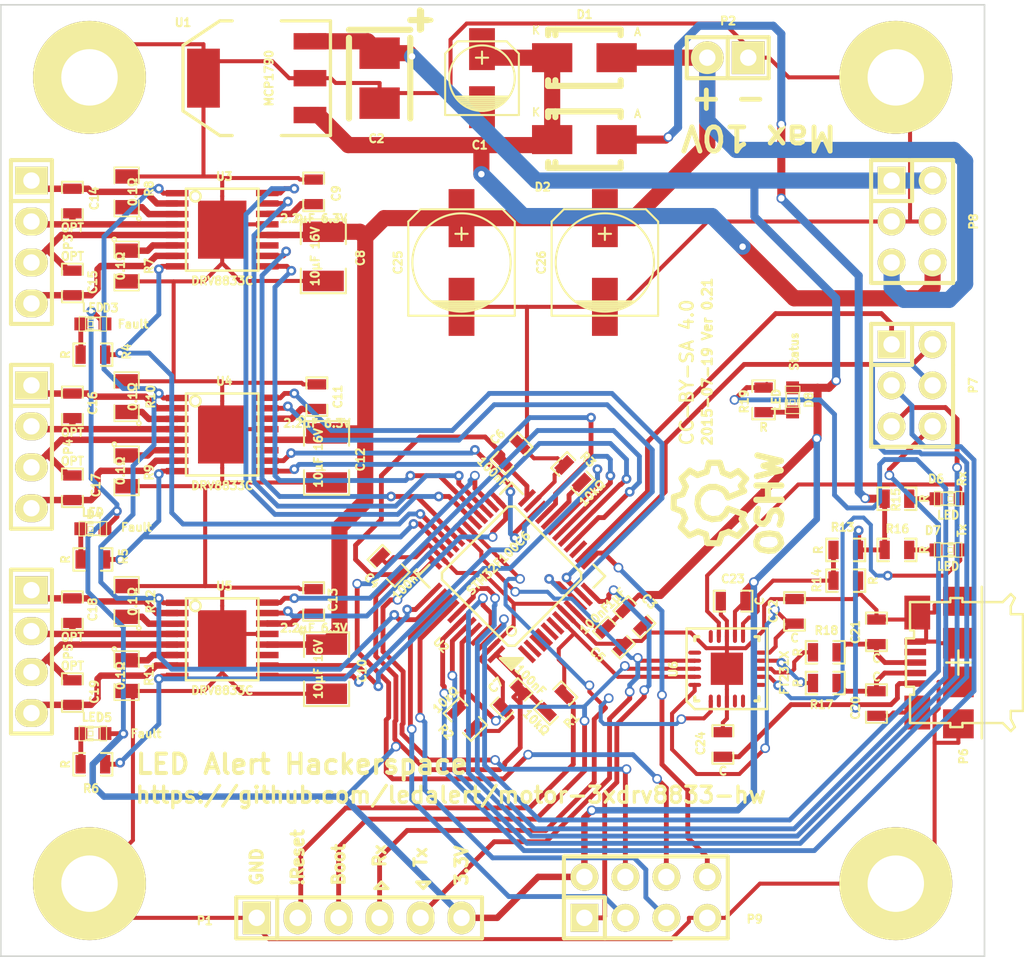
<source format=kicad_pcb>
(kicad_pcb (version 20171130) (host pcbnew "(5.1.12)-1")
  (layers (0 F.Cu signal) (31 B.Cu signal) (34 B.Paste user) (35 F.Paste user) (36 B.SilkS user) (37 F.SilkS user) (38 B.Mask user) (39 F.Mask user) (44 Edge.Cuts user))
  (net 0 "")
  (net 1 VDD)
  (net 2 GND)
  (net 3 VCC)
  (net 4 "Net-(C9-Pad1)")
  (net 5 "Net-(C11-Pad1)")
  (net 6 "Net-(C13-Pad1)")
  (net 7 /drv8833_1/AOUT1)
  (net 8 /drv8833_1/AOUT2)
  (net 9 /drv8833_1/BOUT1)
  (net 10 /drv8833_1/BOUT2)
  (net 11 /drv8833_2/AOUT1)
  (net 12 /drv8833_2/AOUT2)
  (net 13 /drv8833_2/BOUT1)
  (net 14 /drv8833_2/BOUT2)
  (net 15 /drv8833_3/AOUT1)
  (net 16 /drv8833_3/AOUT2)
  (net 17 /drv8833_3/BOUT1)
  (net 18 /drv8833_3/BOUT2)
  (net 19 /BOOT1)
  (net 20 /drv8833_1/FAULT_OUT)
  (net 21 /drv8833_2/FAULT_OUT)
  (net 22 /drv8833_3/FAULT_OUT)
  (net 23 "Net-(R7-Pad1)")
  (net 24 "Net-(R8-Pad1)")
  (net 25 "Net-(R9-Pad1)")
  (net 26 "Net-(R10-Pad1)")
  (net 27 "Net-(R11-Pad1)")
  (net 28 "Net-(R12-Pad1)")
  (net 29 /drv8833_3/BIN2)
  (net 30 /drv8833_3/AIN1)
  (net 31 /drv8833_3/AIN2)
  (net 32 /drv8833_1/AIN2)
  (net 33 /drv8833_1/BIN1)
  (net 34 /drv8833_1/AIN1)
  (net 35 /drv8833_1/BIN2)
  (net 36 /drv8833_1/SLEEP_IN)
  (net 37 /drv8833_2/AIN1)
  (net 38 /drv8833_2/AIN2)
  (net 39 /drv8833_3/BIN1)
  (net 40 /drv8833_2/BIN1)
  (net 41 /drv8833_2/BIN2)
  (net 42 "Net-(C20-Pad1)")
  (net 43 "Net-(C21-Pad1)")
  (net 44 "Net-(C22-Pad1)")
  (net 45 "/PC Interface/VBUS")
  (net 46 "Net-(D3-Pad2)")
  (net 47 "Net-(D4-Pad2)")
  (net 48 "Net-(D5-Pad2)")
  (net 49 "Net-(D6-Pad1)")
  (net 50 "Net-(D6-Pad2)")
  (net 51 "Net-(D7-Pad1)")
  (net 52 "Net-(D7-Pad2)")
  (net 53 "/PC Interface/RTS")
  (net 54 "/PC Interface/DTR")
  (net 55 "/PC Interface/RX")
  (net 56 "/PC Interface/TX")
  (net 57 "Net-(R13-Pad1)")
  (net 58 "Net-(R17-Pad1)")
  (net 59 "Net-(R18-Pad1)")
  (net 60 /VDD_INT)
  (net 61 /GPIO1)
  (net 62 "/ESP8266 PTH Connector/TXD")
  (net 63 /GPIO5)
  (net 64 /GPIO6)
  (net 65 /GPIO7)
  (net 66 /GPIO8)
  (net 67 "/ESP8266 PTH Connector/RXD")
  (net 68 "/ESP8266 PTH Connector/GPIO0")
  (net 69 "/ESP8266 PTH Connector/RST")
  (net 70 "/ESP8266 PTH Connector/GPIO2")
  (net 71 "/ESP8266 PTH Connector/CH_PD")
  (net 72 "Net-(D8-Pad2)")
  (net 73 /STATUS_LED)
  (module Capacitors_SMD:c_elec_4x5.3 (layer F.Cu) (at 116.84 82.55 90)
    (fp_text reference C1 (at -4.15 -0.14 180) (layer F.SilkS) (effects (font (size 0.5 0.5) (thickness 0.125))))
    (fp_text value "1µF 35V" hide)
    (pad 1 smd rect (at 1.80086 0 90) (size 2.60096 1.6002) (layers F.Cu F.Paste F.Mask) (net 60 /VDD_INT))
    (pad 2 smd rect (at -1.80086 0 90) (size 2.60096 1.6002) (layers F.Cu F.Paste F.Mask) (net 2 GND))
  )
  (module SMD_Packages:SMD-0603_c (layer F.Cu) (at 126.29 115.97 315)
    (fp_text reference C3 (at -0.042426 -1.329361 135) (layer F.SilkS) (effects (font (size 0.5 0.5) (thickness 0.125))))
    (fp_text value 1µF (at -1.651 0 45) (layer F.SilkS) (effects (font (size 0.5 0.5) (thickness 0.125))))
    (pad 1 smd rect (at -0.762 0 315) (size 0.635 1.143) (layers F.Cu F.Paste F.Mask) (net 3 VCC))
    (pad 2 smd rect (at 0.762 0 315) (size 0.635 1.143) (layers F.Cu F.Paste F.Mask) (net 2 GND))
  )
  (module SMD_Packages:SMD-0603_c (layer F.Cu) (at 111.05 112.795 135)
    (fp_text reference C4 (at 0.10253 -1.382394 315) (layer F.SilkS) (effects (font (size 0.5 0.5) (thickness 0.125))))
    (fp_text value 100nF (at -1.651 0 225) (layer F.SilkS) (effects (font (size 0.5 0.5) (thickness 0.125))))
    (pad 1 smd rect (at -0.762 0 135) (size 0.635 1.143) (layers F.Cu F.Paste F.Mask) (net 3 VCC))
    (pad 2 smd rect (at 0.762 0 135) (size 0.635 1.143) (layers F.Cu F.Paste F.Mask) (net 2 GND))
  )
  (module SMD_Packages:SMD-0603_c (layer F.Cu) (at 125.02 117.24 315)
    (fp_text reference C5 (at 0.028284 1.470782 135) (layer F.SilkS) (effects (font (size 0.5 0.5) (thickness 0.125))))
    (fp_text value 100nF (at -1.651 0 45) (layer F.SilkS) (effects (font (size 0.5 0.5) (thickness 0.125))))
    (pad 1 smd rect (at -0.762 0 315) (size 0.635 1.143) (layers F.Cu F.Paste F.Mask) (net 3 VCC))
    (pad 2 smd rect (at 0.762 0 315) (size 0.635 1.143) (layers F.Cu F.Paste F.Mask) (net 2 GND))
  )
  (module SMD_Packages:SMD-0603_c (layer F.Cu) (at 118.67 105.81 45)
    (fp_text reference C6 (at 0.098995 -1.329361 225) (layer F.SilkS) (effects (font (size 0.5 0.5) (thickness 0.125))))
    (fp_text value 100nF (at -1.651 0 135) (layer F.SilkS) (effects (font (size 0.5 0.5) (thickness 0.125))))
    (pad 1 smd rect (at -0.762 0 45) (size 0.635 1.143) (layers F.Cu F.Paste F.Mask) (net 3 VCC))
    (pad 2 smd rect (at 0.762 0 45) (size 0.635 1.143) (layers F.Cu F.Paste F.Mask) (net 2 GND))
  )
  (module SMD_Packages:SMD-0603_c (layer F.Cu) (at 118.67 121.05 225)
    (fp_text reference C7 (at 0.084853 1.286934 45) (layer F.SilkS) (effects (font (size 0.5 0.5) (thickness 0.125))))
    (fp_text value 100nF (at -1.651 0 315) (layer F.SilkS) (effects (font (size 0.5 0.5) (thickness 0.125))))
    (pad 1 smd rect (at -0.762 0 225) (size 0.635 1.143) (layers F.Cu F.Paste F.Mask) (net 3 VCC))
    (pad 2 smd rect (at 0.762 0 225) (size 0.635 1.143) (layers F.Cu F.Paste F.Mask) (net 2 GND))
  )
  (module SMD_Packages:SMD-1210 (layer F.Cu) (at 107 93.6 270)
    (fp_text reference C8 (at 0.1 -2.3 270) (layer F.SilkS) (effects (font (size 0.5 0.5) (thickness 0.125))))
    (fp_text value "10µF 16V" (at 0 0.508 270) (layer F.SilkS) (effects (font (size 0.5 0.5) (thickness 0.125))))
    (pad 1 smd rect (at -1.524 0 270) (size 1.27 2.54) (layers F.Cu F.Paste F.Mask) (net 1 VDD))
    (pad 2 smd rect (at 1.524 0 270) (size 1.27 2.54) (layers F.Cu F.Paste F.Mask) (net 2 GND))
  )
  (module SMD_Packages:SMD-0603_c (layer F.Cu) (at 106.4 89.6 90)
    (fp_text reference C9 (at -0.1 1.4 270) (layer F.SilkS) (effects (font (size 0.5 0.5) (thickness 0.125))))
    (fp_text value "2.2µF 6.3V" (at -1.651 0 180) (layer F.SilkS) (effects (font (size 0.5 0.5) (thickness 0.125))))
    (pad 1 smd rect (at -0.762 0 90) (size 0.635 1.143) (layers F.Cu F.Paste F.Mask) (net 4 "Net-(C9-Pad1)"))
    (pad 2 smd rect (at 0.762 0 90) (size 0.635 1.143) (layers F.Cu F.Paste F.Mask) (net 2 GND))
  )
  (module SMD_Packages:SMD-1210 (layer F.Cu) (at 107.2 119.2 270)
    (fp_text reference C10 (at 0.1 -2.2 270) (layer F.SilkS) (effects (font (size 0.5 0.5) (thickness 0.125))))
    (fp_text value "10µF 16V" (at 0 0.508 270) (layer F.SilkS) (effects (font (size 0.5 0.5) (thickness 0.125))))
    (pad 1 smd rect (at -1.524 0 270) (size 1.27 2.54) (layers F.Cu F.Paste F.Mask) (net 1 VDD))
    (pad 2 smd rect (at 1.524 0 270) (size 1.27 2.54) (layers F.Cu F.Paste F.Mask) (net 2 GND))
  )
  (module SMD_Packages:SMD-0603_c (layer F.Cu) (at 106.6 102.3 90)
    (fp_text reference C11 (at 0 1.3 270) (layer F.SilkS) (effects (font (size 0.5 0.5) (thickness 0.125))))
    (fp_text value "2.2µF 6.3V" (at -1.651 0 180) (layer F.SilkS) (effects (font (size 0.5 0.5) (thickness 0.125))))
    (pad 1 smd rect (at -0.762 0 90) (size 0.635 1.143) (layers F.Cu F.Paste F.Mask) (net 5 "Net-(C11-Pad1)"))
    (pad 2 smd rect (at 0.762 0 90) (size 0.635 1.143) (layers F.Cu F.Paste F.Mask) (net 2 GND))
  )
  (module SMD_Packages:SMD-1210 (layer F.Cu) (at 107.2 106.1 270)
    (fp_text reference C12 (at 0.1 -2.1 270) (layer F.SilkS) (effects (font (size 0.5 0.5) (thickness 0.125))))
    (fp_text value "10µF 16V" (at 0 0.508 270) (layer F.SilkS) (effects (font (size 0.5 0.5) (thickness 0.125))))
    (pad 1 smd rect (at -1.524 0 270) (size 1.27 2.54) (layers F.Cu F.Paste F.Mask) (net 1 VDD))
    (pad 2 smd rect (at 1.524 0 270) (size 1.27 2.54) (layers F.Cu F.Paste F.Mask) (net 2 GND))
  )
  (module SMD_Packages:SMD-0603_c (layer F.Cu) (at 106.4 115 90)
    (fp_text reference C13 (at 0.1 1.2 270) (layer F.SilkS) (effects (font (size 0.5 0.5) (thickness 0.125))))
    (fp_text value "2.2µF 6.3V" (at -1.651 0 180) (layer F.SilkS) (effects (font (size 0.5 0.5) (thickness 0.125))))
    (pad 1 smd rect (at -0.762 0 90) (size 0.635 1.143) (layers F.Cu F.Paste F.Mask) (net 6 "Net-(C13-Pad1)"))
    (pad 2 smd rect (at 0.762 0 90) (size 0.635 1.143) (layers F.Cu F.Paste F.Mask) (net 2 GND))
  )
  (module Pin_Headers:Pin_Header_Straight_1x06 (layer F.Cu) (at 109.22 134.62)
    (fp_text reference P1 (at -9.57 0.18) (layer F.SilkS) (effects (font (size 0.5 0.5) (thickness 0.125))))
    (fp_text value CONN_6 hide)
    (pad 1 thru_hole rect (at -6.35 0) (size 1.7272 2.032) (drill 1.016) (layers *.Cu *.Mask F.SilkS) (net 2 GND))
    (pad 2 thru_hole oval (at -3.81 0) (size 1.7272 2.032) (drill 1.016) (layers *.Cu *.Mask F.SilkS) (net 53 "/PC Interface/RTS"))
    (pad 3 thru_hole oval (at -1.27 0) (size 1.7272 2.032) (drill 1.016) (layers *.Cu *.Mask F.SilkS) (net 54 "/PC Interface/DTR"))
    (pad 4 thru_hole oval (at 1.27 0) (size 1.7272 2.032) (drill 1.016) (layers *.Cu *.Mask F.SilkS) (net 55 "/PC Interface/RX"))
    (pad 5 thru_hole oval (at 3.81 0) (size 1.7272 2.032) (drill 1.016) (layers *.Cu *.Mask F.SilkS) (net 56 "/PC Interface/TX"))
    (pad 6 thru_hole oval (at 6.35 0) (size 1.7272 2.032) (drill 1.016) (layers *.Cu *.Mask F.SilkS) (net 3 VCC))
  )
  (module Pin_Headers:Pin_Header_Straight_1x02 (layer F.Cu) (at 132.08 81.28 180)
    (fp_text reference P2 (at -0.02 2.28 180) (layer F.SilkS) (effects (font (size 0.5 0.5) (thickness 0.125))))
    (fp_text value CONN_2 hide)
    (pad 1 thru_hole rect (at -1.27 0 180) (size 2.032 2.032) (drill 1.016) (layers *.Cu *.Mask F.SilkS) (net 2 GND))
    (pad 2 thru_hole oval (at 1.27 0 180) (size 2.032 2.032) (drill 1.016) (layers *.Cu *.Mask F.SilkS) (net 1 VDD))
  )
  (module Pin_Headers:Pin_Header_Straight_1x04 (layer F.Cu) (at 88.9 92.71 270)
    (fp_text reference P3 (at 0 -2.286 270) (layer F.SilkS) (effects (font (size 0.5 0.5) (thickness 0.125))))
    (fp_text value CONN_4 hide)
    (pad 1 thru_hole rect (at -3.81 0 270) (size 1.7272 2.032) (drill 1.016) (layers *.Cu *.Mask F.SilkS) (net 7 /drv8833_1/AOUT1))
    (pad 2 thru_hole oval (at -1.27 0 270) (size 1.7272 2.032) (drill 1.016) (layers *.Cu *.Mask F.SilkS) (net 8 /drv8833_1/AOUT2))
    (pad 3 thru_hole oval (at 1.27 0 270) (size 1.7272 2.032) (drill 1.016) (layers *.Cu *.Mask F.SilkS) (net 10 /drv8833_1/BOUT2))
    (pad 4 thru_hole oval (at 3.81 0 270) (size 1.7272 2.032) (drill 1.016) (layers *.Cu *.Mask F.SilkS) (net 9 /drv8833_1/BOUT1))
  )
  (module Pin_Headers:Pin_Header_Straight_1x04 (layer F.Cu) (at 88.9 105.41 270)
    (fp_text reference P4 (at 0 -2.286 270) (layer F.SilkS) (effects (font (size 0.5 0.5) (thickness 0.125))))
    (fp_text value CONN_4 hide)
    (pad 1 thru_hole rect (at -3.81 0 270) (size 1.7272 2.032) (drill 1.016) (layers *.Cu *.Mask F.SilkS) (net 11 /drv8833_2/AOUT1))
    (pad 2 thru_hole oval (at -1.27 0 270) (size 1.7272 2.032) (drill 1.016) (layers *.Cu *.Mask F.SilkS) (net 12 /drv8833_2/AOUT2))
    (pad 3 thru_hole oval (at 1.27 0 270) (size 1.7272 2.032) (drill 1.016) (layers *.Cu *.Mask F.SilkS) (net 14 /drv8833_2/BOUT2))
    (pad 4 thru_hole oval (at 3.81 0 270) (size 1.7272 2.032) (drill 1.016) (layers *.Cu *.Mask F.SilkS) (net 13 /drv8833_2/BOUT1))
  )
  (module Pin_Headers:Pin_Header_Straight_1x04 (layer F.Cu) (at 88.9 118.11 270)
    (fp_text reference P5 (at 0 -2.286 270) (layer F.SilkS) (effects (font (size 0.5 0.5) (thickness 0.125))))
    (fp_text value CONN_4 hide)
    (pad 1 thru_hole rect (at -3.81 0 270) (size 1.7272 2.032) (drill 1.016) (layers *.Cu *.Mask F.SilkS) (net 15 /drv8833_3/AOUT1))
    (pad 2 thru_hole oval (at -1.27 0 270) (size 1.7272 2.032) (drill 1.016) (layers *.Cu *.Mask F.SilkS) (net 16 /drv8833_3/AOUT2))
    (pad 3 thru_hole oval (at 1.27 0 270) (size 1.7272 2.032) (drill 1.016) (layers *.Cu *.Mask F.SilkS) (net 18 /drv8833_3/BOUT2))
    (pad 4 thru_hole oval (at 3.81 0 270) (size 1.7272 2.032) (drill 1.016) (layers *.Cu *.Mask F.SilkS) (net 17 /drv8833_3/BOUT1))
  )
  (module SMD_Packages:SMD-0603_r (layer F.Cu) (at 121.4 121.3 45)
    (fp_text reference R1 (at -0.070711 1.484924 225) (layer F.SilkS) (effects (font (size 0.5 0.5) (thickness 0.125))))
    (fp_text value 10kΩ (at -1.69926 0 135) (layer F.SilkS) (effects (font (size 0.5 0.5) (thickness 0.125))))
    (pad 1 smd rect (at -0.762 0 45) (size 0.635 1.143) (layers F.Cu F.Paste F.Mask) (net 3 VCC))
    (pad 2 smd rect (at 0.762 0 45) (size 0.635 1.143) (layers F.Cu F.Paste F.Mask) (net 53 "/PC Interface/RTS"))
  )
  (module SMD_Packages:SMD-0603_r (layer F.Cu) (at 115.8 122.3 315)
    (fp_text reference R2 (at -0.282843 1.414214 135) (layer F.SilkS) (effects (font (size 0.5 0.5) (thickness 0.125))))
    (fp_text value 10kΩ (at -1.69926 0 45) (layer F.SilkS) (effects (font (size 0.5 0.5) (thickness 0.125))))
    (pad 1 smd rect (at -0.762 0 315) (size 0.635 1.143) (layers F.Cu F.Paste F.Mask) (net 54 "/PC Interface/DTR"))
    (pad 2 smd rect (at 0.762 0 315) (size 0.635 1.143) (layers F.Cu F.Paste F.Mask) (net 2 GND))
  )
  (module SMD_Packages:SMD-0603_r (layer F.Cu) (at 122.48 107.08 135)
    (fp_text reference R3 (at -0.028284 1.272792 315) (layer F.SilkS) (effects (font (size 0.5 0.5) (thickness 0.125))))
    (fp_text value 10kΩ (at -1.69926 0 225) (layer F.SilkS) (effects (font (size 0.5 0.5) (thickness 0.125))))
    (pad 1 smd rect (at -0.762 0 135) (size 0.635 1.143) (layers F.Cu F.Paste F.Mask) (net 19 /BOOT1))
    (pad 2 smd rect (at 0.762 0 135) (size 0.635 1.143) (layers F.Cu F.Paste F.Mask) (net 2 GND))
  )
  (module SMD_Packages:SMD-0603_r (layer F.Cu) (at 92.71 99.695)
    (fp_text reference R4 (at 2.09 -0.195 90) (layer F.SilkS) (effects (font (size 0.5 0.5) (thickness 0.125))))
    (fp_text value R (at -1.69926 0 90) (layer F.SilkS) (effects (font (size 0.5 0.5) (thickness 0.125))))
    (pad 1 smd rect (at -0.762 0) (size 0.635 1.143) (layers F.Cu F.Paste F.Mask) (net 46 "Net-(D3-Pad2)"))
    (pad 2 smd rect (at 0.762 0) (size 0.635 1.143) (layers F.Cu F.Paste F.Mask) (net 20 /drv8833_1/FAULT_OUT))
  )
  (module SMD_Packages:SMD-0603_r (layer F.Cu) (at 92.71 112.395)
    (fp_text reference R5 (at 1.89 -0.195 90) (layer F.SilkS) (effects (font (size 0.5 0.5) (thickness 0.125))))
    (fp_text value R (at -1.69926 0 90) (layer F.SilkS) (effects (font (size 0.5 0.5) (thickness 0.125))))
    (pad 1 smd rect (at -0.762 0) (size 0.635 1.143) (layers F.Cu F.Paste F.Mask) (net 47 "Net-(D4-Pad2)"))
    (pad 2 smd rect (at 0.762 0) (size 0.635 1.143) (layers F.Cu F.Paste F.Mask) (net 21 /drv8833_2/FAULT_OUT))
  )
  (module SMD_Packages:SMD-0603_r (layer F.Cu) (at 92.71 125.095)
    (fp_text reference R6 (at -0.11 1.505 180) (layer F.SilkS) (effects (font (size 0.5 0.5) (thickness 0.125))))
    (fp_text value R (at -1.69926 0 90) (layer F.SilkS) (effects (font (size 0.5 0.5) (thickness 0.125))))
    (pad 1 smd rect (at -0.762 0) (size 0.635 1.143) (layers F.Cu F.Paste F.Mask) (net 48 "Net-(D5-Pad2)"))
    (pad 2 smd rect (at 0.762 0) (size 0.635 1.143) (layers F.Cu F.Paste F.Mask) (net 22 /drv8833_3/FAULT_OUT))
  )
  (module SMD_Packages:SOT-223 (layer F.Cu) (at 102.87 82.55 90)
    (fp_text reference U1 (at 3.45 -4.57 180) (layer F.SilkS) (effects (font (size 0.5 0.5) (thickness 0.125))))
    (fp_text value MCP1790 (at 0 0.762 90) (layer F.SilkS) (effects (font (size 0.5 0.5) (thickness 0.125))))
    (pad 4 smd rect (at 0 -3.302 90) (size 3.6576 2.032) (layers F.Cu F.Paste F.Mask) (net 2 GND))
    (pad 2 smd rect (at 0 3.302 90) (size 1.016 2.032) (layers F.Cu F.Paste F.Mask) (net 2 GND))
    (pad 3 smd rect (at 2.286 3.302 90) (size 1.016 2.032) (layers F.Cu F.Paste F.Mask) (net 3 VCC))
    (pad 1 smd rect (at -2.286 3.302 90) (size 1.016 2.032) (layers F.Cu F.Paste F.Mask) (net 60 /VDD_INT))
  )
  (module Housings_QFP:lqfp-48 (layer F.Cu) (at 118.67 113.43 45)
    (fp_text reference U2 (at -6.109403 -0.070711 135) (layer F.SilkS) (effects (font (size 0.5 0.5) (thickness 0.125))))
    (fp_text value STM32F100C6 (at 0 -1.143 45) (layer F.SilkS) (effects (font (size 0.5 0.5) (thickness 0.125))))
    (pad 4 smd rect (at -1.24968 4.09956 45) (size 0.29972 1.30048) (layers F.Cu F.Paste F.Mask))
    (pad 5 smd rect (at -0.7493 4.09956 45) (size 0.29972 1.30048) (layers F.Cu F.Paste F.Mask))
    (pad 6 smd rect (at -0.24892 4.09956 45) (size 0.29972 1.30048) (layers F.Cu F.Paste F.Mask))
    (pad 7 smd rect (at 0.24892 4.09956 45) (size 0.29972 1.30048) (layers F.Cu F.Paste F.Mask) (net 53 "/PC Interface/RTS"))
    (pad 8 smd rect (at 0.7493 4.09956 45) (size 0.29972 1.30048) (layers F.Cu F.Paste F.Mask) (net 2 GND))
    (pad 1 smd rect (at -2.75082 4.09956 45) (size 0.29972 1.30048) (layers F.Cu F.Paste F.Mask))
    (pad 2 smd rect (at -2.25044 4.09956 45) (size 0.29972 1.30048) (layers F.Cu F.Paste F.Mask))
    (pad 3 smd rect (at -1.75006 4.09956 45) (size 0.29972 1.30048) (layers F.Cu F.Paste F.Mask))
    (pad 13 smd rect (at 4.09956 2.75082 45) (size 1.30048 0.29972) (layers F.Cu F.Paste F.Mask) (net 62 "/ESP8266 PTH Connector/TXD"))
    (pad 14 smd rect (at 4.09956 2.25044 45) (size 1.30048 0.29972) (layers F.Cu F.Paste F.Mask) (net 61 /GPIO1))
    (pad 15 smd rect (at 4.09956 1.75006 45) (size 1.30048 0.29972) (layers F.Cu F.Paste F.Mask))
    (pad 16 smd rect (at 4.09956 1.24968 45) (size 1.30048 0.29972) (layers F.Cu F.Paste F.Mask) (net 30 /drv8833_3/AIN1))
    (pad 17 smd rect (at 4.09956 0.7493 45) (size 1.30048 0.29972) (layers F.Cu F.Paste F.Mask) (net 31 /drv8833_3/AIN2))
    (pad 18 smd rect (at 4.09956 0.24892 45) (size 1.30048 0.29972) (layers F.Cu F.Paste F.Mask) (net 39 /drv8833_3/BIN1))
    (pad 19 smd rect (at 4.09956 -0.24892 45) (size 1.30048 0.29972) (layers F.Cu F.Paste F.Mask) (net 29 /drv8833_3/BIN2))
    (pad 20 smd rect (at 4.09956 -0.7493 45) (size 1.30048 0.29972) (layers F.Cu F.Paste F.Mask) (net 19 /BOOT1))
    (pad 25 smd rect (at 2.75082 -4.09956 45) (size 0.29972 1.30048) (layers F.Cu F.Paste F.Mask) (net 69 "/ESP8266 PTH Connector/RST"))
    (pad 26 smd rect (at 2.25044 -4.09956 45) (size 0.29972 1.30048) (layers F.Cu F.Paste F.Mask) (net 71 "/ESP8266 PTH Connector/CH_PD"))
    (pad 27 smd rect (at 1.75006 -4.09956 45) (size 0.29972 1.30048) (layers F.Cu F.Paste F.Mask) (net 32 /drv8833_1/AIN2))
    (pad 28 smd rect (at 1.24968 -4.09956 45) (size 0.29972 1.30048) (layers F.Cu F.Paste F.Mask) (net 33 /drv8833_1/BIN1))
    (pad 29 smd rect (at 0.7493 -4.09956 45) (size 0.29972 1.30048) (layers F.Cu F.Paste F.Mask) (net 34 /drv8833_1/AIN1))
    (pad 30 smd rect (at 0.24892 -4.09956 45) (size 0.29972 1.30048) (layers F.Cu F.Paste F.Mask) (net 55 "/PC Interface/RX"))
    (pad 31 smd rect (at -0.24892 -4.09956 45) (size 0.29972 1.30048) (layers F.Cu F.Paste F.Mask) (net 56 "/PC Interface/TX"))
    (pad 32 smd rect (at -0.7493 -4.09956 45) (size 0.29972 1.30048) (layers F.Cu F.Paste F.Mask) (net 35 /drv8833_1/BIN2))
    (pad 37 smd rect (at -4.09956 -2.75082 45) (size 1.30048 0.29972) (layers F.Cu F.Paste F.Mask) (net 22 /drv8833_3/FAULT_OUT))
    (pad 38 smd rect (at -4.09956 -2.25044 45) (size 1.30048 0.29972) (layers F.Cu F.Paste F.Mask) (net 36 /drv8833_1/SLEEP_IN))
    (pad 39 smd rect (at -4.09956 -1.75006 45) (size 1.30048 0.29972) (layers F.Cu F.Paste F.Mask) (net 68 "/ESP8266 PTH Connector/GPIO0"))
    (pad 40 smd rect (at -4.09956 -1.24968 45) (size 1.30048 0.29972) (layers F.Cu F.Paste F.Mask) (net 70 "/ESP8266 PTH Connector/GPIO2"))
    (pad 41 smd rect (at -4.09956 -0.7493 45) (size 1.30048 0.29972) (layers F.Cu F.Paste F.Mask) (net 73 /STATUS_LED))
    (pad 42 smd rect (at -4.09956 -0.24892 45) (size 1.30048 0.29972) (layers F.Cu F.Paste F.Mask) (net 63 /GPIO5))
    (pad 43 smd rect (at -4.09956 0.24892 45) (size 1.30048 0.29972) (layers F.Cu F.Paste F.Mask) (net 64 /GPIO6))
    (pad 44 smd rect (at -4.09956 0.7493 45) (size 1.30048 0.29972) (layers F.Cu F.Paste F.Mask) (net 54 "/PC Interface/DTR"))
    (pad 9 smd rect (at 1.24968 4.09956 45) (size 0.29972 1.30048) (layers F.Cu F.Paste F.Mask) (net 3 VCC))
    (pad 10 smd rect (at 1.75006 4.09956 45) (size 0.29972 1.30048) (layers F.Cu F.Paste F.Mask) (net 37 /drv8833_2/AIN1))
    (pad 11 smd rect (at 2.25044 4.09956 45) (size 0.29972 1.30048) (layers F.Cu F.Paste F.Mask) (net 38 /drv8833_2/AIN2))
    (pad 12 smd rect (at 2.75082 4.09956 45) (size 0.29972 1.30048) (layers F.Cu F.Paste F.Mask) (net 67 "/ESP8266 PTH Connector/RXD"))
    (pad 21 smd rect (at 4.09956 -1.24968 45) (size 1.30048 0.29972) (layers F.Cu F.Paste F.Mask) (net 40 /drv8833_2/BIN1))
    (pad 22 smd rect (at 4.09956 -1.75006 45) (size 1.30048 0.29972) (layers F.Cu F.Paste F.Mask) (net 41 /drv8833_2/BIN2))
    (pad 23 smd rect (at 4.09956 -2.25044 45) (size 1.30048 0.29972) (layers F.Cu F.Paste F.Mask) (net 2 GND))
    (pad 24 smd rect (at 4.09956 -2.75082 45) (size 1.30048 0.29972) (layers F.Cu F.Paste F.Mask) (net 3 VCC))
    (pad 33 smd rect (at -1.24968 -4.09956 45) (size 0.29972 1.30048) (layers F.Cu F.Paste F.Mask) (net 20 /drv8833_1/FAULT_OUT))
    (pad 34 smd rect (at -1.75006 -4.09956 45) (size 0.29972 1.30048) (layers F.Cu F.Paste F.Mask) (net 21 /drv8833_2/FAULT_OUT))
    (pad 35 smd rect (at -2.25044 -4.09956 45) (size 0.29972 1.30048) (layers F.Cu F.Paste F.Mask) (net 2 GND))
    (pad 36 smd rect (at -2.75082 -4.09956 45) (size 0.29972 1.30048) (layers F.Cu F.Paste F.Mask) (net 3 VCC))
    (pad 45 smd rect (at -4.09956 1.24968 45) (size 1.30048 0.29972) (layers F.Cu F.Paste F.Mask) (net 65 /GPIO7))
    (pad 46 smd rect (at -4.09956 1.75006 45) (size 1.30048 0.29972) (layers F.Cu F.Paste F.Mask) (net 66 /GPIO8))
    (pad 47 smd rect (at -4.09956 2.25044 45) (size 1.30048 0.29972) (layers F.Cu F.Paste F.Mask) (net 2 GND))
    (pad 48 smd rect (at -4.09956 2.75082 45) (size 1.30048 0.29972) (layers F.Cu F.Paste F.Mask) (net 3 VCC))
  )
  (module "Housings_SSOP:SSOP-16(EP)" (layer F.Cu) (at 100.73 91.945 270)
    (fp_text reference U3 (at -3.302 -0.127) (layer F.SilkS) (effects (font (size 0.5 0.5) (thickness 0.125))))
    (fp_text value DRV8833C (at 3.175 0) (layer F.SilkS) (effects (font (size 0.5 0.5) (thickness 0.125))))
    (pad 1 smd rect (at -2.2606 2.794 270) (size 0.4 1.4) (layers F.Cu F.Paste F.Mask) (net 36 /drv8833_1/SLEEP_IN))
    (pad 2 smd rect (at -1.6256 2.794 270) (size 0.4 1.4) (layers F.Cu F.Paste F.Mask) (net 7 /drv8833_1/AOUT1))
    (pad 3 smd rect (at -0.9652 2.794 270) (size 0.4 1.4) (layers F.Cu F.Paste F.Mask) (net 24 "Net-(R8-Pad1)"))
    (pad 4 smd rect (at -0.3302 2.794 270) (size 0.4 1.4) (layers F.Cu F.Paste F.Mask) (net 8 /drv8833_1/AOUT2))
    (pad 5 smd rect (at 0.3302 2.794 270) (size 0.4 1.4) (layers F.Cu F.Paste F.Mask) (net 10 /drv8833_1/BOUT2))
    (pad 6 smd rect (at 0.9779 2.794 270) (size 0.4 1.4) (layers F.Cu F.Paste F.Mask) (net 23 "Net-(R7-Pad1)"))
    (pad 7 smd rect (at 1.6256 2.794 270) (size 0.4 1.4) (layers F.Cu F.Paste F.Mask) (net 9 /drv8833_1/BOUT1))
    (pad 8 smd rect (at 2.2733 2.794 270) (size 0.4 1.4) (layers F.Cu F.Paste F.Mask) (net 20 /drv8833_1/FAULT_OUT))
    (pad 9 smd rect (at 2.2733 -2.794 270) (size 0.4 1.4) (layers F.Cu F.Paste F.Mask) (net 33 /drv8833_1/BIN1))
    (pad 10 smd rect (at 1.6256 -2.794 270) (size 0.4 1.4) (layers F.Cu F.Paste F.Mask) (net 35 /drv8833_1/BIN2))
    (pad 11 smd rect (at 0.9779 -2.794 270) (size 0.4 1.4) (layers F.Cu F.Paste F.Mask))
    (pad 12 smd rect (at 0.3302 -2.794 270) (size 0.4 1.4) (layers F.Cu F.Paste F.Mask) (net 1 VDD))
    (pad 13 smd rect (at -0.3302 -2.794 270) (size 0.4 1.4) (layers F.Cu F.Paste F.Mask) (net 2 GND))
    (pad 14 smd rect (at -0.9779 -2.794 270) (size 0.4 1.4) (layers F.Cu F.Paste F.Mask) (net 4 "Net-(C9-Pad1)"))
    (pad 15 smd rect (at -1.6256 -2.794 270) (size 0.4 1.4) (layers F.Cu F.Paste F.Mask) (net 32 /drv8833_1/AIN2))
    (pad 16 smd rect (at -2.2733 -2.794 270) (size 0.4 1.4) (layers F.Cu F.Paste F.Mask) (net 34 /drv8833_1/AIN1))
    (pad 17 smd rect (at 0 0 270) (size 3.6 3) (layers F.Cu F.Paste F.Mask) (net 2 GND))
  )
  (module "Housings_SSOP:SSOP-16(EP)" (layer F.Cu) (at 100.73 104.645 270)
    (fp_text reference U4 (at -3.302 -0.127) (layer F.SilkS) (effects (font (size 0.5 0.5) (thickness 0.125))))
    (fp_text value DRV8833C (at 3.175 0) (layer F.SilkS) (effects (font (size 0.5 0.5) (thickness 0.125))))
    (pad 1 smd rect (at -2.2606 2.794 270) (size 0.4 1.4) (layers F.Cu F.Paste F.Mask) (net 36 /drv8833_1/SLEEP_IN))
    (pad 2 smd rect (at -1.6256 2.794 270) (size 0.4 1.4) (layers F.Cu F.Paste F.Mask) (net 11 /drv8833_2/AOUT1))
    (pad 3 smd rect (at -0.9652 2.794 270) (size 0.4 1.4) (layers F.Cu F.Paste F.Mask) (net 26 "Net-(R10-Pad1)"))
    (pad 4 smd rect (at -0.3302 2.794 270) (size 0.4 1.4) (layers F.Cu F.Paste F.Mask) (net 12 /drv8833_2/AOUT2))
    (pad 5 smd rect (at 0.3302 2.794 270) (size 0.4 1.4) (layers F.Cu F.Paste F.Mask) (net 14 /drv8833_2/BOUT2))
    (pad 6 smd rect (at 0.9779 2.794 270) (size 0.4 1.4) (layers F.Cu F.Paste F.Mask) (net 25 "Net-(R9-Pad1)"))
    (pad 7 smd rect (at 1.6256 2.794 270) (size 0.4 1.4) (layers F.Cu F.Paste F.Mask) (net 13 /drv8833_2/BOUT1))
    (pad 8 smd rect (at 2.2733 2.794 270) (size 0.4 1.4) (layers F.Cu F.Paste F.Mask) (net 21 /drv8833_2/FAULT_OUT))
    (pad 9 smd rect (at 2.2733 -2.794 270) (size 0.4 1.4) (layers F.Cu F.Paste F.Mask) (net 40 /drv8833_2/BIN1))
    (pad 10 smd rect (at 1.6256 -2.794 270) (size 0.4 1.4) (layers F.Cu F.Paste F.Mask) (net 41 /drv8833_2/BIN2))
    (pad 11 smd rect (at 0.9779 -2.794 270) (size 0.4 1.4) (layers F.Cu F.Paste F.Mask))
    (pad 12 smd rect (at 0.3302 -2.794 270) (size 0.4 1.4) (layers F.Cu F.Paste F.Mask) (net 1 VDD))
    (pad 13 smd rect (at -0.3302 -2.794 270) (size 0.4 1.4) (layers F.Cu F.Paste F.Mask) (net 2 GND))
    (pad 14 smd rect (at -0.9779 -2.794 270) (size 0.4 1.4) (layers F.Cu F.Paste F.Mask) (net 5 "Net-(C11-Pad1)"))
    (pad 15 smd rect (at -1.6256 -2.794 270) (size 0.4 1.4) (layers F.Cu F.Paste F.Mask) (net 38 /drv8833_2/AIN2))
    (pad 16 smd rect (at -2.2733 -2.794 270) (size 0.4 1.4) (layers F.Cu F.Paste F.Mask) (net 37 /drv8833_2/AIN1))
    (pad 17 smd rect (at 0 0 270) (size 3.6 3) (layers F.Cu F.Paste F.Mask) (net 2 GND))
  )
  (module "Housings_SSOP:SSOP-16(EP)" (layer F.Cu) (at 100.73 117.345 270)
    (fp_text reference U5 (at -3.302 -0.127) (layer F.SilkS) (effects (font (size 0.5 0.5) (thickness 0.125))))
    (fp_text value DRV8833C (at 3.175 0) (layer F.SilkS) (effects (font (size 0.5 0.5) (thickness 0.125))))
    (pad 1 smd rect (at -2.2606 2.794 270) (size 0.4 1.4) (layers F.Cu F.Paste F.Mask) (net 36 /drv8833_1/SLEEP_IN))
    (pad 2 smd rect (at -1.6256 2.794 270) (size 0.4 1.4) (layers F.Cu F.Paste F.Mask) (net 15 /drv8833_3/AOUT1))
    (pad 3 smd rect (at -0.9652 2.794 270) (size 0.4 1.4) (layers F.Cu F.Paste F.Mask) (net 28 "Net-(R12-Pad1)"))
    (pad 4 smd rect (at -0.3302 2.794 270) (size 0.4 1.4) (layers F.Cu F.Paste F.Mask) (net 16 /drv8833_3/AOUT2))
    (pad 5 smd rect (at 0.3302 2.794 270) (size 0.4 1.4) (layers F.Cu F.Paste F.Mask) (net 18 /drv8833_3/BOUT2))
    (pad 6 smd rect (at 0.9779 2.794 270) (size 0.4 1.4) (layers F.Cu F.Paste F.Mask) (net 27 "Net-(R11-Pad1)"))
    (pad 7 smd rect (at 1.6256 2.794 270) (size 0.4 1.4) (layers F.Cu F.Paste F.Mask) (net 17 /drv8833_3/BOUT1))
    (pad 8 smd rect (at 2.2733 2.794 270) (size 0.4 1.4) (layers F.Cu F.Paste F.Mask) (net 22 /drv8833_3/FAULT_OUT))
    (pad 9 smd rect (at 2.2733 -2.794 270) (size 0.4 1.4) (layers F.Cu F.Paste F.Mask) (net 39 /drv8833_3/BIN1))
    (pad 10 smd rect (at 1.6256 -2.794 270) (size 0.4 1.4) (layers F.Cu F.Paste F.Mask) (net 29 /drv8833_3/BIN2))
    (pad 11 smd rect (at 0.9779 -2.794 270) (size 0.4 1.4) (layers F.Cu F.Paste F.Mask))
    (pad 12 smd rect (at 0.3302 -2.794 270) (size 0.4 1.4) (layers F.Cu F.Paste F.Mask) (net 1 VDD))
    (pad 13 smd rect (at -0.3302 -2.794 270) (size 0.4 1.4) (layers F.Cu F.Paste F.Mask) (net 2 GND))
    (pad 14 smd rect (at -0.9779 -2.794 270) (size 0.4 1.4) (layers F.Cu F.Paste F.Mask) (net 6 "Net-(C13-Pad1)"))
    (pad 15 smd rect (at -1.6256 -2.794 270) (size 0.4 1.4) (layers F.Cu F.Paste F.Mask) (net 31 /drv8833_3/AIN2))
    (pad 16 smd rect (at -2.2733 -2.794 270) (size 0.4 1.4) (layers F.Cu F.Paste F.Mask) (net 30 /drv8833_3/AIN1))
    (pad 17 smd rect (at 0 0 270) (size 3.6 3) (layers F.Cu F.Paste F.Mask) (net 2 GND))
  )
  (module SMD_Packages:SMD-0603_c (layer F.Cu) (at 91.44 90.17 90)
    (fp_text reference C14 (at 0.17 1.36 270) (layer F.SilkS) (effects (font (size 0.5 0.5) (thickness 0.125))))
    (fp_text value OPT (at -1.651 0 180) (layer F.SilkS) (effects (font (size 0.5 0.5) (thickness 0.125))))
    (pad 1 smd rect (at -0.762 0 90) (size 0.635 1.143) (layers F.Cu F.Paste F.Mask) (net 8 /drv8833_1/AOUT2))
    (pad 2 smd rect (at 0.762 0 90) (size 0.635 1.143) (layers F.Cu F.Paste F.Mask) (net 7 /drv8833_1/AOUT1))
  )
  (module SMD_Packages:SMD-0603_c (layer F.Cu) (at 91.44 95.25 270)
    (fp_text reference C15 (at -0.05 -1.26 90) (layer F.SilkS) (effects (font (size 0.5 0.5) (thickness 0.125))))
    (fp_text value OPT (at -1.651 0) (layer F.SilkS) (effects (font (size 0.5 0.5) (thickness 0.125))))
    (pad 1 smd rect (at -0.762 0 270) (size 0.635 1.143) (layers F.Cu F.Paste F.Mask) (net 10 /drv8833_1/BOUT2))
    (pad 2 smd rect (at 0.762 0 270) (size 0.635 1.143) (layers F.Cu F.Paste F.Mask) (net 9 /drv8833_1/BOUT1))
  )
  (module SMD_Packages:SMD-0603_c (layer F.Cu) (at 91.44 102.87 90)
    (fp_text reference C16 (at 0.17 1.26 270) (layer F.SilkS) (effects (font (size 0.5 0.5) (thickness 0.125))))
    (fp_text value OPT (at -1.651 0 180) (layer F.SilkS) (effects (font (size 0.5 0.5) (thickness 0.125))))
    (pad 1 smd rect (at -0.762 0 90) (size 0.635 1.143) (layers F.Cu F.Paste F.Mask) (net 12 /drv8833_2/AOUT2))
    (pad 2 smd rect (at 0.762 0 90) (size 0.635 1.143) (layers F.Cu F.Paste F.Mask) (net 11 /drv8833_2/AOUT1))
  )
  (module SMD_Packages:SMD-0603_c (layer F.Cu) (at 91.44 107.95 270)
    (fp_text reference C17 (at -0.15 -1.46 90) (layer F.SilkS) (effects (font (size 0.5 0.5) (thickness 0.125))))
    (fp_text value OPT (at -1.651 0) (layer F.SilkS) (effects (font (size 0.5 0.5) (thickness 0.125))))
    (pad 1 smd rect (at -0.762 0 270) (size 0.635 1.143) (layers F.Cu F.Paste F.Mask) (net 14 /drv8833_2/BOUT2))
    (pad 2 smd rect (at 0.762 0 270) (size 0.635 1.143) (layers F.Cu F.Paste F.Mask) (net 13 /drv8833_2/BOUT1))
  )
  (module SMD_Packages:SMD-0603_c (layer F.Cu) (at 91.44 115.57 90)
    (fp_text reference C18 (at 0.07 1.26 270) (layer F.SilkS) (effects (font (size 0.5 0.5) (thickness 0.125))))
    (fp_text value OPT (at -1.651 0 180) (layer F.SilkS) (effects (font (size 0.5 0.5) (thickness 0.125))))
    (pad 1 smd rect (at -0.762 0 90) (size 0.635 1.143) (layers F.Cu F.Paste F.Mask) (net 16 /drv8833_3/AOUT2))
    (pad 2 smd rect (at 0.762 0 90) (size 0.635 1.143) (layers F.Cu F.Paste F.Mask) (net 15 /drv8833_3/AOUT1))
  )
  (module SMD_Packages:SMD-0603_c (layer F.Cu) (at 91.44 120.65 270)
    (fp_text reference C19 (at -0.05 -1.36 90) (layer F.SilkS) (effects (font (size 0.5 0.5) (thickness 0.125))))
    (fp_text value OPT (at -1.651 0) (layer F.SilkS) (effects (font (size 0.5 0.5) (thickness 0.125))))
    (pad 1 smd rect (at -0.762 0 270) (size 0.635 1.143) (layers F.Cu F.Paste F.Mask) (net 18 /drv8833_3/BOUT2))
    (pad 2 smd rect (at 0.762 0 270) (size 0.635 1.143) (layers F.Cu F.Paste F.Mask) (net 17 /drv8833_3/BOUT1))
  )
  (module SMD_Packages:SMD-0603_c (layer F.Cu) (at 141.301 121.329 270)
    (fp_text reference C20 (at 0.270786 1.300837 90) (layer F.SilkS) (effects (font (size 0.5 0.5) (thickness 0.125))))
    (fp_text value C (at -1.651 0) (layer F.SilkS) (effects (font (size 0.5 0.5) (thickness 0.125))))
    (pad 1 smd rect (at -0.762 0 270) (size 0.635 1.143) (layers F.Cu F.Paste F.Mask) (net 42 "Net-(C20-Pad1)"))
    (pad 2 smd rect (at 0.762 0 270) (size 0.635 1.143) (layers F.Cu F.Paste F.Mask) (net 2 GND))
  )
  (module SMD_Packages:SMD-0603_c (layer F.Cu) (at 141.301 116.884 90)
    (fp_text reference C21 (at -0.015787 -1.300837 270) (layer F.SilkS) (effects (font (size 0.5 0.5) (thickness 0.125))))
    (fp_text value C (at -1.651 0 180) (layer F.SilkS) (effects (font (size 0.5 0.5) (thickness 0.125))))
    (pad 1 smd rect (at -0.762 0 90) (size 0.635 1.143) (layers F.Cu F.Paste F.Mask) (net 43 "Net-(C21-Pad1)"))
    (pad 2 smd rect (at 0.762 0 90) (size 0.635 1.143) (layers F.Cu F.Paste F.Mask) (net 2 GND))
  )
  (module SMD_Packages:SMD-0603_c (layer F.Cu) (at 136.221 115.614 90)
    (fp_text reference C22 (at 0.014214 -1.320837 270) (layer F.SilkS) (effects (font (size 0.5 0.5) (thickness 0.125))))
    (fp_text value C (at -1.651 0 180) (layer F.SilkS) (effects (font (size 0.5 0.5) (thickness 0.125))))
    (pad 1 smd rect (at -0.762 0 90) (size 0.635 1.143) (layers F.Cu F.Paste F.Mask) (net 44 "Net-(C22-Pad1)"))
    (pad 2 smd rect (at 0.762 0 90) (size 0.635 1.143) (layers F.Cu F.Paste F.Mask) (net 2 GND))
  )
  (module SMD_Packages:SMD-0603_c (layer F.Cu) (at 132.411 114.979 180)
    (fp_text reference C23 (at 0.010837 1.379213) (layer F.SilkS) (effects (font (size 0.5 0.5) (thickness 0.125))))
    (fp_text value C (at -1.651 0 270) (layer F.SilkS) (effects (font (size 0.5 0.5) (thickness 0.125))))
    (pad 1 smd rect (at -0.762 0 180) (size 0.635 1.143) (layers F.Cu F.Paste F.Mask) (net 3 VCC))
    (pad 2 smd rect (at 0.762 0 180) (size 0.635 1.143) (layers F.Cu F.Paste F.Mask) (net 2 GND))
  )
  (module SMD_Packages:SMD-0603_c (layer F.Cu) (at 131.776 123.869 90)
    (fp_text reference C24 (at 0.069214 -1.375837 270) (layer F.SilkS) (effects (font (size 0.5 0.5) (thickness 0.125))))
    (fp_text value C (at -1.651 0 180) (layer F.SilkS) (effects (font (size 0.5 0.5) (thickness 0.125))))
    (pad 1 smd rect (at -0.762 0 90) (size 0.635 1.143) (layers F.Cu F.Paste F.Mask) (net 45 "/PC Interface/VBUS"))
    (pad 2 smd rect (at 0.762 0 90) (size 0.635 1.143) (layers F.Cu F.Paste F.Mask) (net 2 GND))
  )
  (module Diodes_SMD:Diode-SMA_Standard (layer F.Cu) (at 123.19 81.28 180)
    (fp_text reference D1 (at -0.01 2.68 180) (layer F.SilkS) (effects (font (size 0.5 0.5) (thickness 0.125))))
    (fp_text value DIODESCH hide)
    (fp_text user A (at -3.29946 1.6002 180) (layer F.SilkS) (effects (font (size 0.50038 0.50038) (thickness 0.09906))))
    (fp_text user K (at 2.99974 1.69926 180) (layer F.SilkS) (effects (font (size 0.50038 0.50038) (thickness 0.09906))))
    (pad 1 smd rect (at -1.99898 0 180) (size 2.49936 1.80086) (layers F.Cu F.Paste F.Mask) (net 1 VDD))
    (pad 2 smd rect (at 1.99898 0 180) (size 2.49936 1.80086) (layers F.Cu F.Paste F.Mask) (net 60 /VDD_INT))
  )
  (module Diodes_SMD:Diode-SMA_Standard (layer F.Cu) (at 123.19 86.36 180)
    (fp_text reference D2 (at 2.59 -2.94) (layer F.SilkS) (effects (font (size 0.5 0.5) (thickness 0.125))))
    (fp_text value DIODESCH hide)
    (fp_text user A (at -3.29946 1.6002 180) (layer F.SilkS) (effects (font (size 0.50038 0.50038) (thickness 0.09906))))
    (fp_text user K (at 2.99974 1.69926 180) (layer F.SilkS) (effects (font (size 0.50038 0.50038) (thickness 0.09906))))
    (pad 1 smd rect (at -1.99898 0 180) (size 2.49936 1.80086) (layers F.Cu F.Paste F.Mask) (net 45 "/PC Interface/VBUS"))
    (pad 2 smd rect (at 1.99898 0 180) (size 2.49936 1.80086) (layers F.Cu F.Paste F.Mask) (net 60 /VDD_INT))
  )
  (module LEDs:LED-0603 (layer F.Cu) (at 92.71 97.79 180)
    (fp_text reference D3 (at -1.09 0.99) (layer F.SilkS) (effects (font (size 0.5 0.5) (thickness 0.125))))
    (fp_text value LED (at 0 1.016 180) (layer F.SilkS) (effects (font (size 0.5 0.5) (thickness 0.125))))
    (pad 1 smd rect (at -0.7493 0 180) (size 0.79756 0.79756) (layers F.Cu F.Paste F.Mask) (net 3 VCC))
    (pad 2 smd rect (at 0.7493 0 180) (size 0.79756 0.79756) (layers F.Cu F.Paste F.Mask) (net 46 "Net-(D3-Pad2)"))
  )
  (module LEDs:LED-0603 (layer F.Cu) (at 92.71 110.49 180)
    (fp_text reference D4 (at -0.09 0.89) (layer F.SilkS) (effects (font (size 0.5 0.5) (thickness 0.125))))
    (fp_text value LED (at 0 1.016 180) (layer F.SilkS) (effects (font (size 0.5 0.5) (thickness 0.125))))
    (pad 1 smd rect (at -0.7493 0 180) (size 0.79756 0.79756) (layers F.Cu F.Paste F.Mask) (net 3 VCC))
    (pad 2 smd rect (at 0.7493 0 180) (size 0.79756 0.79756) (layers F.Cu F.Paste F.Mask) (net 47 "Net-(D4-Pad2)"))
  )
  (module LEDs:LED-0603 (layer F.Cu) (at 92.71 123.19 180)
    (fp_text reference D5 (at -0.69 0.99) (layer F.SilkS) (effects (font (size 0.5 0.5) (thickness 0.125))))
    (fp_text value LED (at 0 1.016 180) (layer F.SilkS) (effects (font (size 0.5 0.5) (thickness 0.125))))
    (pad 1 smd rect (at -0.7493 0 180) (size 0.79756 0.79756) (layers F.Cu F.Paste F.Mask) (net 3 VCC))
    (pad 2 smd rect (at 0.7493 0 180) (size 0.79756 0.79756) (layers F.Cu F.Paste F.Mask) (net 48 "Net-(D5-Pad2)"))
  )
  (module LEDs:LED-0603 (layer F.Cu) (at 145.746 108.629)
    (fp_text reference D6 (at -0.745837 -1.229213) (layer F.SilkS) (effects (font (size 0.5 0.5) (thickness 0.125))))
    (fp_text value LED (at 0 1.016) (layer F.SilkS) (effects (font (size 0.5 0.5) (thickness 0.125))))
    (pad 1 smd rect (at -0.7493 0) (size 0.79756 0.79756) (layers F.Cu F.Paste F.Mask) (net 49 "Net-(D6-Pad1)"))
    (pad 2 smd rect (at 0.7493 0) (size 0.79756 0.79756) (layers F.Cu F.Paste F.Mask) (net 50 "Net-(D6-Pad2)"))
  )
  (module LEDs:LED-0603 (layer F.Cu) (at 145.746 111.804)
    (fp_text reference D7 (at -0.945837 -1.204213) (layer F.SilkS) (effects (font (size 0.5 0.5) (thickness 0.125))))
    (fp_text value LED (at 0 1.016) (layer F.SilkS) (effects (font (size 0.5 0.5) (thickness 0.125))))
    (pad 1 smd rect (at -0.7493 0) (size 0.79756 0.79756) (layers F.Cu F.Paste F.Mask) (net 51 "Net-(D7-Pad1)"))
    (pad 2 smd rect (at 0.7493 0) (size 0.79756 0.79756) (layers F.Cu F.Paste F.Mask) (net 52 "Net-(D7-Pad2)"))
  )
  (module SMD_Packages:SMD-0603_r (layer F.Cu) (at 139.396 111.804)
    (fp_text reference R13 (at -0.195837 -1.404213 180) (layer F.SilkS) (effects (font (size 0.5 0.5) (thickness 0.125))))
    (fp_text value R (at -1.69926 0 90) (layer F.SilkS) (effects (font (size 0.5 0.5) (thickness 0.125))))
    (pad 1 smd rect (at -0.762 0) (size 0.635 1.143) (layers F.Cu F.Paste F.Mask) (net 57 "Net-(R13-Pad1)"))
    (pad 2 smd rect (at 0.762 0) (size 0.635 1.143) (layers F.Cu F.Paste F.Mask) (net 45 "/PC Interface/VBUS"))
  )
  (module SMD_Packages:SMD-0603_r (layer F.Cu) (at 139.396 113.709 180)
    (fp_text reference R14 (at 1.795837 0.009214 270) (layer F.SilkS) (effects (font (size 0.5 0.5) (thickness 0.125))))
    (fp_text value R (at -1.69926 0 270) (layer F.SilkS) (effects (font (size 0.5 0.5) (thickness 0.125))))
    (pad 1 smd rect (at -0.762 0 180) (size 0.635 1.143) (layers F.Cu F.Paste F.Mask) (net 2 GND))
    (pad 2 smd rect (at 0.762 0 180) (size 0.635 1.143) (layers F.Cu F.Paste F.Mask) (net 57 "Net-(R13-Pad1)"))
  )
  (module SMD_Packages:SMD-0603_r (layer F.Cu) (at 142.571 108.629 180)
    (fp_text reference R15 (at 0.0635 -0.0635 270) (layer F.SilkS) (effects (font (size 0.5 0.5) (thickness 0.125))))
    (fp_text value R (at -1.69926 0 270) (layer F.SilkS) (effects (font (size 0.5 0.5) (thickness 0.125))))
    (pad 1 smd rect (at -0.762 0 180) (size 0.635 1.143) (layers F.Cu F.Paste F.Mask) (net 49 "Net-(D6-Pad1)"))
    (pad 2 smd rect (at 0.762 0 180) (size 0.635 1.143) (layers F.Cu F.Paste F.Mask) (net 45 "/PC Interface/VBUS"))
  )
  (module SMD_Packages:SMD-0603_r (layer F.Cu) (at 142.571 111.804 180)
    (fp_text reference R16 (at -0.029163 1.304213 180) (layer F.SilkS) (effects (font (size 0.5 0.5) (thickness 0.125))))
    (fp_text value R (at -1.69926 0 270) (layer F.SilkS) (effects (font (size 0.5 0.5) (thickness 0.125))))
    (pad 1 smd rect (at -0.762 0 180) (size 0.635 1.143) (layers F.Cu F.Paste F.Mask) (net 51 "Net-(D7-Pad1)"))
    (pad 2 smd rect (at 0.762 0 180) (size 0.635 1.143) (layers F.Cu F.Paste F.Mask) (net 45 "/PC Interface/VBUS"))
  )
  (module SMD_Packages:SMD-0603_r (layer F.Cu) (at 138.126 120.059)
    (fp_text reference R17 (at -0.225837 1.340787 180) (layer F.SilkS) (effects (font (size 0.5 0.5) (thickness 0.125))))
    (fp_text value R (at -1.69926 0 90) (layer F.SilkS) (effects (font (size 0.5 0.5) (thickness 0.125))))
    (pad 1 smd rect (at -0.762 0) (size 0.635 1.143) (layers F.Cu F.Paste F.Mask) (net 58 "Net-(R17-Pad1)"))
    (pad 2 smd rect (at 0.762 0) (size 0.635 1.143) (layers F.Cu F.Paste F.Mask) (net 42 "Net-(C20-Pad1)"))
  )
  (module SMD_Packages:SMD-0603_r (layer F.Cu) (at 138.126 118.154)
    (fp_text reference R18 (at 0.074163 -1.354214 180) (layer F.SilkS) (effects (font (size 0.5 0.5) (thickness 0.125))))
    (fp_text value R (at -1.69926 0 90) (layer F.SilkS) (effects (font (size 0.5 0.5) (thickness 0.125))))
    (pad 1 smd rect (at -0.762 0) (size 0.635 1.143) (layers F.Cu F.Paste F.Mask) (net 59 "Net-(R18-Pad1)"))
    (pad 2 smd rect (at 0.762 0) (size 0.635 1.143) (layers F.Cu F.Paste F.Mask) (net 43 "Net-(C21-Pad1)"))
  )
  (module qfn20:QFN_20-1EP (layer F.Cu) (at 131.776 119.424 90)
    (fp_text reference U6 (at 0.224214 -3.075837 90) (layer F.SilkS) (effects (font (size 0.5 0.5) (thickness 0.125))))
    (fp_text value FT231X (at 0 3.81 90) (layer F.SilkS) (effects (font (size 0.5 0.5) (thickness 0.125))))
    (pad 21 smd rect (at 0.25 0.25) (size 2 2) (layers F.Cu F.Paste F.Mask) (net 2 GND))
    (pad 1 smd oval (at -1.74898 -0.74968 90) (size 0.8001 0.24892) (layers F.Cu F.Paste F.Mask) (net 55 "/PC Interface/RX"))
    (pad 2 smd oval (at -1.74898 -0.2493 90) (size 0.8001 0.24892) (layers F.Cu F.Paste F.Mask))
    (pad 3 smd oval (at -1.74898 0.25108 90) (size 0.8001 0.24892) (layers F.Cu F.Paste F.Mask) (net 2 GND))
    (pad 4 smd oval (at -1.74898 0.74892 90) (size 0.8001 0.24892) (layers F.Cu F.Paste F.Mask))
    (pad 5 smd oval (at -1.74898 1.2493 90) (size 0.8001 0.24892) (layers F.Cu F.Paste F.Mask))
    (pad 6 smd oval (at -0.75 2.25 180) (size 0.8001 0.24892) (layers F.Cu F.Paste F.Mask))
    (pad 7 smd oval (at -0.25 2.25 180) (size 0.8001 0.24892) (layers F.Cu F.Paste F.Mask) (net 52 "Net-(D7-Pad2)"))
    (pad 8 smd oval (at 0.25 2.25 180) (size 0.8001 0.24892) (layers F.Cu F.Paste F.Mask) (net 59 "Net-(R18-Pad1)"))
    (pad 9 smd oval (at 0.75 2.25 180) (size 0.8001 0.24892) (layers F.Cu F.Paste F.Mask) (net 58 "Net-(R17-Pad1)"))
    (pad 10 smd oval (at 1.25 2.25 180) (size 0.8001 0.24892) (layers F.Cu F.Paste F.Mask) (net 44 "Net-(C22-Pad1)"))
    (pad 11 smd oval (at 2.25 1.25 270) (size 0.8001 0.24892) (layers F.Cu F.Paste F.Mask) (net 57 "Net-(R13-Pad1)"))
    (pad 12 smd oval (at 2.25 0.75 270) (size 0.8001 0.24892) (layers F.Cu F.Paste F.Mask) (net 3 VCC))
    (pad 13 smd oval (at 2.25 0.25 270) (size 0.8001 0.24892) (layers F.Cu F.Paste F.Mask) (net 2 GND))
    (pad 14 smd oval (at 2.25 -0.25 270) (size 0.8001 0.24892) (layers F.Cu F.Paste F.Mask) (net 50 "Net-(D6-Pad2)"))
    (pad 15 smd oval (at 2.25 -0.75 270) (size 0.8001 0.24892) (layers F.Cu F.Paste F.Mask))
    (pad 16 smd oval (at 1.2493 -1.74898) (size 0.8001 0.24892) (layers F.Cu F.Paste F.Mask))
    (pad 17 smd oval (at 0.74892 -1.74898) (size 0.8001 0.24892) (layers F.Cu F.Paste F.Mask) (net 56 "/PC Interface/TX"))
    (pad 18 smd oval (at 0.25108 -1.74898) (size 0.8001 0.24892) (layers F.Cu F.Paste F.Mask) (net 54 "/PC Interface/DTR"))
    (pad 19 smd oval (at -0.2493 -1.74898) (size 0.8001 0.24892) (layers F.Cu F.Paste F.Mask) (net 53 "/PC Interface/RTS"))
    (pad 20 smd oval (at -0.74968 -1.74898) (size 0.8001 0.24892) (layers F.Cu F.Paste F.Mask) (net 44 "Net-(C22-Pad1)"))
  )
  (module "micro_usb_b:USB MICRO B" (layer F.Cu) (at 146.381 118.789 90)
    (fp_text reference P6 (at -5.810786 0.319163 90) (layer F.SilkS) (effects (font (size 0.5 0.5) (thickness 0.125))))
    (fp_text value USB_Micro_B)
    (pad S smd rect (at -3.1 -2.55 90) (size 2.1 1.6) (layers F.Cu F.Paste F.Mask) (net 2 GND))
    (pad S smd rect (at 3.1 -2.55 90) (size 2.1 1.6) (layers F.Cu F.Paste F.Mask) (net 2 GND))
    (pad S smd rect (at -3.8 0 90) (size 1.8 1.9) (layers F.Cu F.Paste F.Mask) (net 2 GND))
    (pad S smd rect (at -1.2 0 90) (size 1.9 1.9) (layers F.Cu F.Paste F.Mask) (net 2 GND))
    (pad S smd rect (at 1.2 0 90) (size 1.9 1.9) (layers F.Cu F.Paste F.Mask) (net 2 GND))
    (pad S smd rect (at 3.8 0 90) (size 1.8 1.9) (layers F.Cu F.Paste F.Mask) (net 2 GND))
    (pad 2 smd rect (at -0.65 -2.675 90) (size 0.4 1.35) (layers F.Cu F.Paste F.Mask) (net 42 "Net-(C20-Pad1)"))
    (pad 3 smd rect (at 0 -2.675 90) (size 0.4 1.35) (layers F.Cu F.Paste F.Mask) (net 43 "Net-(C21-Pad1)"))
    (pad 4 smd rect (at 0.65 -2.675 90) (size 0.4 1.35) (layers F.Cu F.Paste F.Mask))
    (pad 1 smd rect (at -1.3 -2.675 90) (size 0.4 1.35) (layers F.Cu F.Paste F.Mask) (net 45 "/PC Interface/VBUS"))
    (pad 5 smd rect (at 1.3 -2.675 90) (size 0.4 1.35) (layers F.Cu F.Paste F.Mask) (net 2 GND))
  )
  (module Capacitors_Tantalum_SMD:TantalC_SizeB_EIA-3528_Reflow (layer F.Cu) (at 110.49 82.55 270)
    (fp_text reference C2 (at 3.75 0.19) (layer F.SilkS) (effects (font (size 0.5 0.5) (thickness 0.125))))
    (fp_text value "1µF 6.3V" hide)
    (fp_text user + (at -3.59918 -2.49936 270) (layer F.SilkS) (effects (font (size 1.524 1.524) (thickness 0.3048))))
    (pad 2 smd rect (at 1.5494 0 270) (size 1.95072 2.49936) (layers F.Cu F.Paste F.Mask) (net 2 GND))
    (pad 1 smd rect (at -1.5494 0 270) (size 1.95072 2.49936) (layers F.Cu F.Paste F.Mask) (net 3 VCC))
  )
  (module SMD_Packages:SMD-0805 (layer F.Cu) (at 94.8 94.2 270)
    (fp_text reference R7 (at 0 -1.4 270) (layer F.SilkS) (effects (font (size 0.5 0.5) (thickness 0.125))))
    (fp_text value 0.1Ω (at 0 0.381 270) (layer F.SilkS) (effects (font (size 0.5 0.5) (thickness 0.125))))
    (pad 1 smd rect (at -0.9525 0 270) (size 0.889 1.397) (layers F.Cu F.Paste F.Mask) (net 23 "Net-(R7-Pad1)"))
    (pad 2 smd rect (at 0.9525 0 270) (size 0.889 1.397) (layers F.Cu F.Paste F.Mask) (net 2 GND))
  )
  (module SMD_Packages:SMD-0805 (layer F.Cu) (at 94.8 89.6 90)
    (fp_text reference R8 (at 0.2 1.4 90) (layer F.SilkS) (effects (font (size 0.5 0.5) (thickness 0.125))))
    (fp_text value 0.1Ω (at 0 0.381 90) (layer F.SilkS) (effects (font (size 0.5 0.5) (thickness 0.125))))
    (pad 1 smd rect (at -0.9525 0 90) (size 0.889 1.397) (layers F.Cu F.Paste F.Mask) (net 24 "Net-(R8-Pad1)"))
    (pad 2 smd rect (at 0.9525 0 90) (size 0.889 1.397) (layers F.Cu F.Paste F.Mask) (net 2 GND))
  )
  (module SMD_Packages:SMD-0805 (layer F.Cu) (at 94.8 106.9 270)
    (fp_text reference R9 (at 0.1 -1.4 270) (layer F.SilkS) (effects (font (size 0.5 0.5) (thickness 0.125))))
    (fp_text value 0.1Ω (at 0 0.381 270) (layer F.SilkS) (effects (font (size 0.5 0.5) (thickness 0.125))))
    (pad 1 smd rect (at -0.9525 0 270) (size 0.889 1.397) (layers F.Cu F.Paste F.Mask) (net 25 "Net-(R9-Pad1)"))
    (pad 2 smd rect (at 0.9525 0 270) (size 0.889 1.397) (layers F.Cu F.Paste F.Mask) (net 2 GND))
  )
  (module SMD_Packages:SMD-0805 (layer F.Cu) (at 94.8 102.3 90)
    (fp_text reference R10 (at 0 1.5 90) (layer F.SilkS) (effects (font (size 0.5 0.5) (thickness 0.125))))
    (fp_text value 0.1Ω (at 0 0.381 90) (layer F.SilkS) (effects (font (size 0.5 0.5) (thickness 0.125))))
    (pad 1 smd rect (at -0.9525 0 90) (size 0.889 1.397) (layers F.Cu F.Paste F.Mask) (net 26 "Net-(R10-Pad1)"))
    (pad 2 smd rect (at 0.9525 0 90) (size 0.889 1.397) (layers F.Cu F.Paste F.Mask) (net 2 GND))
  )
  (module SMD_Packages:SMD-0805 (layer F.Cu) (at 94.8 119.6 270)
    (fp_text reference R11 (at -0.1 -1.4 270) (layer F.SilkS) (effects (font (size 0.5 0.5) (thickness 0.125))))
    (fp_text value 0.1Ω (at 0 0.381 270) (layer F.SilkS) (effects (font (size 0.5 0.5) (thickness 0.125))))
    (pad 1 smd rect (at -0.9525 0 270) (size 0.889 1.397) (layers F.Cu F.Paste F.Mask) (net 27 "Net-(R11-Pad1)"))
    (pad 2 smd rect (at 0.9525 0 270) (size 0.889 1.397) (layers F.Cu F.Paste F.Mask) (net 2 GND))
  )
  (module SMD_Packages:SMD-0805 (layer F.Cu) (at 94.8 115 90)
    (fp_text reference R12 (at 0 1.5 90) (layer F.SilkS) (effects (font (size 0.5 0.5) (thickness 0.125))))
    (fp_text value 0.1Ω (at 0 0.381 90) (layer F.SilkS) (effects (font (size 0.5 0.5) (thickness 0.125))))
    (pad 1 smd rect (at -0.9525 0 90) (size 0.889 1.397) (layers F.Cu F.Paste F.Mask) (net 28 "Net-(R12-Pad1)"))
    (pad 2 smd rect (at 0.9525 0 90) (size 0.889 1.397) (layers F.Cu F.Paste F.Mask) (net 2 GND))
  )
  (module Capacitors_SMD:c_elec_6.3x7.7 (layer F.Cu) (at 115.57 93.98 90)
    (fp_text reference C25 (at 0 -3.937 90) (layer F.SilkS) (effects (font (size 0.5 0.5) (thickness 0.125))))
    (fp_text value "220µF 16V" hide)
    (pad 1 smd rect (at 2.75082 0 90) (size 3.59918 1.6002) (layers F.Cu F.Paste F.Mask) (net 1 VDD))
    (pad 2 smd rect (at -2.75082 0 90) (size 3.59918 1.6002) (layers F.Cu F.Paste F.Mask) (net 2 GND))
  )
  (module Capacitors_SMD:c_elec_6.3x7.7 (layer F.Cu) (at 124.46 93.98 90)
    (fp_text reference C26 (at 0 -3.937 90) (layer F.SilkS) (effects (font (size 0.5 0.5) (thickness 0.125))))
    (fp_text value "220µF 16V" hide)
    (pad 1 smd rect (at 2.75082 0 90) (size 3.59918 1.6002) (layers F.Cu F.Paste F.Mask) (net 1 VDD))
    (pad 2 smd rect (at -2.75082 0 90) (size 3.59918 1.6002) (layers F.Cu F.Paste F.Mask) (net 2 GND))
  )
  (module Pin_Headers:Pin_Header_Straight_2x03 (layer F.Cu) (at 143.51 101.6 270)
    (fp_text reference P7 (at 0 -3.79 270) (layer F.SilkS) (effects (font (size 0.5 0.5) (thickness 0.125))))
    (fp_text value CONN_3X2 hide)
    (pad 1 thru_hole rect (at -2.54 1.27 270) (size 1.7272 1.7272) (drill 1.016) (layers *.Cu *.Mask F.SilkS) (net 61 /GPIO1))
    (pad 2 thru_hole oval (at -2.54 -1.27 270) (size 1.7272 1.7272) (drill 1.016) (layers *.Cu *.Mask F.SilkS) (net 62 "/ESP8266 PTH Connector/TXD"))
    (pad 3 thru_hole oval (at 0 1.27 270) (size 1.7272 1.7272) (drill 1.016) (layers *.Cu *.Mask F.SilkS) (net 63 /GPIO5))
    (pad 4 thru_hole oval (at 0 -1.27 270) (size 1.7272 1.7272) (drill 1.016) (layers *.Cu *.Mask F.SilkS) (net 64 /GPIO6))
    (pad 5 thru_hole oval (at 2.54 1.27 270) (size 1.7272 1.7272) (drill 1.016) (layers *.Cu *.Mask F.SilkS) (net 65 /GPIO7))
    (pad 6 thru_hole oval (at 2.54 -1.27 270) (size 1.7272 1.7272) (drill 1.016) (layers *.Cu *.Mask F.SilkS) (net 66 /GPIO8))
  )
  (module Pin_Headers:Pin_Header_Straight_2x03 (layer F.Cu) (at 143.51 91.44 270)
    (fp_text reference P8 (at 0 -3.81 270) (layer F.SilkS) (effects (font (size 0.5 0.5) (thickness 0.125))))
    (fp_text value CONN_3X2 hide)
    (pad 1 thru_hole rect (at -2.54 1.27 270) (size 1.7272 1.7272) (drill 1.016) (layers *.Cu *.Mask F.SilkS) (net 3 VCC))
    (pad 2 thru_hole oval (at -2.54 -1.27 270) (size 1.7272 1.7272) (drill 1.016) (layers *.Cu *.Mask F.SilkS) (net 3 VCC))
    (pad 3 thru_hole oval (at 0 1.27 270) (size 1.7272 1.7272) (drill 1.016) (layers *.Cu *.Mask F.SilkS) (net 2 GND))
    (pad 4 thru_hole oval (at 0 -1.27 270) (size 1.7272 1.7272) (drill 1.016) (layers *.Cu *.Mask F.SilkS) (net 2 GND))
    (pad 5 thru_hole oval (at 2.54 1.27 270) (size 1.7272 1.7272) (drill 1.016) (layers *.Cu *.Mask F.SilkS) (net 1 VDD))
    (pad 6 thru_hole oval (at 2.54 -1.27 270) (size 1.7272 1.7272) (drill 1.016) (layers *.Cu *.Mask F.SilkS) (net 60 /VDD_INT))
  )
  (module Pin_Headers:Pin_Header_Straight_2x04 (layer F.Cu) (at 127 133.35)
    (fp_text reference P9 (at 6.75 1.35) (layer F.SilkS) (effects (font (size 0.5 0.5) (thickness 0.125))))
    (fp_text value CONN_4X2 hide)
    (pad 1 thru_hole rect (at -3.81 1.27) (size 1.7272 1.7272) (drill 1.016) (layers *.Cu *.Mask F.SilkS) (net 67 "/ESP8266 PTH Connector/RXD"))
    (pad 2 thru_hole oval (at -3.81 -1.27) (size 1.7272 1.7272) (drill 1.016) (layers *.Cu *.Mask F.SilkS) (net 3 VCC))
    (pad 3 thru_hole oval (at -1.27 1.27) (size 1.7272 1.7272) (drill 1.016) (layers *.Cu *.Mask F.SilkS) (net 68 "/ESP8266 PTH Connector/GPIO0"))
    (pad 4 thru_hole oval (at -1.27 -1.27) (size 1.7272 1.7272) (drill 1.016) (layers *.Cu *.Mask F.SilkS) (net 69 "/ESP8266 PTH Connector/RST"))
    (pad 5 thru_hole oval (at 1.27 1.27) (size 1.7272 1.7272) (drill 1.016) (layers *.Cu *.Mask F.SilkS) (net 70 "/ESP8266 PTH Connector/GPIO2"))
    (pad 6 thru_hole oval (at 1.27 -1.27) (size 1.7272 1.7272) (drill 1.016) (layers *.Cu *.Mask F.SilkS) (net 71 "/ESP8266 PTH Connector/CH_PD"))
    (pad 7 thru_hole oval (at 3.81 1.27) (size 1.7272 1.7272) (drill 1.016) (layers *.Cu *.Mask F.SilkS) (net 2 GND))
    (pad 8 thru_hole oval (at 3.81 -1.27) (size 1.7272 1.7272) (drill 1.016) (layers *.Cu *.Mask F.SilkS) (net 62 "/ESP8266 PTH Connector/TXD"))
  )
  (module Pin_Headers:Pin_Header_Straight_1x01 (layer F.Cu) (at 92.5 82.5)
    (fp_text reference H1 (at 0 -2.286) (layer F.SilkS) (effects (font (size 0.5 0.5) (thickness 0.125))))
    (fp_text value CONN_1 hide)
    (pad 1 thru_hole circle (at 0 0) (size 7 7) (drill 3.5) (layers *.Cu *.Mask F.SilkS) (net 2 GND))
  )
  (module Pin_Headers:Pin_Header_Straight_1x01 (layer F.Cu) (at 142.5 82.5)
    (fp_text reference H2 (at 0 -2.286) (layer F.SilkS) (effects (font (size 0.5 0.5) (thickness 0.125))))
    (fp_text value CONN_1 hide)
    (pad 1 thru_hole circle (at 0 0) (size 7 7) (drill 3.5) (layers *.Cu *.Mask F.SilkS) (net 2 GND))
  )
  (module Pin_Headers:Pin_Header_Straight_1x01 (layer F.Cu) (at 142.5 132.5)
    (fp_text reference H3 (at 0 -2.286) (layer F.SilkS) (effects (font (size 0.5 0.5) (thickness 0.125))))
    (fp_text value CONN_1 hide)
    (pad 1 thru_hole circle (at 0 0) (size 7 7) (drill 3.5) (layers *.Cu *.Mask F.SilkS) (net 2 GND))
  )
  (module Pin_Headers:Pin_Header_Straight_1x01 (layer F.Cu) (at 92.5 132.5)
    (fp_text reference H4 (at 0 -2.286) (layer F.SilkS) (effects (font (size 0.5 0.5) (thickness 0.125))))
    (fp_text value CONN_1 hide)
    (pad 1 thru_hole circle (at 0 0) (size 7 7) (drill 3.5) (layers *.Cu *.Mask F.SilkS) (net 2 GND))
  )
  (module Symbols:Symbol_OSHW-Logo_SilkScreen (layer F.Cu) (at 131.2 108.9 90)
    (fp_text reference SYM hide)
    (fp_text value Symbol_OSHW-Logo_SilkScreen_07Jul2012 hide)
  )
  (module LEDs:LED-0603 (layer F.Cu) (at 136.1 102.5 270)
    (fp_text reference D8 (at 0 -1.016 270) (layer F.SilkS) (effects (font (size 0.5 0.5) (thickness 0.125))))
    (fp_text value LED (at 0 1.016 270) (layer F.SilkS) (effects (font (size 0.5 0.5) (thickness 0.125))))
    (pad 1 smd rect (at -0.7493 0 270) (size 0.79756 0.79756) (layers F.Cu F.Paste F.Mask) (net 3 VCC))
    (pad 2 smd rect (at 0.7493 0 270) (size 0.79756 0.79756) (layers F.Cu F.Paste F.Mask) (net 72 "Net-(D8-Pad2)"))
  )
  (module SMD_Packages:SMD-0603_r (layer F.Cu) (at 134.3 102.5 90)
    (fp_text reference R19 (at -0.1 -1.2 270) (layer F.SilkS) (effects (font (size 0.5 0.5) (thickness 0.125))))
    (fp_text value R (at -1.69926 0 180) (layer F.SilkS) (effects (font (size 0.5 0.5) (thickness 0.125))))
    (pad 1 smd rect (at -0.762 0 90) (size 0.635 1.143) (layers F.Cu F.Paste F.Mask) (net 72 "Net-(D8-Pad2)"))
    (pad 2 smd rect (at 0.762 0 90) (size 0.635 1.143) (layers F.Cu F.Paste F.Mask) (net 73 /STATUS_LED))
  )
  (gr_text "  Tx" (at 113.03 132.715 90) (layer F.SilkS) (effects (font (size 0.75 0.75) (thickness 0.1875)) (justify left)))
  (gr_text 3.3V (at 115.57 132.715 90) (layer F.SilkS) (effects (font (size 0.75 0.75) (thickness 0.1875)) (justify left)))
  (gr_text "  Rx" (at 110.49 132.715 90) (layer F.SilkS) (effects (font (size 0.75 0.75) (thickness 0.1875)) (justify left)))
  (gr_text Boot (at 107.95 132.715 90) (layer F.SilkS) (effects (font (size 0.75 0.75) (thickness 0.1875)) (justify left)))
  (gr_text !Reset (at 105.41 132.715 90) (layer F.SilkS) (effects (font (size 0.75 0.75) (thickness 0.1875)) (justify left)))
  (gr_text Fault (at 96 123.2) (layer F.SilkS) (effects (font (size 0.5 0.5) (thickness 0.125))))
  (gr_text Fault (at 95.4 110.4) (layer F.SilkS) (effects (font (size 0.5 0.5) (thickness 0.125))))
  (gr_text Fault (at 95.2 97.8) (layer F.SilkS) (effects (font (size 0.5 0.5) (thickness 0.125))))
  (gr_text "Max 10V" (at 134 86.25 180) (layer F.SilkS) (effects (font (size 1.5 1.5) (thickness 0.3))))
  (gr_text - (at 133.5 83.75) (layer F.SilkS) (effects (font (size 1.5 1.5) (thickness 0.3))))
  (gr_text + (at 130.75 83.75) (layer F.SilkS) (effects (font (size 1.5 1.5) (thickness 0.3))))
  (gr_text Status (at 136.2 99.5 90) (layer F.SilkS) (effects (font (size 0.5 0.5) (thickness 0.125))))
  (gr_text Tx (at 146.6 110.6 90) (layer F.SilkS) (effects (font (size 0.5 0.5) (thickness 0.125))))
  (gr_text Rx (at 146.6 107.4 90) (layer F.SilkS) (effects (font (size 0.5 0.5) (thickness 0.125))))
  (gr_text GND (at 102.87 132.715 90) (layer F.SilkS) (effects (font (size 0.75 0.75) (thickness 0.1875)) (justify left)))
  (gr_text "CC-BY-SA 4.0" (at 129.54 105.41 90) (layer F.SilkS) (effects (font (size 0.8 0.8)) (justify left)))
  (gr_text "2015-07-19 Ver 0.21" (at 130.81 105.41 90) (layer F.SilkS) (effects (font (size 0.6 0.6)) (justify left)))
  (gr_text https://github.com/ledalert/motor-3xdrv8833-hw (at 95.25 127) (layer F.SilkS) (effects (font (size 1 1) (thickness 0.2)) (justify left)))
  (gr_text "LED Alert Hackerspace" (at 95.25 125.095) (layer F.SilkS) (effects (font (size 1.2 1.2) (thickness 0.25)) (justify left)))
  (gr_line (start 113.2 132.8) (end 112.8 132.4) (angle 90) (layer F.SilkS) (width 0.2))
  (gr_line (start 113.6 132.4) (end 113.2 132.8) (angle 90) (layer F.SilkS) (width 0.2))
  (gr_line (start 112.8 132.4) (end 113.6 132.4) (angle 90) (layer F.SilkS) (width 0.2))
  (gr_line (start 111 132.8) (end 110.6 132.4) (angle 90) (layer F.SilkS) (width 0.2))
  (gr_line (start 110.2 132.8) (end 111 132.8) (angle 90) (layer F.SilkS) (width 0.2))
  (gr_line (start 110.6 132.4) (end 110.2 132.8) (angle 90) (layer F.SilkS) (width 0.2))
  (gr_line (start 87 78) (end 87 137) (angle 90) (layer Edge.Cuts) (width 0.1))
  (gr_line (start 148 78) (end 87 78) (angle 90) (layer Edge.Cuts) (width 0.1))
  (gr_line (start 148 137) (end 148 78) (angle 90) (layer Edge.Cuts) (width 0.1))
  (gr_line (start 87 137) (end 148 137) (angle 90) (layer Edge.Cuts) (width 0.1))
  (segment (start 107.2 104.576) (end 107 104.776) (width 0.25) (layer F.Cu) (net 1))
  (segment (start 109.6 104.446) (end 109.47 104.576) (width 1) (layer F.Cu) (net 1))
  (segment (start 109.47 104.576) (end 107.2 104.576) (width 1) (layer F.Cu) (net 1))
  (segment (start 103.5242 104.975) (end 103.524 104.9752) (width 0.25) (layer F.Cu) (net 1))
  (segment (start 103.5242 104.975) (end 106.801 104.975) (width 0.4) (layer F.Cu) (net 1))
  (segment (start 106.801 104.975) (end 107 104.776) (width 0.4) (layer F.Cu) (net 1))
  (segment (start 103.524 104.975) (end 103.5242 104.975) (width 0.4) (layer F.Cu) (net 1))
  (segment (start 103.5242 117.675) (end 103.524 117.6752) (width 0.25) (layer F.Cu) (net 1))
  (segment (start 103.5242 117.675) (end 107.199 117.675) (width 0.4) (layer F.Cu) (net 1))
  (segment (start 107.199 117.675) (end 107.2 117.676) (width 0.4) (layer F.Cu) (net 1))
  (segment (start 103.524 117.675) (end 103.5242 117.675) (width 0.4) (layer F.Cu) (net 1))
  (segment (start 103.524 92.2752) (end 106.801 92.2752) (width 0.4) (layer F.Cu) (net 1))
  (segment (start 106.801 92.2752) (end 107 92.076) (width 0.4) (layer F.Cu) (net 1))
  (segment (start 107 92.076) (end 109.27 92.076) (width 1) (layer F.Cu) (net 1))
  (segment (start 109.27 92.076) (end 109.6 92.406) (width 1) (layer F.Cu) (net 1))
  (segment (start 109.6 92.406) (end 109.6 104.446) (width 1) (layer F.Cu) (net 1))
  (segment (start 109.6 104.446) (end 109.6 108.8) (width 1) (layer F.Cu) (net 1))
  (segment (start 109.6 108.8) (end 108 110.4) (width 1) (layer F.Cu) (net 1))
  (segment (start 108 110.4) (end 108 116.876) (width 1) (layer F.Cu) (net 1))
  (segment (start 108 116.876) (end 107.2 117.676) (width 1) (layer F.Cu) (net 1))
  (segment (start 115.57 91.2292) (end 110.777 91.2292) (width 1) (layer F.Cu) (net 1))
  (segment (start 110.777 91.2292) (end 109.6 92.406) (width 1) (layer F.Cu) (net 1))
  (segment (start 115.57 91.2292) (end 124.46 91.2292) (width 1) (layer F.Cu) (net 1))
  (segment (start 124.46 91.2292) (end 126.26 91.2292) (width 1) (layer F.Cu) (net 1))
  (segment (start 126.26 91.2292) (end 130.81 86.6793) (width 1) (layer F.Cu) (net 1))
  (segment (start 130.81 86.6793) (end 130.81 81.28) (width 1) (layer F.Cu) (net 1))
  (segment (start 125.189 81.28) (end 130.81 81.28) (width 1) (layer F.Cu) (net 1))
  (segment (start 142.24 93.98) (end 142.24 95.54) (width 1) (layer B.Cu) (net 1))
  (segment (start 142.24 95.54) (end 143 96.3) (width 1) (layer B.Cu) (net 1))
  (segment (start 143 96.3) (end 145.8 96.3) (width 1) (layer B.Cu) (net 1))
  (segment (start 145.8 96.3) (end 146.8 95.3) (width 1) (layer B.Cu) (net 1))
  (segment (start 146.8 95.3) (end 146.8 87.7) (width 1) (layer B.Cu) (net 1))
  (segment (start 146.8 87.7) (end 146.1 87) (width 1) (layer B.Cu) (net 1))
  (segment (start 146.1 87) (end 132.6 87) (width 1) (layer B.Cu) (net 1))
  (segment (start 132.6 87) (end 130.81 85.21) (width 1) (layer B.Cu) (net 1))
  (segment (start 130.81 85.21) (end 130.81 81.28) (width 1) (layer B.Cu) (net 1))
  (segment (start 132.026 117.8966) (end 133.1928 117.8966) (width 0.25) (layer F.Cu) (net 2))
  (segment (start 133.1928 117.8966) (end 134.3362 116.7532) (width 0.25) (layer F.Cu) (net 2))
  (segment (start 134.3362 116.7532) (end 134.3362 115.2777) (width 0.25) (layer F.Cu) (net 2))
  (segment (start 134.3362 115.2777) (end 134.7619 114.852) (width 0.25) (layer F.Cu) (net 2))
  (segment (start 134.7619 114.852) (end 136.221 114.852) (width 0.25) (layer F.Cu) (net 2))
  (segment (start 132.026 119.174) (end 132.026 117.8966) (width 0.25) (layer F.Cu) (net 2))
  (segment (start 118.8025 115.1447) (end 118.8025 116.48) (width 0.25) (layer F.Cu) (net 2))
  (segment (start 118.8025 116.48) (end 117.3624 117.9201) (width 0.25) (layer F.Cu) (net 2))
  (segment (start 114.1799 112.1224) (end 115.292 113.2345) (width 0.25) (layer F.Cu) (net 2))
  (segment (start 115.292 113.2345) (end 116.921 113.2345) (width 0.25) (layer F.Cu) (net 2))
  (segment (start 116.921 113.2345) (end 118.8025 115.116) (width 0.25) (layer F.Cu) (net 2))
  (segment (start 118.8025 115.116) (end 118.8025 115.1447) (width 0.25) (layer F.Cu) (net 2))
  (segment (start 118.8025 115.1447) (end 121.4444 115.1447) (width 0.25) (layer F.Cu) (net 2))
  (segment (start 122.0987 115.799) (end 121.4444 115.1447) (width 0.25) (layer F.Cu) (net 2))
  (segment (start 140.158 114.5556) (end 139.8616 114.852) (width 0.25) (layer F.Cu) (net 2))
  (segment (start 139.8616 114.852) (end 136.221 114.852) (width 0.25) (layer F.Cu) (net 2))
  (segment (start 130.81 134.62) (end 129.6713 134.62) (width 0.25) (layer F.Cu) (net 2))
  (segment (start 102.3007 134.62) (end 103.6194 135.9387) (width 0.25) (layer F.Cu) (net 2))
  (segment (start 103.6194 135.9387) (end 128.5885 135.9387) (width 0.25) (layer F.Cu) (net 2))
  (segment (start 128.5885 135.9387) (end 129.6713 134.8559) (width 0.25) (layer F.Cu) (net 2))
  (segment (start 129.6713 134.8559) (end 129.6713 134.62) (width 0.25) (layer F.Cu) (net 2))
  (segment (start 102.3007 134.62) (end 101.7313 134.62) (width 0.25) (layer F.Cu) (net 2))
  (segment (start 102.87 134.62) (end 102.3007 134.62) (width 0.25) (layer F.Cu) (net 2))
  (segment (start 95.1936 120.5525) (end 99.5976 120.5525) (width 0.25) (layer F.Cu) (net 2))
  (segment (start 99.5976 120.5525) (end 100.73 119.4201) (width 0.25) (layer F.Cu) (net 2))
  (segment (start 94.8 120.5525) (end 95.1936 120.5525) (width 0.25) (layer F.Cu) (net 2))
  (segment (start 95.1936 120.5525) (end 95.1936 129.8064) (width 0.25) (layer F.Cu) (net 2))
  (segment (start 95.1936 129.8064) (end 92.5 132.5) (width 0.25) (layer F.Cu) (net 2))
  (segment (start 127.2479 116.9278) (end 126.7268 117.4489) (width 0.25) (layer F.Cu) (net 2))
  (segment (start 126.7268 117.4489) (end 125.2289 117.4489) (width 0.25) (layer F.Cu) (net 2))
  (segment (start 132.026 117.8966) (end 130.7479 117.8966) (width 0.25) (layer F.Cu) (net 2))
  (segment (start 130.7479 117.8966) (end 129.7791 116.9278) (width 0.25) (layer F.Cu) (net 2))
  (segment (start 129.7791 116.9278) (end 127.2479 116.9278) (width 0.25) (layer F.Cu) (net 2))
  (segment (start 114.1157 112.0582) (end 114.1799 112.1224) (width 0.25) (layer F.Cu) (net 2))
  (segment (start 114.1157 112.0582) (end 113.5256 111.4681) (width 0.25) (layer F.Cu) (net 2))
  (segment (start 125.5588 117.7788) (end 125.2289 117.4489) (width 0.25) (layer F.Cu) (net 2))
  (segment (start 122.0987 115.799) (end 123.9214 117.6217) (width 0.25) (layer F.Cu) (net 2))
  (segment (start 123.9214 117.6217) (end 125.0561 117.6217) (width 0.25) (layer F.Cu) (net 2))
  (segment (start 125.0561 117.6217) (end 125.2289 117.4489) (width 0.25) (layer F.Cu) (net 2))
  (segment (start 114.888 83.4741) (end 115.7648 84.3509) (width 0.25) (layer F.Cu) (net 2))
  (segment (start 110.49 83.4741) (end 114.888 83.4741) (width 0.25) (layer F.Cu) (net 2))
  (segment (start 133.9956 81.28) (end 131.8758 79.1602) (width 0.25) (layer F.Cu) (net 2))
  (segment (start 131.8758 79.1602) (end 115.8933 79.1602) (width 0.25) (layer F.Cu) (net 2))
  (segment (start 115.8933 79.1602) (end 114.888 80.1655) (width 0.25) (layer F.Cu) (net 2))
  (segment (start 114.888 80.1655) (end 114.888 83.4741) (width 0.25) (layer F.Cu) (net 2))
  (segment (start 133.9956 81.28) (end 134.6411 81.28) (width 0.25) (layer F.Cu) (net 2))
  (segment (start 133.35 81.28) (end 133.9956 81.28) (width 0.25) (layer F.Cu) (net 2))
  (segment (start 117.3624 117.9201) (end 117.327 117.9555) (width 0.25) (layer F.Cu) (net 2))
  (segment (start 117.298 117.9845) (end 116.7081 118.5744) (width 0.25) (layer F.Cu) (net 2))
  (segment (start 117.298 117.9845) (end 117.327 117.9555) (width 0.25) (layer F.Cu) (net 2))
  (segment (start 99.568 88.6475) (end 100.6348 88.6475) (width 0.25) (layer F.Cu) (net 2))
  (segment (start 100.6348 88.6475) (end 100.73 88.7427) (width 0.25) (layer F.Cu) (net 2))
  (segment (start 94.8 88.6475) (end 99.568 88.6475) (width 0.25) (layer F.Cu) (net 2))
  (segment (start 99.568 88.6475) (end 99.568 84.6539) (width 0.25) (layer F.Cu) (net 2))
  (segment (start 99.568 82.55) (end 99.568 84.6539) (width 0.25) (layer F.Cu) (net 2))
  (segment (start 97.7174 95.1525) (end 99.5976 95.1525) (width 0.25) (layer F.Cu) (net 2))
  (segment (start 99.5976 95.1525) (end 100.73 94.0201) (width 0.25) (layer F.Cu) (net 2))
  (segment (start 94.8 95.1525) (end 97.7174 95.1525) (width 0.25) (layer F.Cu) (net 2))
  (segment (start 97.7174 101.3475) (end 100.6348 101.3475) (width 0.25) (layer F.Cu) (net 2))
  (segment (start 100.6348 101.3475) (end 100.73 101.4427) (width 0.25) (layer F.Cu) (net 2))
  (segment (start 94.8 101.3475) (end 97.7174 101.3475) (width 0.25) (layer F.Cu) (net 2))
  (segment (start 97.7174 101.3475) (end 97.7174 95.1525) (width 0.25) (layer F.Cu) (net 2))
  (segment (start 99.6729 114.0475) (end 100.6348 114.0475) (width 0.25) (layer F.Cu) (net 2))
  (segment (start 100.6348 114.0475) (end 100.73 114.1427) (width 0.25) (layer F.Cu) (net 2))
  (segment (start 94.8 114.0475) (end 99.6729 114.0475) (width 0.25) (layer F.Cu) (net 2))
  (segment (start 99.6729 107.8525) (end 100.5015 107.8525) (width 0.25) (layer F.Cu) (net 2))
  (segment (start 100.5015 107.8525) (end 100.73 107.624) (width 0.25) (layer F.Cu) (net 2))
  (segment (start 94.8 107.8525) (end 99.6729 107.8525) (width 0.25) (layer F.Cu) (net 2))
  (segment (start 99.6729 114.0475) (end 99.6729 107.8525) (width 0.25) (layer F.Cu) (net 2))
  (segment (start 145.7685 117.589) (end 145.1559 117.589) (width 0.25) (layer F.Cu) (net 2))
  (segment (start 146.381 117.589) (end 145.7685 117.589) (width 0.25) (layer F.Cu) (net 2))
  (segment (start 145.7685 119.989) (end 145.1559 119.989) (width 0.25) (layer F.Cu) (net 2))
  (segment (start 146.381 119.989) (end 145.7685 119.989) (width 0.25) (layer F.Cu) (net 2))
  (segment (start 145.7685 117.589) (end 145.7685 119.989) (width 0.25) (layer F.Cu) (net 2))
  (segment (start 132.026 117.8966) (end 132.026 117.174) (width 0.25) (layer F.Cu) (net 2))
  (segment (start 126.8288 116.5088) (end 127.2479 116.9278) (width 0.25) (layer F.Cu) (net 2))
  (segment (start 131.649 114.979) (end 131.649 115.8256) (width 0.25) (layer F.Cu) (net 2))
  (segment (start 132.026 117.174) (end 132.026 116.2026) (width 0.25) (layer F.Cu) (net 2))
  (segment (start 132.026 116.2026) (end 131.649 115.8256) (width 0.25) (layer F.Cu) (net 2))
  (segment (start 107 95.124) (end 101.8339 95.124) (width 0.25) (layer F.Cu) (net 2))
  (segment (start 101.8339 95.124) (end 100.73 94.0201) (width 0.25) (layer F.Cu) (net 2))
  (segment (start 107.2 120.724) (end 102.0339 120.724) (width 0.25) (layer F.Cu) (net 2))
  (segment (start 102.0339 120.724) (end 100.73 119.4201) (width 0.25) (layer F.Cu) (net 2))
  (segment (start 100.73 101.4427) (end 100.73 102.5699) (width 0.25) (layer F.Cu) (net 2))
  (segment (start 100.73 101.4427) (end 105.6581 101.4427) (width 0.25) (layer F.Cu) (net 2))
  (segment (start 105.6581 101.4427) (end 105.7534 101.538) (width 0.25) (layer F.Cu) (net 2))
  (segment (start 106.6 101.538) (end 105.7534 101.538) (width 0.25) (layer F.Cu) (net 2))
  (segment (start 92.5 132.5) (end 94.6199 134.6199) (width 0.25) (layer F.Cu) (net 2))
  (segment (start 94.6199 134.6199) (end 101.7313 134.6199) (width 0.25) (layer F.Cu) (net 2))
  (segment (start 101.7313 134.6199) (end 101.7313 134.62) (width 0.25) (layer F.Cu) (net 2))
  (segment (start 124.46 96.7308) (end 125.5352 96.7308) (width 0.25) (layer F.Cu) (net 2))
  (segment (start 142.24 91.44) (end 130.826 91.44) (width 0.25) (layer F.Cu) (net 2))
  (segment (start 130.826 91.44) (end 125.5352 96.7308) (width 0.25) (layer F.Cu) (net 2))
  (segment (start 143.3837 91.44) (end 142.24 91.44) (width 0.25) (layer F.Cu) (net 2))
  (segment (start 118.1312 121.5888) (end 118.7299 122.1874) (width 0.25) (layer F.Cu) (net 2))
  (segment (start 116.3388 122.8388) (end 116.7579 123.2578) (width 0.25) (layer F.Cu) (net 2))
  (segment (start 116.7579 123.2578) (end 116.9849 123.0308) (width 0.25) (layer F.Cu) (net 2))
  (segment (start 116.9849 123.0308) (end 117.8864 123.0308) (width 0.25) (layer F.Cu) (net 2))
  (segment (start 117.8864 123.0308) (end 118.4247 122.4925) (width 0.25) (layer F.Cu) (net 2))
  (segment (start 118.4247 122.4925) (end 118.4248 122.4925) (width 0.25) (layer F.Cu) (net 2))
  (segment (start 118.4248 122.4925) (end 118.7299 122.1874) (width 0.25) (layer F.Cu) (net 2))
  (segment (start 121.9412 106.5412) (end 121.5222 106.1221) (width 0.25) (layer F.Cu) (net 2))
  (segment (start 121.5222 106.1221) (end 121.5221 106.1222) (width 0.25) (layer F.Cu) (net 2))
  (segment (start 121.5221 106.1222) (end 120.0598 106.1222) (width 0.25) (layer F.Cu) (net 2))
  (segment (start 120.0598 106.1222) (end 119.2088 105.2712) (width 0.25) (layer F.Cu) (net 2))
  (segment (start 140.158 113.709) (end 140.158 114.5556) (width 0.25) (layer F.Cu) (net 2))
  (segment (start 141.301 116.122) (end 141.301 115.5294) (width 0.25) (layer F.Cu) (net 2))
  (segment (start 140.158 114.5556) (end 140.3272 114.5556) (width 0.25) (layer F.Cu) (net 2))
  (segment (start 140.3272 114.5556) (end 141.301 115.5294) (width 0.25) (layer F.Cu) (net 2))
  (segment (start 106.172 82.55) (end 104.8809 82.55) (width 0.25) (layer F.Cu) (net 2))
  (segment (start 99.568 81.498) (end 103.8289 81.498) (width 0.25) (layer F.Cu) (net 2))
  (segment (start 103.8289 81.498) (end 104.8809 82.55) (width 0.25) (layer F.Cu) (net 2))
  (segment (start 99.568 81.498) (end 99.568 80.4461) (width 0.25) (layer F.Cu) (net 2))
  (segment (start 99.568 82.55) (end 99.568 81.498) (width 0.25) (layer F.Cu) (net 2))
  (segment (start 116.84 84.3509) (end 115.7648 84.3509) (width 0.25) (layer F.Cu) (net 2))
  (segment (start 110.49 83.4741) (end 110.49 82.8489) (width 0.25) (layer F.Cu) (net 2))
  (segment (start 110.49 84.0994) (end 110.49 83.4741) (width 0.25) (layer F.Cu) (net 2))
  (segment (start 121.9412 106.5412) (end 121.3426 107.1398) (width 0.25) (layer F.Cu) (net 2))
  (segment (start 119.9776 108.9399) (end 121.3426 107.5749) (width 0.25) (layer F.Cu) (net 2))
  (segment (start 121.3426 107.5749) (end 121.3426 107.1399) (width 0.25) (layer F.Cu) (net 2))
  (segment (start 121.3426 107.1399) (end 121.3426 107.1398) (width 0.25) (layer F.Cu) (net 2))
  (segment (start 110.5112 112.2562) (end 110.9303 112.6752) (width 0.25) (layer F.Cu) (net 2))
  (segment (start 113.5256 111.4681) (end 112.7375 112.2562) (width 0.25) (layer F.Cu) (net 2))
  (segment (start 112.7375 112.2562) (end 111.3493 112.2562) (width 0.25) (layer F.Cu) (net 2))
  (segment (start 111.3493 112.2562) (end 110.9303 112.6752) (width 0.25) (layer F.Cu) (net 2))
  (segment (start 116.7081 118.5744) (end 118.1312 119.9975) (width 0.25) (layer F.Cu) (net 2))
  (segment (start 118.1312 119.9975) (end 118.1312 121.5888) (width 0.25) (layer F.Cu) (net 2))
  (segment (start 100.73 88.7427) (end 100.73 89.8699) (width 0.25) (layer F.Cu) (net 2))
  (segment (start 100.73 88.7427) (end 105.4581 88.7427) (width 0.25) (layer F.Cu) (net 2))
  (segment (start 105.4581 88.7427) (end 105.5534 88.838) (width 0.25) (layer F.Cu) (net 2))
  (segment (start 106.4 88.838) (end 105.5534 88.838) (width 0.25) (layer F.Cu) (net 2))
  (segment (start 100.73 90.9074) (end 101.4374 91.6148) (width 0.25) (layer F.Cu) (net 2))
  (segment (start 101.4374 91.6148) (end 103.524 91.6148) (width 0.25) (layer F.Cu) (net 2))
  (segment (start 100.73 90.9074) (end 100.73 89.8699) (width 0.25) (layer F.Cu) (net 2))
  (segment (start 100.73 91.945) (end 100.73 90.9074) (width 0.25) (layer F.Cu) (net 2))
  (segment (start 100.73 107.624) (end 100.73 106.7201) (width 0.25) (layer F.Cu) (net 2))
  (segment (start 100.73 107.624) (end 105.6549 107.624) (width 0.25) (layer F.Cu) (net 2))
  (segment (start 107.2 107.624) (end 105.6549 107.624) (width 0.25) (layer F.Cu) (net 2))
  (segment (start 100.73 103.6074) (end 101.4374 104.3148) (width 0.25) (layer F.Cu) (net 2))
  (segment (start 101.4374 104.3148) (end 103.524 104.3148) (width 0.25) (layer F.Cu) (net 2))
  (segment (start 100.73 103.6074) (end 100.73 102.5699) (width 0.25) (layer F.Cu) (net 2))
  (segment (start 100.73 104.645) (end 100.73 103.6074) (width 0.25) (layer F.Cu) (net 2))
  (segment (start 100.73 114.1427) (end 100.73 115.2699) (width 0.25) (layer F.Cu) (net 2))
  (segment (start 100.73 114.1427) (end 105.4581 114.1427) (width 0.25) (layer F.Cu) (net 2))
  (segment (start 105.4581 114.1427) (end 105.5534 114.238) (width 0.25) (layer F.Cu) (net 2))
  (segment (start 106.4 114.238) (end 105.5534 114.238) (width 0.25) (layer F.Cu) (net 2))
  (segment (start 100.73 116.3074) (end 101.4374 117.0148) (width 0.25) (layer F.Cu) (net 2))
  (segment (start 101.4374 117.0148) (end 103.524 117.0148) (width 0.25) (layer F.Cu) (net 2))
  (segment (start 100.73 116.3074) (end 100.73 115.2699) (width 0.25) (layer F.Cu) (net 2))
  (segment (start 100.73 117.345) (end 100.73 116.3074) (width 0.25) (layer F.Cu) (net 2))
  (segment (start 132.026 119.174) (end 132.026 120.4491) (width 0.25) (layer F.Cu) (net 2))
  (segment (start 132.026 120.4491) (end 132.0271 120.4502) (width 0.25) (layer F.Cu) (net 2))
  (segment (start 132.0271 120.4502) (end 132.0271 121.173) (width 0.25) (layer F.Cu) (net 2))
  (segment (start 131.776 123.107) (end 131.776 122.5144) (width 0.25) (layer F.Cu) (net 2))
  (segment (start 132.0271 121.173) (end 132.0271 122.2633) (width 0.25) (layer F.Cu) (net 2))
  (segment (start 132.0271 122.2633) (end 131.776 122.5144) (width 0.25) (layer F.Cu) (net 2))
  (segment (start 141.301 122.091) (end 142.1476 122.091) (width 0.25) (layer F.Cu) (net 2))
  (segment (start 143.831 121.889) (end 142.3496 121.889) (width 0.25) (layer F.Cu) (net 2))
  (segment (start 142.3496 121.889) (end 142.1476 122.091) (width 0.25) (layer F.Cu) (net 2))
  (segment (start 144.3686 121.889) (end 143.831 121.889) (width 0.25) (layer F.Cu) (net 2))
  (segment (start 144.3686 121.889) (end 144.9061 121.889) (width 0.25) (layer F.Cu) (net 2))
  (segment (start 144.106 115.689) (end 143.673 116.122) (width 0.25) (layer F.Cu) (net 2))
  (segment (start 143.673 116.122) (end 141.301 116.122) (width 0.25) (layer F.Cu) (net 2))
  (segment (start 144.106 115.689) (end 144.381 115.689) (width 0.25) (layer F.Cu) (net 2))
  (segment (start 143.831 115.689) (end 144.106 115.689) (width 0.25) (layer F.Cu) (net 2))
  (segment (start 144.9061 123.7641) (end 144.9061 121.889) (width 0.25) (layer F.Cu) (net 2))
  (segment (start 142.5 132.5) (end 144.9061 130.0939) (width 0.25) (layer F.Cu) (net 2))
  (segment (start 144.9061 130.0939) (end 144.9061 123.7641) (width 0.25) (layer F.Cu) (net 2))
  (segment (start 146.381 123.7641) (end 144.9061 123.7641) (width 0.25) (layer F.Cu) (net 2))
  (segment (start 146.381 122.589) (end 146.381 123.7641) (width 0.25) (layer F.Cu) (net 2))
  (segment (start 145.1559 119.989) (end 145.1559 121.6392) (width 0.25) (layer F.Cu) (net 2))
  (segment (start 145.1559 121.6392) (end 144.9061 121.889) (width 0.25) (layer F.Cu) (net 2))
  (segment (start 144.381 117.489) (end 145.0559 117.489) (width 0.25) (layer F.Cu) (net 2))
  (segment (start 145.0559 117.489) (end 145.1559 117.589) (width 0.25) (layer F.Cu) (net 2))
  (segment (start 143.706 117.489) (end 144.381 117.489) (width 0.25) (layer F.Cu) (net 2))
  (segment (start 144.381 115.689) (end 144.9061 115.689) (width 0.25) (layer F.Cu) (net 2))
  (segment (start 144.381 117.489) (end 144.381 115.689) (width 0.25) (layer F.Cu) (net 2))
  (segment (start 146.381 114.989) (end 145.1559 114.989) (width 0.25) (layer F.Cu) (net 2))
  (segment (start 145.1559 114.989) (end 144.9061 115.2388) (width 0.25) (layer F.Cu) (net 2))
  (segment (start 144.9061 115.2388) (end 144.9061 115.689) (width 0.25) (layer F.Cu) (net 2))
  (segment (start 106.172 82.55) (end 107.4631 82.55) (width 0.25) (layer F.Cu) (net 2))
  (segment (start 110.49 82.8489) (end 107.762 82.8489) (width 0.25) (layer F.Cu) (net 2))
  (segment (start 107.762 82.8489) (end 107.4631 82.55) (width 0.25) (layer F.Cu) (net 2))
  (segment (start 100.73 91.945) (end 100.73 94.0201) (width 0.25) (layer F.Cu) (net 2))
  (segment (start 100.73 104.645) (end 100.73 106.7201) (width 0.25) (layer F.Cu) (net 2))
  (segment (start 100.73 117.345) (end 100.73 119.4201) (width 0.25) (layer F.Cu) (net 2))
  (segment (start 119.6278 96.7308) (end 115.57 96.7308) (width 0.25) (layer F.Cu) (net 2))
  (segment (start 124.46 96.7308) (end 119.6278 96.7308) (width 0.25) (layer F.Cu) (net 2))
  (segment (start 119.6278 96.7308) (end 119.6278 104.8521) (width 0.25) (layer F.Cu) (net 2))
  (segment (start 119.6278 104.8521) (end 119.6279 104.8521) (width 0.25) (layer F.Cu) (net 2))
  (segment (start 119.2088 105.2712) (end 119.6279 104.8521) (width 0.25) (layer F.Cu) (net 2))
  (segment (start 144.78 91.44) (end 143.3837 91.44) (width 0.25) (layer F.Cu) (net 2))
  (segment (start 143.3837 91.44) (end 143.3837 83.3837) (width 0.25) (layer F.Cu) (net 2))
  (segment (start 143.3837 83.3837) (end 142.5 82.5) (width 0.25) (layer F.Cu) (net 2))
  (segment (start 131.9487 134.62) (end 134.0687 132.5) (width 0.25) (layer F.Cu) (net 2))
  (segment (start 134.0687 132.5) (end 142.5 132.5) (width 0.25) (layer F.Cu) (net 2))
  (segment (start 92.5 82.5) (end 94.5539 80.4461) (width 0.25) (layer F.Cu) (net 2))
  (segment (start 94.5539 80.4461) (end 99.568 80.4461) (width 0.25) (layer F.Cu) (net 2))
  (segment (start 142.5 82.5) (end 135.8611 82.5) (width 0.25) (layer F.Cu) (net 2))
  (segment (start 135.8611 82.5) (end 134.6411 81.28) (width 0.25) (layer F.Cu) (net 2))
  (segment (start 130.81 134.62) (end 131.9487 134.62) (width 0.25) (layer F.Cu) (net 2))
  (segment (start 125.716 115.466) (end 125.7164 115.466) (width 0.25) (layer F.Cu) (net 3))
  (segment (start 125.7164 115.466) (end 125.7512 115.4312) (width 0.25) (layer F.Cu) (net 3))
  (segment (start 125.716 115.466) (end 124.481 116.701) (width 0.3) (layer F.Cu) (net 3))
  (segment (start 126.8 114.6) (end 126.582 114.6) (width 0.3) (layer F.Cu) (net 3))
  (segment (start 126.582 114.6) (end 125.716 115.466) (width 0.3) (layer F.Cu) (net 3))
  (segment (start 124.481 116.701) (end 124.032 116.701) (width 0.3) (layer F.Cu) (net 3))
  (segment (start 124.032 116.701) (end 123.731 116.4) (width 0.3) (layer F.Cu) (net 3))
  (segment (start 123.731 116.4) (end 123.407 116.4) (width 0.3) (layer F.Cu) (net 3))
  (segment (start 123.407 116.4) (end 122.4524 115.4453) (width 0.3) (layer F.Cu) (net 3))
  (segment (start 124.4812 116.7012) (end 124.481 116.701) (width 0.25) (layer F.Cu) (net 3))
  (segment (start 111.5886 113.334) (end 111.5888 113.3338) (width 0.25) (layer F.Cu) (net 3))
  (segment (start 111.5886 113.334) (end 111.589 113.334) (width 0.3) (layer F.Cu) (net 3))
  (segment (start 118.131 106.1245) (end 118.131 105.9) (width 0.3) (layer F.Cu) (net 3))
  (segment (start 118.131 105.9) (end 117.031 104.8) (width 0.3) (layer F.Cu) (net 3))
  (segment (start 117.031 104.8) (end 113 104.8) (width 0.3) (layer F.Cu) (net 3))
  (segment (start 113 104.8) (end 110.6 107.2) (width 0.3) (layer F.Cu) (net 3))
  (segment (start 110.6 107.2) (end 110.6 109.912) (width 0.3) (layer F.Cu) (net 3))
  (segment (start 110.6 109.912) (end 109 111.512) (width 0.3) (layer F.Cu) (net 3))
  (segment (start 109 111.512) (end 109 112.4) (width 0.3) (layer F.Cu) (net 3))
  (segment (start 109 112.4) (end 109.934 113.334) (width 0.3) (layer F.Cu) (net 3))
  (segment (start 109.934 113.334) (end 111.5886 113.334) (width 0.3) (layer F.Cu) (net 3))
  (segment (start 118.131 106.1245) (end 118.1312 106.1247) (width 0.25) (layer F.Cu) (net 3))
  (segment (start 118.1312 106.1247) (end 118.1312 106.3488) (width 0.25) (layer F.Cu) (net 3))
  (segment (start 119.624 108.586) (end 119.624 107.841) (width 0.3) (layer F.Cu) (net 3))
  (segment (start 119.624 107.841) (end 118.131 106.349) (width 0.3) (layer F.Cu) (net 3))
  (segment (start 118.131 106.349) (end 118.131 106.1245) (width 0.3) (layer F.Cu) (net 3))
  (segment (start 120.8612 121.8388) (end 120.861 121.839) (width 0.25) (layer F.Cu) (net 3))
  (segment (start 122.4524 115.4453) (end 122.452 115.445) (width 0.3) (layer F.Cu) (net 3))
  (segment (start 122.4525 115.4452) (end 122.4524 115.4453) (width 0.25) (layer F.Cu) (net 3))
  (segment (start 119.6237 108.586) (end 119.624 108.586) (width 0.25) (layer F.Cu) (net 3))
  (segment (start 113.8259 112.4762) (end 113.826 112.476) (width 0.3) (layer F.Cu) (net 3))
  (segment (start 111.589 113.334) (end 112.969 113.334) (width 0.3) (layer F.Cu) (net 3))
  (segment (start 112.969 113.334) (end 113.8259 112.4762) (width 0.3) (layer F.Cu) (net 3))
  (segment (start 113.826 112.4763) (end 113.8259 112.4762) (width 0.25) (layer F.Cu) (net 3))
  (segment (start 117.7162 118.2741) (end 117.716 118.274) (width 0.3) (layer F.Cu) (net 3))
  (segment (start 119.209 120.511) (end 119.209 119.766) (width 0.3) (layer F.Cu) (net 3))
  (segment (start 119.209 119.766) (end 117.7162 118.2741) (width 0.3) (layer F.Cu) (net 3))
  (segment (start 117.7163 118.274) (end 117.7162 118.2741) (width 0.25) (layer F.Cu) (net 3))
  (segment (start 136.1 101.7507) (end 136.1 101.751) (width 0.25) (layer F.Cu) (net 3))
  (segment (start 119.2088 120.5112) (end 118.7898 120.9302) (width 0.25) (layer F.Cu) (net 3))
  (segment (start 119.209 122.285) (end 119.2088 122.2848) (width 0.25) (layer F.Cu) (net 3))
  (segment (start 119.2088 122.2848) (end 119.2088 121.3493) (width 0.25) (layer F.Cu) (net 3))
  (segment (start 119.2088 121.3493) (end 118.7898 120.9302) (width 0.25) (layer F.Cu) (net 3))
  (segment (start 119.209 122.285) (end 119.209 120.511) (width 0.3) (layer F.Cu) (net 3))
  (segment (start 111.65 123.75) (end 113.33 125.43) (width 0.3) (layer F.Cu) (net 3))
  (segment (start 113.33 125.43) (end 117.938 125.43) (width 0.3) (layer F.Cu) (net 3))
  (segment (start 117.938 125.43) (end 118.25 125.118) (width 0.3) (layer F.Cu) (net 3))
  (segment (start 118.25 125.118) (end 118.25 125.018) (width 0.3) (layer F.Cu) (net 3))
  (segment (start 118.25 125.018) (end 119.209 124.059) (width 0.3) (layer F.Cu) (net 3))
  (segment (start 119.209 124.059) (end 119.209 122.285) (width 0.3) (layer F.Cu) (net 3))
  (segment (start 119.289 120.511) (end 119.534 120.511) (width 0.3) (layer F.Cu) (net 3))
  (segment (start 119.534 120.511) (end 120.861 121.839) (width 0.3) (layer F.Cu) (net 3))
  (segment (start 119.209 120.511) (end 119.289 120.511) (width 0.3) (layer F.Cu) (net 3))
  (segment (start 137.6 104.9) (end 137.106 105.394) (width 0.5) (layer F.Cu) (net 3))
  (segment (start 137.649 101.751) (end 137.649 104.851) (width 0.5) (layer F.Cu) (net 3))
  (segment (start 137.649 104.851) (end 137.6 104.9) (width 0.5) (layer F.Cu) (net 3))
  (segment (start 137.106 105.394) (end 127.9 114.6) (width 0.5) (layer F.Cu) (net 3))
  (segment (start 127.9 114.6) (end 126.8 114.6) (width 0.5) (layer F.Cu) (net 3))
  (segment (start 133.173 114.979) (end 132.526 115.626) (width 0.25) (layer F.Cu) (net 3))
  (segment (start 132.526 115.626) (end 132.526 117.174) (width 0.25) (layer F.Cu) (net 3))
  (segment (start 94.6 123.2) (end 93.4693 123.2) (width 0.3) (layer F.Cu) (net 3))
  (segment (start 93.4693 123.2) (end 93.4593 123.19) (width 0.3) (layer F.Cu) (net 3))
  (segment (start 94.6 123.2) (end 94.6 116.6) (width 0.3) (layer B.Cu) (net 3))
  (segment (start 94.6 116.6) (end 92.4 114.4) (width 0.3) (layer B.Cu) (net 3))
  (segment (start 92.4 114.4) (end 92.4 111) (width 0.3) (layer B.Cu) (net 3))
  (segment (start 92.4 111) (end 94 109.4) (width 0.3) (layer B.Cu) (net 3))
  (segment (start 94 109.4) (end 94.2 109.4) (width 0.3) (layer B.Cu) (net 3))
  (segment (start 94.2 109.4) (end 94.2 109.749) (width 0.3) (layer F.Cu) (net 3))
  (segment (start 94.2 109.749) (end 93.4593 110.49) (width 0.3) (layer F.Cu) (net 3))
  (segment (start 94.2 109.4) (end 94.2 108.976) (width 0.3) (layer B.Cu) (net 3))
  (segment (start 94.2 108.976) (end 92.6 107.376) (width 0.3) (layer B.Cu) (net 3))
  (segment (start 92.6 107.376) (end 92.6 97) (width 0.3) (layer B.Cu) (net 3))
  (segment (start 92.6 97) (end 92.6693 97) (width 0.3) (layer F.Cu) (net 3))
  (segment (start 92.6693 97) (end 93.4593 97.79) (width 0.3) (layer F.Cu) (net 3))
  (segment (start 119.209 120.511) (end 119.289 120.511) (width 0.3) (layer F.Cu) (net 3))
  (segment (start 106.172 80.264) (end 109.753 80.264) (width 1) (layer F.Cu) (net 3))
  (segment (start 109.753 80.264) (end 110.49 81.0006) (width 1) (layer F.Cu) (net 3))
  (segment (start 110.49 81.0006) (end 112.301 81.0006) (width 1) (layer F.Cu) (net 3))
  (segment (start 112.301 81.0006) (end 112.5 81.2) (width 1) (layer F.Cu) (net 3))
  (segment (start 112.5 81.2) (end 120.2 88.9) (width 1) (layer B.Cu) (net 3))
  (segment (start 120.2 88.9) (end 133.732 88.9) (width 1) (layer B.Cu) (net 3))
  (segment (start 142.24 88.9) (end 144.78 88.9) (width 1) (layer B.Cu) (net 3))
  (segment (start 133.732 88.9) (end 142.24 88.9) (width 1) (layer B.Cu) (net 3))
  (segment (start 137.649 101.751) (end 136.1 101.751) (width 0.5) (layer F.Cu) (net 3))
  (segment (start 133.173 114.979) (end 133.173 114.327) (width 0.4) (layer F.Cu) (net 3))
  (segment (start 133.173 114.327) (end 133.7 113.8) (width 0.4) (layer F.Cu) (net 3))
  (segment (start 133.7 113.8) (end 137.6 109.9) (width 0.4) (layer B.Cu) (net 3))
  (segment (start 137.6 109.9) (end 137.6 104.9) (width 0.4) (layer B.Cu) (net 3))
  (segment (start 137.6 104.9) (end 137.106 105.394) (width 0.4) (layer F.Cu) (net 3))
  (segment (start 123.19 132.08) (end 120.32 132.08) (width 0.4) (layer F.Cu) (net 3))
  (segment (start 120.32 132.08) (end 117.78 134.62) (width 0.4) (layer F.Cu) (net 3))
  (segment (start 117.78 134.62) (end 115.57 134.62) (width 0.4) (layer F.Cu) (net 3))
  (segment (start 115.57 134.62) (end 115.57 134.468) (width 0.4) (layer B.Cu) (net 3))
  (segment (start 115.57 134.468) (end 108.202 127.1) (width 0.4) (layer B.Cu) (net 3))
  (segment (start 108.202 127.1) (end 93.4 127.1) (width 0.4) (layer B.Cu) (net 3))
  (segment (start 93.4 127.1) (end 92.7 126.4) (width 0.4) (layer B.Cu) (net 3))
  (segment (start 92.7 126.4) (end 92.7 125.1) (width 0.4) (layer B.Cu) (net 3))
  (segment (start 92.7 125.1) (end 94.6 123.2) (width 0.4) (layer B.Cu) (net 3))
  (segment (start 111.589 113.334) (end 110.25 114.673) (width 0.3) (layer F.Cu) (net 3))
  (segment (start 110.25 114.673) (end 110.25 118.386) (width 0.3) (layer F.Cu) (net 3))
  (segment (start 110.25 118.386) (end 111.5 119.636) (width 0.3) (layer F.Cu) (net 3))
  (segment (start 111.5 119.636) (end 111.5 122.379) (width 0.3) (layer F.Cu) (net 3))
  (segment (start 111.5 122.379) (end 111.433 122.446) (width 0.3) (layer F.Cu) (net 3))
  (segment (start 111.433 122.446) (end 111.433 123.533) (width 0.3) (layer F.Cu) (net 3))
  (segment (start 111.433 123.533) (end 111.65 123.75) (width 0.3) (layer F.Cu) (net 3))
  (segment (start 133.7 113.8) (end 133.7 126.943) (width 0.4) (layer B.Cu) (net 3))
  (segment (start 133.7 126.943) (end 132.694 127.95) (width 0.4) (layer B.Cu) (net 3))
  (segment (start 132.694 127.95) (end 123.646 127.95) (width 0.4) (layer B.Cu) (net 3))
  (segment (start 123.19 132.08) (end 123.19 128.406) (width 0.4) (layer F.Cu) (net 3))
  (segment (start 123.19 128.406) (end 123.646 127.95) (width 0.4) (layer F.Cu) (net 3))
  (segment (start 137.649 101.751) (end 138.349 101.751) (width 0.5) (layer F.Cu) (net 3))
  (segment (start 138.349 101.751) (end 138.8 101.3) (width 0.5) (layer F.Cu) (net 3))
  (segment (start 133.732 88.9) (end 133.732 91.1321) (width 0.5) (layer B.Cu) (net 3))
  (segment (start 133.732 91.1321) (end 138.8 96.2) (width 0.5) (layer B.Cu) (net 3))
  (segment (start 138.8 96.2) (end 138.8 101.3) (width 0.5) (layer B.Cu) (net 3))
  (segment (start 111.65 123.75) (end 111.526 123.75) (width 0.3) (layer F.Cu) (net 3))
  (segment (start 111.526 123.75) (end 111.5 123.776) (width 0.3) (layer F.Cu) (net 3))
  (segment (start 111.5 123.776) (end 111.5 124) (width 0.3) (layer F.Cu) (net 3))
  (segment (start 108.202 127.1) (end 108.4 127.1) (width 0.3) (layer B.Cu) (net 3))
  (segment (start 108.4 127.1) (end 111.5 124) (width 0.3) (layer B.Cu) (net 3))
  (via (at 94.6 123.2) (size 0.6) (drill 0.3) (layers F.Cu B.Cu) (net 3))
  (via (at 94.2 109.4) (size 0.6) (drill 0.3) (layers F.Cu B.Cu) (net 3))
  (via (at 92.6 97) (size 0.6) (drill 0.3) (layers F.Cu B.Cu) (net 3))
  (via (at 112.5 81.2) (size 0.6) (layers F.Cu B.Cu) (net 3))
  (via (at 133.7 113.8) (size 0.6) (layers F.Cu B.Cu) (net 3))
  (via (at 137.6 104.9) (size 0.6) (layers F.Cu B.Cu) (net 3))
  (via (at 123.646 127.95) (size 0.6) (layers F.Cu B.Cu) (net 3))
  (via (at 138.8 101.3) (size 0.6) (layers F.Cu B.Cu) (net 3))
  (via (at 111.5 124) (size 0.6) (layers F.Cu B.Cu) (net 3))
  (segment (start 103.524 90.9671) (end 105.033 90.9671) (width 0.4) (layer F.Cu) (net 4))
  (segment (start 105.033 90.9671) (end 105.638 90.362) (width 0.4) (layer F.Cu) (net 4))
  (segment (start 105.638 90.362) (end 106.4 90.362) (width 0.4) (layer F.Cu) (net 4))
  (segment (start 106.4 103.062) (end 106.6 103.062) (width 0.25) (layer F.Cu) (net 5))
  (segment (start 103.5241 103.667) (end 105.033 103.667) (width 0.4) (layer F.Cu) (net 5))
  (segment (start 105.033 103.667) (end 105.638 103.062) (width 0.4) (layer F.Cu) (net 5))
  (segment (start 105.638 103.062) (end 106.4 103.062) (width 0.4) (layer F.Cu) (net 5))
  (segment (start 103.5241 103.667) (end 103.524 103.6671) (width 0.25) (layer F.Cu) (net 5))
  (segment (start 103.524 103.667) (end 103.5241 103.667) (width 0.4) (layer F.Cu) (net 5))
  (segment (start 103.5241 116.367) (end 103.524 116.3671) (width 0.25) (layer F.Cu) (net 6))
  (segment (start 103.5241 116.367) (end 105.033 116.367) (width 0.4) (layer F.Cu) (net 6))
  (segment (start 105.033 116.367) (end 105.638 115.762) (width 0.4) (layer F.Cu) (net 6))
  (segment (start 105.638 115.762) (end 106.4 115.762) (width 0.4) (layer F.Cu) (net 6))
  (segment (start 103.524 116.367) (end 103.5241 116.367) (width 0.4) (layer F.Cu) (net 6))
  (segment (start 91.44 89.408) (end 89.408 89.408) (width 0.4) (layer F.Cu) (net 7))
  (segment (start 89.408 89.408) (end 88.9 88.9) (width 0.4) (layer F.Cu) (net 7))
  (segment (start 97.936 90.3194) (end 96.6834 90.3194) (width 0.4) (layer F.Cu) (net 7))
  (segment (start 96.6834 90.3194) (end 95.964 89.6) (width 0.4) (layer F.Cu) (net 7))
  (segment (start 95.964 89.6) (end 92.6035 89.6) (width 0.4) (layer F.Cu) (net 7))
  (segment (start 92.6035 89.6) (end 92.4115 89.408) (width 0.4) (layer F.Cu) (net 7))
  (segment (start 92.4115 89.408) (end 91.44 89.408) (width 0.4) (layer F.Cu) (net 7))
  (segment (start 91.3486 91.6148) (end 89.0748 91.6148) (width 0.4) (layer F.Cu) (net 8))
  (segment (start 89.0748 91.6148) (end 88.9 91.44) (width 0.4) (layer F.Cu) (net 8))
  (segment (start 97.936 91.6148) (end 91.3486 91.6148) (width 0.4) (layer F.Cu) (net 8))
  (segment (start 89.0524 91.44) (end 88.9 91.44) (width 0.4) (layer F.Cu) (net 8))
  (segment (start 89.408 90.932) (end 88.9 91.44) (width 0.4) (layer F.Cu) (net 8))
  (segment (start 91.44 90.932) (end 91.44 91.5234) (width 0.4) (layer F.Cu) (net 8))
  (segment (start 91.44 91.5234) (end 91.3486 91.6148) (width 0.4) (layer F.Cu) (net 8))
  (segment (start 91.44 96.012) (end 89.408 96.012) (width 0.4) (layer F.Cu) (net 9))
  (segment (start 89.408 96.012) (end 88.9 96.52) (width 0.4) (layer F.Cu) (net 9))
  (segment (start 97.936 93.5706) (end 96.6294 93.5706) (width 0.4) (layer F.Cu) (net 9))
  (segment (start 96.6294 93.5706) (end 96 94.2) (width 0.4) (layer F.Cu) (net 9))
  (segment (start 96 94.2) (end 93.2 94.2) (width 0.4) (layer F.Cu) (net 9))
  (segment (start 93.2 94.2) (end 93 94.4) (width 0.4) (layer F.Cu) (net 9))
  (segment (start 93 94.4) (end 93 95.6) (width 0.4) (layer F.Cu) (net 9))
  (segment (start 93 95.6) (end 92.588 96.012) (width 0.4) (layer F.Cu) (net 9))
  (segment (start 92.588 96.012) (end 91.44 96.012) (width 0.4) (layer F.Cu) (net 9))
  (segment (start 89.8652 93.1672) (end 89.0524 93.98) (width 0.4) (layer F.Cu) (net 10))
  (segment (start 89.0524 93.98) (end 88.9 93.98) (width 0.4) (layer F.Cu) (net 10))
  (segment (start 97.936 92.2752) (end 90.7572 92.2752) (width 0.4) (layer F.Cu) (net 10))
  (segment (start 90.7572 92.2752) (end 89.8652 93.1672) (width 0.4) (layer F.Cu) (net 10))
  (segment (start 88.93 93.95) (end 88.9 93.98) (width 0.5) (layer B.Cu) (net 10))
  (segment (start 89.2048 93.6752) (end 88.9 93.98) (width 0.4) (layer F.Cu) (net 10))
  (segment (start 91.44 94.488) (end 91.186 94.488) (width 0.4) (layer F.Cu) (net 10))
  (segment (start 91.186 94.488) (end 89.8652 93.1672) (width 0.4) (layer F.Cu) (net 10))
  (segment (start 97.9356 103.019) (end 97.936 103.0194) (width 0.25) (layer F.Cu) (net 11))
  (segment (start 97.9356 103.019) (end 96.6834 103.019) (width 0.4) (layer F.Cu) (net 11))
  (segment (start 96.6834 103.019) (end 95.964 102.3) (width 0.4) (layer F.Cu) (net 11))
  (segment (start 95.964 102.3) (end 92.6035 102.3) (width 0.4) (layer F.Cu) (net 11))
  (segment (start 92.6035 102.3) (end 92.4115 102.108) (width 0.4) (layer F.Cu) (net 11))
  (segment (start 92.4115 102.108) (end 91.44 102.108) (width 0.4) (layer F.Cu) (net 11))
  (segment (start 97.936 103.019) (end 97.9356 103.019) (width 0.4) (layer F.Cu) (net 11))
  (segment (start 91.44 102.108) (end 89.408 102.108) (width 0.4) (layer F.Cu) (net 11))
  (segment (start 89.408 102.108) (end 88.9 101.6) (width 0.4) (layer F.Cu) (net 11))
  (segment (start 97.9358 104.315) (end 97.936 104.3148) (width 0.25) (layer F.Cu) (net 12))
  (segment (start 97.9358 104.315) (end 91.3486 104.315) (width 0.4) (layer F.Cu) (net 12))
  (segment (start 97.936 104.315) (end 97.9358 104.315) (width 0.4) (layer F.Cu) (net 12))
  (segment (start 91.3486 104.315) (end 89.0748 104.315) (width 0.4) (layer F.Cu) (net 12))
  (segment (start 89.0748 104.315) (end 88.9 104.14) (width 0.4) (layer F.Cu) (net 12))
  (segment (start 91.44 103.632) (end 91.44 104.223) (width 0.4) (layer F.Cu) (net 12))
  (segment (start 91.44 104.223) (end 91.3486 104.315) (width 0.4) (layer F.Cu) (net 12))
  (segment (start 89.408 103.632) (end 88.9 104.14) (width 0.4) (layer F.Cu) (net 12))
  (segment (start 89.0524 104.14) (end 88.9 104.14) (width 0.4) (layer F.Cu) (net 12))
  (segment (start 97.9356 106.271) (end 97.936 106.2706) (width 0.25) (layer F.Cu) (net 13))
  (segment (start 97.9356 106.271) (end 96.6294 106.271) (width 0.4) (layer F.Cu) (net 13))
  (segment (start 96.6294 106.271) (end 96 106.9) (width 0.4) (layer F.Cu) (net 13))
  (segment (start 96 106.9) (end 93.2 106.9) (width 0.4) (layer F.Cu) (net 13))
  (segment (start 93.2 106.9) (end 93 107.1) (width 0.4) (layer F.Cu) (net 13))
  (segment (start 93 107.1) (end 93 108.3) (width 0.4) (layer F.Cu) (net 13))
  (segment (start 93 108.3) (end 92.588 108.712) (width 0.4) (layer F.Cu) (net 13))
  (segment (start 92.588 108.712) (end 91.44 108.712) (width 0.4) (layer F.Cu) (net 13))
  (segment (start 97.936 106.271) (end 97.9356 106.271) (width 0.4) (layer F.Cu) (net 13))
  (segment (start 91.44 108.712) (end 89.408 108.712) (width 0.4) (layer F.Cu) (net 13))
  (segment (start 89.408 108.712) (end 88.9 109.22) (width 0.4) (layer F.Cu) (net 13))
  (segment (start 97.9358 104.975) (end 97.936 104.9752) (width 0.25) (layer F.Cu) (net 14))
  (segment (start 97.9358 104.975) (end 90.7572 104.975) (width 0.4) (layer F.Cu) (net 14))
  (segment (start 90.7572 104.975) (end 89.8652 105.867) (width 0.4) (layer F.Cu) (net 14))
  (segment (start 97.936 104.975) (end 97.9358 104.975) (width 0.4) (layer F.Cu) (net 14))
  (segment (start 89.8652 105.867) (end 89.0524 106.68) (width 0.4) (layer F.Cu) (net 14))
  (segment (start 89.0524 106.68) (end 88.9 106.68) (width 0.4) (layer F.Cu) (net 14))
  (segment (start 91.44 107.188) (end 91.186 107.188) (width 0.4) (layer F.Cu) (net 14))
  (segment (start 91.186 107.188) (end 89.8652 105.867) (width 0.4) (layer F.Cu) (net 14))
  (segment (start 89.2048 106.375) (end 88.9 106.68) (width 0.4) (layer F.Cu) (net 14))
  (segment (start 88.93 106.65) (end 88.9 106.68) (width 0.5) (layer B.Cu) (net 14))
  (segment (start 97.9356 115.719) (end 97.936 115.7194) (width 0.25) (layer F.Cu) (net 15))
  (segment (start 97.9356 115.719) (end 96.6834 115.719) (width 0.4) (layer F.Cu) (net 15))
  (segment (start 96.6834 115.719) (end 95.964 115) (width 0.4) (layer F.Cu) (net 15))
  (segment (start 95.964 115) (end 92.6035 115) (width 0.4) (layer F.Cu) (net 15))
  (segment (start 92.6035 115) (end 92.4115 114.808) (width 0.4) (layer F.Cu) (net 15))
  (segment (start 92.4115 114.808) (end 91.44 114.808) (width 0.4) (layer F.Cu) (net 15))
  (segment (start 97.936 115.719) (end 97.9356 115.719) (width 0.4) (layer F.Cu) (net 15))
  (segment (start 91.44 114.808) (end 89.408 114.808) (width 0.4) (layer F.Cu) (net 15))
  (segment (start 89.408 114.808) (end 88.9 114.3) (width 0.4) (layer F.Cu) (net 15))
  (segment (start 97.9358 117.015) (end 97.936 117.0148) (width 0.25) (layer F.Cu) (net 16))
  (segment (start 97.9358 117.015) (end 91.3486 117.015) (width 0.4) (layer F.Cu) (net 16))
  (segment (start 97.936 117.015) (end 97.9358 117.015) (width 0.4) (layer F.Cu) (net 16))
  (segment (start 91.3486 117.015) (end 89.0748 117.015) (width 0.4) (layer F.Cu) (net 16))
  (segment (start 89.0748 117.015) (end 88.9 116.84) (width 0.4) (layer F.Cu) (net 16))
  (segment (start 89.0524 116.84) (end 88.9 116.84) (width 0.4) (layer F.Cu) (net 16))
  (segment (start 89.408 116.332) (end 88.9 116.84) (width 0.4) (layer F.Cu) (net 16))
  (segment (start 91.44 116.332) (end 91.44 116.923) (width 0.4) (layer F.Cu) (net 16))
  (segment (start 91.44 116.923) (end 91.3486 117.015) (width 0.4) (layer F.Cu) (net 16))
  (segment (start 97.9356 118.971) (end 97.936 118.9706) (width 0.25) (layer F.Cu) (net 17))
  (segment (start 97.9356 118.971) (end 96.6294 118.971) (width 0.4) (layer F.Cu) (net 17))
  (segment (start 96.6294 118.971) (end 96 119.6) (width 0.4) (layer F.Cu) (net 17))
  (segment (start 96 119.6) (end 93.2 119.6) (width 0.4) (layer F.Cu) (net 17))
  (segment (start 93.2 119.6) (end 93 119.8) (width 0.4) (layer F.Cu) (net 17))
  (segment (start 93 119.8) (end 93 121) (width 0.4) (layer F.Cu) (net 17))
  (segment (start 93 121) (end 92.588 121.412) (width 0.4) (layer F.Cu) (net 17))
  (segment (start 92.588 121.412) (end 91.44 121.412) (width 0.4) (layer F.Cu) (net 17))
  (segment (start 97.936 118.971) (end 97.9356 118.971) (width 0.4) (layer F.Cu) (net 17))
  (segment (start 91.44 121.412) (end 89.408 121.412) (width 0.4) (layer F.Cu) (net 17))
  (segment (start 89.408 121.412) (end 88.9 121.92) (width 0.4) (layer F.Cu) (net 17))
  (segment (start 97.9358 117.675) (end 97.936 117.6752) (width 0.25) (layer F.Cu) (net 18))
  (segment (start 97.9358 117.675) (end 90.7572 117.675) (width 0.4) (layer F.Cu) (net 18))
  (segment (start 90.7572 117.675) (end 89.8652 118.567) (width 0.4) (layer F.Cu) (net 18))
  (segment (start 97.936 117.675) (end 97.9358 117.675) (width 0.4) (layer F.Cu) (net 18))
  (segment (start 89.8652 118.567) (end 89.0524 119.38) (width 0.4) (layer F.Cu) (net 18))
  (segment (start 89.0524 119.38) (end 88.9 119.38) (width 0.4) (layer F.Cu) (net 18))
  (segment (start 88.93 119.35) (end 88.9 119.38) (width 0.5) (layer B.Cu) (net 18))
  (segment (start 89.2048 119.075) (end 88.9 119.38) (width 0.4) (layer F.Cu) (net 18))
  (segment (start 91.44 119.888) (end 91.186 119.888) (width 0.4) (layer F.Cu) (net 18))
  (segment (start 91.186 119.888) (end 89.8652 118.567) (width 0.4) (layer F.Cu) (net 18))
  (segment (start 121.039 110.0013) (end 121.039 110.001) (width 0.25) (layer F.Cu) (net 19))
  (segment (start 122.6285 108.0095) (end 122.6285 108.0091) (width 0.25) (layer F.Cu) (net 19))
  (segment (start 122.6285 108.0091) (end 123.0188 107.6188) (width 0.25) (layer F.Cu) (net 19))
  (segment (start 122.6285 108.0095) (end 122.238 108.4) (width 0.3) (layer F.Cu) (net 19))
  (segment (start 122.238 108.4) (end 122.238 108.803) (width 0.3) (layer F.Cu) (net 19))
  (segment (start 122.238 108.803) (end 121.039 110.001) (width 0.3) (layer F.Cu) (net 19))
  (segment (start 123.019 107.619) (end 122.6285 108.0095) (width 0.3) (layer F.Cu) (net 19))
  (segment (start 114.3357 110.863) (end 114.8875 111.4148) (width 0.25) (layer F.Cu) (net 20))
  (segment (start 114.3357 110.863) (end 113.047 109.575) (width 0.3) (layer F.Cu) (net 20))
  (segment (start 113.047 109.575) (end 113.017 109.575) (width 0.3) (layer F.Cu) (net 20))
  (segment (start 114.888 111.415) (end 114.3357 110.863) (width 0.3) (layer F.Cu) (net 20))
  (segment (start 97.936 94.2183) (end 96.9817 94.2183) (width 0.3) (layer F.Cu) (net 20))
  (segment (start 96.9817 94.2183) (end 96.8 94.4) (width 0.3) (layer F.Cu) (net 20))
  (segment (start 93.472 99.695) (end 94.305 99.695) (width 0.3) (layer F.Cu) (net 20))
  (segment (start 94.305 99.695) (end 94.4 99.6) (width 0.3) (layer F.Cu) (net 20))
  (segment (start 94.4 99.6) (end 96.8 97.2) (width 0.3) (layer B.Cu) (net 20))
  (segment (start 96.8 97.2) (end 96.8 94.4) (width 0.3) (layer B.Cu) (net 20))
  (segment (start 113.017 109.575) (end 112.324 109.575) (width 0.3) (layer B.Cu) (net 20))
  (segment (start 112.324 109.575) (end 111.699 110.2) (width 0.3) (layer B.Cu) (net 20))
  (segment (start 111.699 110.2) (end 98.3 110.2) (width 0.3) (layer B.Cu) (net 20))
  (segment (start 98.3 110.2) (end 97.6 109.5) (width 0.3) (layer B.Cu) (net 20))
  (segment (start 97.6 109.5) (end 97.6 101) (width 0.3) (layer B.Cu) (net 20))
  (segment (start 97.6 101) (end 96.2 99.6) (width 0.3) (layer B.Cu) (net 20))
  (segment (start 96.2 99.6) (end 94.4 99.6) (width 0.3) (layer B.Cu) (net 20))
  (via (at 96.8 94.4) (size 0.6) (drill 0.3) (layers F.Cu B.Cu) (net 20))
  (via (at 94.4 99.6) (size 0.6) (drill 0.3) (layers F.Cu B.Cu) (net 20))
  (via (at 113.017 109.575) (size 0.6) (drill 0.3) (layers F.Cu B.Cu) (net 20))
  (segment (start 97.936 106.9183) (end 97.936 106.918) (width 0.25) (layer F.Cu) (net 21))
  (segment (start 114.5336 111.7686) (end 114.5336 111.7687) (width 0.25) (layer F.Cu) (net 21))
  (segment (start 114.5336 111.7686) (end 112.958 110.193) (width 0.3) (layer F.Cu) (net 21))
  (segment (start 112.958 110.193) (end 112.593 110.193) (width 0.3) (layer F.Cu) (net 21))
  (segment (start 114.534 111.769) (end 114.5336 111.7686) (width 0.3) (layer F.Cu) (net 21))
  (segment (start 95.8 111) (end 96.8 110) (width 0.3) (layer B.Cu) (net 21))
  (segment (start 96.8 110) (end 96.8 107.1) (width 0.3) (layer B.Cu) (net 21))
  (segment (start 94.4 112.4) (end 95.8 111) (width 0.3) (layer B.Cu) (net 21))
  (segment (start 97.936 106.918) (end 96.9817 106.918) (width 0.3) (layer F.Cu) (net 21))
  (segment (start 96.9817 106.918) (end 96.8 107.1) (width 0.3) (layer F.Cu) (net 21))
  (segment (start 93.472 112.395) (end 94.395 112.395) (width 0.3) (layer F.Cu) (net 21))
  (segment (start 94.395 112.395) (end 94.4 112.4) (width 0.3) (layer F.Cu) (net 21))
  (segment (start 95.8 111) (end 111.787 111) (width 0.3) (layer B.Cu) (net 21))
  (segment (start 111.787 111) (end 112.293 110.493) (width 0.3) (layer B.Cu) (net 21))
  (segment (start 112.293 110.493) (end 112.593 110.193) (width 0.3) (layer B.Cu) (net 21))
  (segment (start 94.4 112.4) (end 95.8 111) (width 0.3) (layer B.Cu) (net 21))
  (via (at 96.8 107.1) (size 0.6) (drill 0.3) (layers F.Cu B.Cu) (net 21))
  (via (at 94.4 112.4) (size 0.6) (drill 0.3) (layers F.Cu B.Cu) (net 21))
  (via (at 112.593 110.193) (size 0.6) (drill 0.3) (layers F.Cu B.Cu) (net 21))
  (segment (start 113.826 114.384) (end 113.826 114.3837) (width 0.25) (layer F.Cu) (net 22))
  (segment (start 113.826 114.384) (end 112.71 115.5) (width 0.3) (layer F.Cu) (net 22))
  (segment (start 112.71 115.5) (end 112.2 115.5) (width 0.3) (layer F.Cu) (net 22))
  (segment (start 97.9357 119.618) (end 97.936 119.6183) (width 0.25) (layer F.Cu) (net 22))
  (segment (start 97.9357 119.618) (end 96.9817 119.618) (width 0.3) (layer F.Cu) (net 22))
  (segment (start 96.9817 119.618) (end 96.8 119.8) (width 0.3) (layer F.Cu) (net 22))
  (segment (start 97.936 119.618) (end 97.9357 119.618) (width 0.3) (layer F.Cu) (net 22))
  (segment (start 93.472 125.095) (end 94.305 125.095) (width 0.3) (layer F.Cu) (net 22))
  (segment (start 94.305 125.095) (end 94.4 125) (width 0.3) (layer F.Cu) (net 22))
  (segment (start 94.4 125) (end 96.8 122.6) (width 0.3) (layer B.Cu) (net 22))
  (segment (start 96.8 122.6) (end 96.8 119.8) (width 0.3) (layer B.Cu) (net 22))
  (segment (start 96.8 119.8) (end 108.324 119.8) (width 0.3) (layer B.Cu) (net 22))
  (segment (start 108.324 119.8) (end 112.2 115.924) (width 0.3) (layer B.Cu) (net 22))
  (segment (start 112.2 115.924) (end 112.2 115.5) (width 0.3) (layer B.Cu) (net 22))
  (via (at 96.8 119.8) (size 0.6) (drill 0.3) (layers F.Cu B.Cu) (net 22))
  (via (at 94.4 125) (size 0.6) (drill 0.3) (layers F.Cu B.Cu) (net 22))
  (via (at 112.2 115.5) (size 0.6) (drill 0.3) (layers F.Cu B.Cu) (net 22))
  (segment (start 97.936 92.9229) (end 96.4286 92.9229) (width 0.4) (layer F.Cu) (net 23))
  (segment (start 96.4286 92.9229) (end 96.104 93.2475) (width 0.4) (layer F.Cu) (net 23))
  (segment (start 96.104 93.2475) (end 94.8 93.2475) (width 0.4) (layer F.Cu) (net 23))
  (segment (start 97.936 90.9798) (end 96.1798 90.9798) (width 0.4) (layer F.Cu) (net 24))
  (segment (start 96.1798 90.9798) (end 95.7525 90.5525) (width 0.4) (layer F.Cu) (net 24))
  (segment (start 95.7525 90.5525) (end 94.8 90.5525) (width 0.4) (layer F.Cu) (net 24))
  (segment (start 94.8 105.9475) (end 94.8 105.948) (width 0.25) (layer F.Cu) (net 25))
  (segment (start 97.9359 105.623) (end 97.936 105.6229) (width 0.25) (layer F.Cu) (net 25))
  (segment (start 97.9359 105.623) (end 96.4286 105.623) (width 0.4) (layer F.Cu) (net 25))
  (segment (start 96.4286 105.623) (end 96.104 105.948) (width 0.4) (layer F.Cu) (net 25))
  (segment (start 96.104 105.948) (end 94.8 105.948) (width 0.4) (layer F.Cu) (net 25))
  (segment (start 97.936 105.623) (end 97.9359 105.623) (width 0.4) (layer F.Cu) (net 25))
  (segment (start 94.8 103.2525) (end 94.8 103.252) (width 0.25) (layer F.Cu) (net 26))
  (segment (start 97.9358 103.68) (end 97.936 103.6798) (width 0.25) (layer F.Cu) (net 26))
  (segment (start 97.9358 103.68) (end 96.1798 103.68) (width 0.4) (layer F.Cu) (net 26))
  (segment (start 96.1798 103.68) (end 95.7525 103.252) (width 0.4) (layer F.Cu) (net 26))
  (segment (start 95.7525 103.252) (end 94.8 103.252) (width 0.4) (layer F.Cu) (net 26))
  (segment (start 97.936 103.68) (end 97.9358 103.68) (width 0.4) (layer F.Cu) (net 26))
  (segment (start 94.8 118.6475) (end 94.8 118.648) (width 0.25) (layer F.Cu) (net 27))
  (segment (start 97.9359 118.323) (end 97.936 118.3229) (width 0.25) (layer F.Cu) (net 27))
  (segment (start 97.9359 118.323) (end 96.4286 118.323) (width 0.4) (layer F.Cu) (net 27))
  (segment (start 96.4286 118.323) (end 96.104 118.648) (width 0.4) (layer F.Cu) (net 27))
  (segment (start 96.104 118.648) (end 94.8 118.648) (width 0.4) (layer F.Cu) (net 27))
  (segment (start 97.936 118.323) (end 97.9359 118.323) (width 0.4) (layer F.Cu) (net 27))
  (segment (start 94.8 115.9525) (end 94.8 115.952) (width 0.25) (layer F.Cu) (net 28))
  (segment (start 97.9358 116.38) (end 97.936 116.3798) (width 0.25) (layer F.Cu) (net 28))
  (segment (start 97.9358 116.38) (end 96.1798 116.38) (width 0.4) (layer F.Cu) (net 28))
  (segment (start 96.1798 116.38) (end 95.7525 115.952) (width 0.4) (layer F.Cu) (net 28))
  (segment (start 95.7525 115.952) (end 94.8 115.952) (width 0.4) (layer F.Cu) (net 28))
  (segment (start 97.936 116.38) (end 97.9358 116.38) (width 0.4) (layer F.Cu) (net 28))
  (segment (start 103.524 118.9706) (end 103.524 118.971) (width 0.25) (layer F.Cu) (net 29))
  (segment (start 121.393 110.355) (end 121.3929 110.3551) (width 0.25) (layer F.Cu) (net 29))
  (segment (start 124 106.8) (end 124 107.748) (width 0.3) (layer F.Cu) (net 29))
  (segment (start 124 107.748) (end 121.393 110.355) (width 0.3) (layer F.Cu) (net 29))
  (segment (start 124 106.8) (end 124 107.524) (width 0.3) (layer B.Cu) (net 29))
  (segment (start 124 107.524) (end 118.574 112.951) (width 0.3) (layer B.Cu) (net 29))
  (segment (start 118.574 112.951) (end 116.949 112.951) (width 0.3) (layer B.Cu) (net 29))
  (segment (start 116.949 112.951) (end 110.41 119.49) (width 0.3) (layer B.Cu) (net 29))
  (segment (start 110.41 119.49) (end 110.41 120.259) (width 0.3) (layer B.Cu) (net 29))
  (segment (start 103.524 118.971) (end 109.122 118.971) (width 0.3) (layer F.Cu) (net 29))
  (segment (start 109.122 118.971) (end 110.41 120.259) (width 0.3) (layer F.Cu) (net 29))
  (via (at 124 106.8) (size 0.6) (drill 0.3) (layers F.Cu B.Cu) (net 29))
  (via (at 110.41 120.259) (size 0.6) (drill 0.3) (layers F.Cu B.Cu) (net 29))
  (segment (start 103.524 115.0717) (end 103.524 115.072) (width 0.25) (layer F.Cu) (net 30))
  (segment (start 122.4525 111.4145) (end 122.4525 111.4148) (width 0.25) (layer F.Cu) (net 30))
  (segment (start 126 108.2) (end 124.4 109.8) (width 0.3) (layer F.Cu) (net 30))
  (segment (start 124.4 109.8) (end 124.067 109.8) (width 0.3) (layer F.Cu) (net 30))
  (segment (start 124.067 109.8) (end 122.4525 111.4145) (width 0.3) (layer F.Cu) (net 30))
  (segment (start 122.4525 111.4145) (end 122.452 111.415) (width 0.3) (layer F.Cu) (net 30))
  (segment (start 103.524 115.072) (end 104.328 115.072) (width 0.3) (layer F.Cu) (net 30))
  (segment (start 104.328 115.072) (end 104.6 114.8) (width 0.3) (layer F.Cu) (net 30))
  (segment (start 104.6 114.8) (end 105.2 114.8) (width 0.3) (layer F.Cu) (net 30))
  (segment (start 105.2 114.8) (end 109.888 114.8) (width 0.3) (layer B.Cu) (net 30))
  (segment (start 109.888 114.8) (end 120.288 104.4) (width 0.3) (layer B.Cu) (net 30))
  (segment (start 120.288 104.4) (end 125 104.4) (width 0.3) (layer B.Cu) (net 30))
  (segment (start 125 104.4) (end 126.6 106) (width 0.3) (layer B.Cu) (net 30))
  (segment (start 126.6 106) (end 126.6 107.6) (width 0.3) (layer B.Cu) (net 30))
  (segment (start 126.6 107.6) (end 126 108.2) (width 0.3) (layer B.Cu) (net 30))
  (via (at 105.2 114.8) (size 0.6) (drill 0.3) (layers F.Cu B.Cu) (net 30))
  (via (at 126 108.2) (size 0.6) (drill 0.3) (layers F.Cu B.Cu) (net 30))
  (segment (start 103.524 115.7194) (end 103.524 115.719) (width 0.25) (layer F.Cu) (net 31))
  (segment (start 123.7545 109.4055) (end 123.7542 109.4055) (width 0.25) (layer F.Cu) (net 31))
  (segment (start 123.7542 109.4055) (end 122.0987 111.061) (width 0.25) (layer F.Cu) (net 31))
  (segment (start 123.7545 109.4055) (end 122.099 111.061) (width 0.3) (layer F.Cu) (net 31))
  (segment (start 125.8 107.4) (end 125.45 107.75) (width 0.3) (layer F.Cu) (net 31))
  (segment (start 125.45 107.75) (end 125.41 107.75) (width 0.3) (layer F.Cu) (net 31))
  (segment (start 125.41 107.75) (end 123.7545 109.4055) (width 0.3) (layer F.Cu) (net 31))
  (segment (start 103.524 115.719) (end 104.681 115.719) (width 0.3) (layer F.Cu) (net 31))
  (segment (start 104.681 115.719) (end 104.8 115.6) (width 0.3) (layer F.Cu) (net 31))
  (segment (start 104.8 115.6) (end 105.1 115.9) (width 0.3) (layer B.Cu) (net 31))
  (segment (start 105.1 115.9) (end 109.7 115.9) (width 0.3) (layer B.Cu) (net 31))
  (segment (start 109.7 115.9) (end 120.4 105.2) (width 0.3) (layer B.Cu) (net 31))
  (segment (start 120.4 105.2) (end 124.8 105.2) (width 0.3) (layer B.Cu) (net 31))
  (segment (start 124.8 105.2) (end 125.8 106.2) (width 0.3) (layer B.Cu) (net 31))
  (segment (start 125.8 106.2) (end 125.8 107.4) (width 0.3) (layer B.Cu) (net 31))
  (via (at 104.8 115.6) (size 0.6) (drill 0.3) (layers F.Cu B.Cu) (net 31))
  (via (at 125.8 107.4) (size 0.6) (drill 0.3) (layers F.Cu B.Cu) (net 31))
  (segment (start 116.2045 108.4895) (end 116.2046 108.4895) (width 0.25) (layer F.Cu) (net 32))
  (segment (start 116.2046 108.4895) (end 117.0087 109.2936) (width 0.25) (layer F.Cu) (net 32))
  (segment (start 116.2045 108.4895) (end 117.009 109.294) (width 0.3) (layer F.Cu) (net 32))
  (segment (start 115.4 107.2) (end 115.4 107.685) (width 0.3) (layer F.Cu) (net 32))
  (segment (start 115.4 107.685) (end 116.2045 108.4895) (width 0.3) (layer F.Cu) (net 32))
  (segment (start 103.524 90.3194) (end 104.681 90.3194) (width 0.3) (layer F.Cu) (net 32))
  (segment (start 104.681 90.3194) (end 104.8 90.2) (width 0.3) (layer F.Cu) (net 32))
  (segment (start 104.8 90.2) (end 102.7 92.3) (width 0.3) (layer B.Cu) (net 32))
  (segment (start 102.7 92.3) (end 102.7 107.6) (width 0.3) (layer B.Cu) (net 32))
  (segment (start 102.7 107.6) (end 104.19 109.09) (width 0.3) (layer B.Cu) (net 32))
  (segment (start 104.19 109.09) (end 111.488 109.09) (width 0.3) (layer B.Cu) (net 32))
  (segment (start 111.488 109.09) (end 113.378 107.2) (width 0.3) (layer B.Cu) (net 32))
  (segment (start 113.378 107.2) (end 115.4 107.2) (width 0.3) (layer B.Cu) (net 32))
  (via (at 104.8 90.2) (size 0.6) (drill 0.3) (layers F.Cu B.Cu) (net 32))
  (via (at 115.4 107.2) (size 0.6) (drill 0.3) (layers F.Cu B.Cu) (net 32))
  (segment (start 115.431 108.424) (end 115.4313 108.424) (width 0.25) (layer F.Cu) (net 33))
  (segment (start 115.4313 108.424) (end 116.6548 109.6475) (width 0.25) (layer F.Cu) (net 33))
  (segment (start 115.431 108.424) (end 114.207 107.2) (width 0.3) (layer F.Cu) (net 33))
  (segment (start 114.207 107.2) (end 112.4 107.2) (width 0.3) (layer F.Cu) (net 33))
  (segment (start 116.655 109.648) (end 115.431 108.424) (width 0.3) (layer F.Cu) (net 33))
  (segment (start 103.524 94.2183) (end 104.743 94.2183) (width 0.3) (layer F.Cu) (net 33))
  (segment (start 104.743 94.2183) (end 105.017 94.4926) (width 0.3) (layer F.Cu) (net 33))
  (segment (start 105.017 94.4926) (end 104 95.5094) (width 0.3) (layer B.Cu) (net 33))
  (segment (start 104 95.5094) (end 104 107.2) (width 0.3) (layer B.Cu) (net 33))
  (segment (start 104 107.2) (end 104.3 107.5) (width 0.3) (layer B.Cu) (net 33))
  (segment (start 104.3 107.5) (end 112.1 107.5) (width 0.3) (layer B.Cu) (net 33))
  (segment (start 112.1 107.5) (end 112.4 107.2) (width 0.3) (layer B.Cu) (net 33))
  (via (at 105.017 94.4926) (size 0.6) (drill 0.3) (layers F.Cu B.Cu) (net 33))
  (via (at 112.4 107.2) (size 0.6) (drill 0.3) (layers F.Cu B.Cu) (net 33))
  (segment (start 116.301 110.001) (end 116.301 110.0013) (width 0.25) (layer F.Cu) (net 34))
  (segment (start 116.301 110.001) (end 114.791 108.491) (width 0.3) (layer F.Cu) (net 34))
  (segment (start 114.791 108.491) (end 114.155 108.491) (width 0.3) (layer F.Cu) (net 34))
  (segment (start 103.524 89.6717) (end 104.328 89.6717) (width 0.3) (layer F.Cu) (net 34))
  (segment (start 104.328 89.6717) (end 104.6 89.4) (width 0.3) (layer F.Cu) (net 34))
  (segment (start 104.6 89.4) (end 105.2 89.4) (width 0.3) (layer F.Cu) (net 34))
  (segment (start 114.155 108.491) (end 112.723 108.491) (width 0.3) (layer B.Cu) (net 34))
  (segment (start 112.723 108.491) (end 111.614 109.6) (width 0.3) (layer B.Cu) (net 34))
  (segment (start 111.614 109.6) (end 104 109.6) (width 0.3) (layer B.Cu) (net 34))
  (segment (start 104 109.6) (end 102.2 107.8) (width 0.3) (layer B.Cu) (net 34))
  (segment (start 102.2 107.8) (end 102.2 91) (width 0.3) (layer B.Cu) (net 34))
  (segment (start 102.2 91) (end 103.8 89.4) (width 0.3) (layer B.Cu) (net 34))
  (segment (start 103.8 89.4) (end 105.2 89.4) (width 0.3) (layer B.Cu) (net 34))
  (via (at 105.2 89.4) (size 0.6) (drill 0.3) (layers F.Cu B.Cu) (net 34))
  (via (at 114.155 108.491) (size 0.6) (drill 0.3) (layers F.Cu B.Cu) (net 34))
  (segment (start 114.6205 110.4405) (end 114.6208 110.4405) (width 0.25) (layer F.Cu) (net 35))
  (segment (start 114.6208 110.4405) (end 115.2413 111.061) (width 0.25) (layer F.Cu) (net 35))
  (segment (start 114.6205 110.4405) (end 114 109.82) (width 0.3) (layer F.Cu) (net 35))
  (segment (start 114 109.82) (end 114 109.688) (width 0.3) (layer F.Cu) (net 35))
  (segment (start 114 109.688) (end 112.802 108.49) (width 0.3) (layer F.Cu) (net 35))
  (segment (start 112.802 108.49) (end 111.2 108.49) (width 0.3) (layer F.Cu) (net 35))
  (segment (start 115.241 111.061) (end 114.6205 110.4405) (width 0.3) (layer F.Cu) (net 35))
  (segment (start 103.524 93.5706) (end 104.524 93.5706) (width 0.3) (layer F.Cu) (net 35))
  (segment (start 104.524 93.5706) (end 104.694 93.4003) (width 0.3) (layer F.Cu) (net 35))
  (segment (start 104.694 93.4003) (end 104.694 93.2935) (width 0.3) (layer F.Cu) (net 35))
  (segment (start 104.694 93.2935) (end 103.2 94.7879) (width 0.3) (layer B.Cu) (net 35))
  (segment (start 103.2 94.7879) (end 103.2 107.4) (width 0.3) (layer B.Cu) (net 35))
  (segment (start 103.2 107.4) (end 104.29 108.49) (width 0.3) (layer B.Cu) (net 35))
  (segment (start 104.29 108.49) (end 111.2 108.49) (width 0.3) (layer B.Cu) (net 35))
  (via (at 104.694 93.2935) (size 0.6) (drill 0.3) (layers F.Cu B.Cu) (net 35))
  (via (at 111.2 108.49) (size 0.6) (drill 0.3) (layers F.Cu B.Cu) (net 35))
  (segment (start 114.1799 114.7381) (end 114.1799 114.7376) (width 0.25) (layer F.Cu) (net 36))
  (segment (start 114.1799 114.7381) (end 112.788 116.13) (width 0.3) (layer F.Cu) (net 36))
  (segment (start 112.788 116.13) (end 111.7 116.13) (width 0.3) (layer F.Cu) (net 36))
  (segment (start 111.7 116.13) (end 111.4 115.83) (width 0.3) (layer F.Cu) (net 36))
  (segment (start 114.18 114.738) (end 114.1799 114.7381) (width 0.3) (layer F.Cu) (net 36))
  (segment (start 97.9356 102.384) (end 97.936 102.3844) (width 0.25) (layer F.Cu) (net 36))
  (segment (start 97.9356 102.384) (end 97.0844 102.384) (width 0.3) (layer F.Cu) (net 36))
  (segment (start 97.0844 102.384) (end 96.8 102.1) (width 0.3) (layer F.Cu) (net 36))
  (segment (start 97.936 102.384) (end 97.9356 102.384) (width 0.3) (layer F.Cu) (net 36))
  (segment (start 97.9356 115.084) (end 97.936 115.0844) (width 0.25) (layer F.Cu) (net 36))
  (segment (start 97.9356 115.084) (end 97.0844 115.084) (width 0.3) (layer F.Cu) (net 36))
  (segment (start 97.0844 115.084) (end 96.8 114.8) (width 0.3) (layer F.Cu) (net 36))
  (segment (start 97.936 115.084) (end 97.9356 115.084) (width 0.3) (layer F.Cu) (net 36))
  (segment (start 97.936 89.6844) (end 97.0844 89.6844) (width 0.3) (layer F.Cu) (net 36))
  (segment (start 97.0844 89.6844) (end 96.8 89.4) (width 0.3) (layer F.Cu) (net 36))
  (segment (start 96.8 102.1) (end 96.5 102.4) (width 0.3) (layer B.Cu) (net 36))
  (segment (start 96.5 102.4) (end 96.5 105.3) (width 0.3) (layer B.Cu) (net 36))
  (segment (start 96.5 105.3) (end 95.2 106.6) (width 0.3) (layer B.Cu) (net 36))
  (segment (start 95.2 106.6) (end 95.2 109.6) (width 0.3) (layer B.Cu) (net 36))
  (segment (start 95.2 109.6) (end 93.2 111.6) (width 0.3) (layer B.Cu) (net 36))
  (segment (start 93.2 111.6) (end 93.2 113.8) (width 0.3) (layer B.Cu) (net 36))
  (segment (start 93.2 113.8) (end 94.2 114.8) (width 0.3) (layer B.Cu) (net 36))
  (segment (start 94.2 114.8) (end 96.8 114.8) (width 0.3) (layer B.Cu) (net 36))
  (segment (start 96.8 89.4) (end 96.3757 89.4) (width 0.3) (layer B.Cu) (net 36))
  (segment (start 96.3757 89.4) (end 93.4 92.3757) (width 0.3) (layer B.Cu) (net 36))
  (segment (start 93.4 92.3757) (end 93.4 100.6) (width 0.3) (layer B.Cu) (net 36))
  (segment (start 93.4 100.6) (end 94.6 101.8) (width 0.3) (layer B.Cu) (net 36))
  (segment (start 94.6 101.8) (end 96.5 101.8) (width 0.3) (layer B.Cu) (net 36))
  (segment (start 96.5 101.8) (end 96.8 102.1) (width 0.3) (layer B.Cu) (net 36))
  (segment (start 96.8 114.8) (end 96.8 118.4) (width 0.3) (layer B.Cu) (net 36))
  (segment (start 96.8 118.4) (end 97.6 119.2) (width 0.3) (layer B.Cu) (net 36))
  (segment (start 97.6 119.2) (end 108.03 119.2) (width 0.3) (layer B.Cu) (net 36))
  (segment (start 108.03 119.2) (end 111.4 115.83) (width 0.3) (layer B.Cu) (net 36))
  (via (at 96.8 89.4) (size 0.6) (drill 0.3) (layers F.Cu B.Cu) (net 36))
  (via (at 96.8 102.1) (size 0.6) (drill 0.3) (layers F.Cu B.Cu) (net 36))
  (via (at 96.8 114.8) (size 0.6) (drill 0.3) (layers F.Cu B.Cu) (net 36))
  (via (at 111.4 115.83) (size 0.6) (drill 0.3) (layers F.Cu B.Cu) (net 36))
  (segment (start 122.2105 114.4955) (end 122.2106 114.4955) (width 0.25) (layer F.Cu) (net 37))
  (segment (start 122.2106 114.4955) (end 122.8064 115.0913) (width 0.25) (layer F.Cu) (net 37))
  (segment (start 122.2105 114.4955) (end 121.615 113.9) (width 0.3) (layer F.Cu) (net 37))
  (segment (start 121.615 113.9) (end 121.3 113.9) (width 0.3) (layer F.Cu) (net 37))
  (segment (start 121.3 113.9) (end 121 113.6) (width 0.3) (layer F.Cu) (net 37))
  (segment (start 122.806 115.091) (end 122.2105 114.4955) (width 0.3) (layer F.Cu) (net 37))
  (segment (start 103.5243 102.372) (end 103.524 102.3717) (width 0.25) (layer F.Cu) (net 37))
  (segment (start 103.5243 102.372) (end 104.328 102.372) (width 0.3) (layer F.Cu) (net 37))
  (segment (start 104.328 102.372) (end 104.6 102.1) (width 0.3) (layer F.Cu) (net 37))
  (segment (start 104.6 102.1) (end 105.2 102.1) (width 0.3) (layer F.Cu) (net 37))
  (segment (start 103.524 102.372) (end 103.5243 102.372) (width 0.3) (layer F.Cu) (net 37))
  (segment (start 121 113.6) (end 121.8 114.4) (width 0.3) (layer B.Cu) (net 37))
  (segment (start 121.8 114.4) (end 122.2 114.4) (width 0.3) (layer B.Cu) (net 37))
  (segment (start 122.2 114.4) (end 128 108.6) (width 0.3) (layer B.Cu) (net 37))
  (segment (start 128 108.6) (end 128 105.2) (width 0.3) (layer B.Cu) (net 37))
  (segment (start 128 105.2) (end 124.9 102.1) (width 0.3) (layer B.Cu) (net 37))
  (segment (start 124.9 102.1) (end 117.286 102.1) (width 0.3) (layer B.Cu) (net 37))
  (segment (start 117.286 102.1) (end 117.286 102.114) (width 0.3) (layer B.Cu) (net 37))
  (segment (start 117.286 102.114) (end 115 104.4) (width 0.3) (layer B.Cu) (net 37))
  (segment (start 115 104.4) (end 107.5 104.4) (width 0.3) (layer B.Cu) (net 37))
  (segment (start 107.5 104.4) (end 105.2 102.1) (width 0.3) (layer B.Cu) (net 37))
  (via (at 105.2 102.1) (size 0.6) (drill 0.3) (layers F.Cu B.Cu) (net 37))
  (via (at 121 113.6) (size 0.6) (drill 0.3) (layers F.Cu B.Cu) (net 37))
  (segment (start 103.524 103.0194) (end 103.524 103.019) (width 0.25) (layer F.Cu) (net 38))
  (segment (start 122.621 114.1985) (end 122.082 113.659) (width 0.3) (layer F.Cu) (net 38))
  (segment (start 122.082 113.659) (end 122.082 113.518) (width 0.3) (layer F.Cu) (net 38))
  (segment (start 123.16 114.738) (end 122.621 114.1985) (width 0.3) (layer F.Cu) (net 38))
  (segment (start 122.621 114.1985) (end 123.1601 114.7376) (width 0.25) (layer F.Cu) (net 38))
  (segment (start 103.524 103.019) (end 104.681 103.019) (width 0.3) (layer F.Cu) (net 38))
  (segment (start 104.681 103.019) (end 104.8 102.9) (width 0.3) (layer F.Cu) (net 38))
  (segment (start 122.082 113.518) (end 127.4 108.2) (width 0.3) (layer B.Cu) (net 38))
  (segment (start 127.4 108.2) (end 127.4 105.6) (width 0.3) (layer B.Cu) (net 38))
  (segment (start 127.4 105.6) (end 124.6 102.8) (width 0.3) (layer B.Cu) (net 38))
  (segment (start 124.6 102.8) (end 117.6 102.8) (width 0.3) (layer B.Cu) (net 38))
  (segment (start 117.6 102.8) (end 115.4 105) (width 0.3) (layer B.Cu) (net 38))
  (segment (start 115.4 105) (end 106.9 105) (width 0.3) (layer B.Cu) (net 38))
  (segment (start 106.9 105) (end 104.8 102.9) (width 0.3) (layer B.Cu) (net 38))
  (via (at 104.8 102.9) (size 0.6) (drill 0.3) (layers F.Cu B.Cu) (net 38))
  (via (at 122.082 113.518) (size 0.6) (drill 0.3) (layers F.Cu B.Cu) (net 38))
  (segment (start 103.524 119.6183) (end 103.524 119.618) (width 0.25) (layer F.Cu) (net 39))
  (segment (start 121.745 110.707) (end 121.7449 110.7071) (width 0.25) (layer F.Cu) (net 39))
  (segment (start 124.8 107.2) (end 124.8 107.652) (width 0.3) (layer F.Cu) (net 39))
  (segment (start 124.8 107.652) (end 121.745 110.707) (width 0.3) (layer F.Cu) (net 39))
  (segment (start 103.524 119.618) (end 108.818 119.618) (width 0.3) (layer F.Cu) (net 39))
  (segment (start 108.818 119.618) (end 109.2 120) (width 0.3) (layer F.Cu) (net 39))
  (segment (start 109.2 120) (end 117.4 111.8) (width 0.3) (layer B.Cu) (net 39))
  (segment (start 117.4 111.8) (end 119.02 111.8) (width 0.3) (layer B.Cu) (net 39))
  (segment (start 119.02 111.8) (end 119.468 111.351) (width 0.3) (layer B.Cu) (net 39))
  (segment (start 119.468 111.351) (end 119.468 110.332) (width 0.3) (layer B.Cu) (net 39))
  (segment (start 119.468 110.332) (end 123.8 106) (width 0.3) (layer B.Cu) (net 39))
  (segment (start 123.8 106) (end 124.6 106) (width 0.3) (layer B.Cu) (net 39))
  (segment (start 124.6 106) (end 124.8 106.2) (width 0.3) (layer B.Cu) (net 39))
  (segment (start 124.8 106.2) (end 124.8 107.2) (width 0.3) (layer B.Cu) (net 39))
  (via (at 109.2 120) (size 0.6) (drill 0.3) (layers F.Cu B.Cu) (net 39))
  (via (at 124.8 107.2) (size 0.6) (drill 0.3) (layers F.Cu B.Cu) (net 39))
  (segment (start 103.524 106.9183) (end 103.524 106.918) (width 0.25) (layer F.Cu) (net 40))
  (segment (start 121.0425 109.2905) (end 121.0422 109.2905) (width 0.25) (layer F.Cu) (net 40))
  (segment (start 121.0422 109.2905) (end 120.6852 109.6475) (width 0.25) (layer F.Cu) (net 40))
  (segment (start 121.0425 109.2905) (end 120.685 109.648) (width 0.3) (layer F.Cu) (net 40))
  (segment (start 123.6 103.6) (end 123.6 106.124) (width 0.3) (layer F.Cu) (net 40))
  (segment (start 123.6 106.124) (end 121.4 108.324) (width 0.3) (layer F.Cu) (net 40))
  (segment (start 121.4 108.324) (end 121.4 108.933) (width 0.3) (layer F.Cu) (net 40))
  (segment (start 121.4 108.933) (end 121.0425 109.2905) (width 0.3) (layer F.Cu) (net 40))
  (segment (start 103.524 106.918) (end 105.082 106.918) (width 0.3) (layer F.Cu) (net 40))
  (segment (start 105.082 106.918) (end 105.2 106.8) (width 0.3) (layer F.Cu) (net 40))
  (segment (start 105.2 106.8) (end 105.5 106.5) (width 0.3) (layer B.Cu) (net 40))
  (segment (start 105.5 106.5) (end 116.9 106.5) (width 0.3) (layer B.Cu) (net 40))
  (segment (start 116.9 106.5) (end 119.8 103.6) (width 0.3) (layer B.Cu) (net 40))
  (segment (start 119.8 103.6) (end 123.6 103.6) (width 0.3) (layer B.Cu) (net 40))
  (via (at 105.2 106.8) (size 0.6) (drill 0.3) (layers F.Cu B.Cu) (net 40))
  (via (at 123.6 103.6) (size 0.6) (drill 0.3) (layers F.Cu B.Cu) (net 40))
  (segment (start 120.331 109.294) (end 120.3313 109.2937) (width 0.25) (layer F.Cu) (net 41))
  (segment (start 120.3313 109.2937) (end 120.3313 109.2936) (width 0.25) (layer F.Cu) (net 41))
  (segment (start 120.331 109.294) (end 118.868 110.757) (width 0.3) (layer F.Cu) (net 41))
  (segment (start 118.868 110.757) (end 118.868 111.063) (width 0.3) (layer F.Cu) (net 41))
  (segment (start 103.5244 106.271) (end 103.524 106.2706) (width 0.25) (layer F.Cu) (net 41))
  (segment (start 103.5244 106.271) (end 104.529 106.271) (width 0.3) (layer F.Cu) (net 41))
  (segment (start 104.529 106.271) (end 105 105.8) (width 0.3) (layer F.Cu) (net 41))
  (segment (start 103.524 106.271) (end 103.5244 106.271) (width 0.3) (layer F.Cu) (net 41))
  (segment (start 105 105.8) (end 116.2 105.8) (width 0.3) (layer B.Cu) (net 41))
  (segment (start 116.2 105.8) (end 116.4 105.6) (width 0.3) (layer B.Cu) (net 41))
  (segment (start 116.4 105.6) (end 118.6 107.8) (width 0.3) (layer F.Cu) (net 41))
  (segment (start 118.6 107.8) (end 118.6 108.2) (width 0.3) (layer F.Cu) (net 41))
  (segment (start 118.6 108.2) (end 118.6 110.795) (width 0.3) (layer B.Cu) (net 41))
  (segment (start 118.6 110.795) (end 118.868 111.063) (width 0.3) (layer B.Cu) (net 41))
  (via (at 105 105.8) (size 0.6) (drill 0.3) (layers F.Cu B.Cu) (net 41))
  (via (at 116.4 105.6) (size 0.6) (drill 0.3) (layers F.Cu B.Cu) (net 41))
  (via (at 118.6 108.2) (size 0.6) (drill 0.3) (layers F.Cu B.Cu) (net 41))
  (via (at 118.868 111.063) (size 0.6) (drill 0.3) (layers F.Cu B.Cu) (net 41))
  (segment (start 143.706 119.439) (end 141.811 119.439) (width 0.3) (layer F.Cu) (net 42))
  (segment (start 141.811 119.439) (end 141.301 119.95) (width 0.3) (layer F.Cu) (net 42))
  (segment (start 141.301 119.95) (end 141.301 120.567) (width 0.3) (layer F.Cu) (net 42))
  (segment (start 141.301 120.567) (end 139.396 120.567) (width 0.3) (layer F.Cu) (net 42))
  (segment (start 139.396 120.567) (end 138.888 120.059) (width 0.3) (layer F.Cu) (net 42))
  (segment (start 143.706 118.789) (end 141.826 118.789) (width 0.3) (layer F.Cu) (net 43))
  (segment (start 141.826 118.789) (end 141.301 118.264) (width 0.3) (layer F.Cu) (net 43))
  (segment (start 141.301 118.264) (end 141.301 117.646) (width 0.3) (layer F.Cu) (net 43))
  (segment (start 141.301 117.646) (end 139.396 117.646) (width 0.3) (layer F.Cu) (net 43))
  (segment (start 139.396 117.646) (end 138.888 118.154) (width 0.3) (layer F.Cu) (net 43))
  (segment (start 130.027 120.174) (end 130.027 120.1737) (width 0.25) (layer F.Cu) (net 44))
  (segment (start 134.4 124.1) (end 132.8 125.7) (width 0.25) (layer F.Cu) (net 44))
  (segment (start 132.8 125.7) (end 130.149 125.7) (width 0.25) (layer F.Cu) (net 44))
  (segment (start 130.149 125.7) (end 128.625 124.176) (width 0.25) (layer F.Cu) (net 44))
  (segment (start 128.625 124.176) (end 128.625 121.95) (width 0.25) (layer F.Cu) (net 44))
  (segment (start 128.625 121.95) (end 130.027 120.548) (width 0.25) (layer F.Cu) (net 44))
  (segment (start 130.027 120.548) (end 130.027 120.174) (width 0.25) (layer F.Cu) (net 44))
  (segment (start 134.026 118.174) (end 134.676 118.174) (width 0.25) (layer F.Cu) (net 44))
  (segment (start 134.676 118.174) (end 135.05 117.8) (width 0.25) (layer F.Cu) (net 44))
  (segment (start 135.05 117.8) (end 135.05 117.293) (width 0.25) (layer F.Cu) (net 44))
  (segment (start 135.05 117.293) (end 135.967 116.376) (width 0.25) (layer F.Cu) (net 44))
  (segment (start 135.967 116.376) (end 136.221 116.376) (width 0.25) (layer F.Cu) (net 44))
  (segment (start 136.045 116.2) (end 136.221 116.376) (width 0.25) (layer F.Cu) (net 44))
  (segment (start 136.221 116.376) (end 135.876 116.376) (width 0.25) (layer F.Cu) (net 44))
  (segment (start 135.876 116.376) (end 135 115.5) (width 0.25) (layer F.Cu) (net 44))
  (segment (start 135 115.5) (end 135 115.924) (width 0.25) (layer B.Cu) (net 44))
  (segment (start 135 115.924) (end 134.5 116.424) (width 0.25) (layer B.Cu) (net 44))
  (segment (start 134.5 116.424) (end 134.5 124) (width 0.25) (layer B.Cu) (net 44))
  (segment (start 134.5 124) (end 134.4 124.1) (width 0.25) (layer B.Cu) (net 44))
  (via (at 135 115.5) (size 0.6) (layers F.Cu B.Cu) (net 44))
  (via (at 134.4 124.1) (size 0.6) (layers F.Cu B.Cu) (net 44))
  (segment (start 139.921 121.4) (end 139.921 121.521) (width 0.3) (layer F.Cu) (net 45))
  (segment (start 139.921 121.521) (end 140 121.6) (width 0.3) (layer F.Cu) (net 45))
  (segment (start 143.706 120.089) (end 142.731 120.089) (width 0.3) (layer F.Cu) (net 45))
  (segment (start 142.731 120.089) (end 142.6 120.22) (width 0.3) (layer F.Cu) (net 45))
  (segment (start 142.6 120.22) (end 142.6 121) (width 0.3) (layer F.Cu) (net 45))
  (segment (start 142.6 121) (end 142.2 121.4) (width 0.3) (layer F.Cu) (net 45))
  (segment (start 142.2 121.4) (end 139.921 121.4) (width 0.3) (layer F.Cu) (net 45))
  (segment (start 139.921 121.4) (end 136 121.4) (width 0.3) (layer F.Cu) (net 45))
  (segment (start 136 121.4) (end 132.769 124.631) (width 0.3) (layer F.Cu) (net 45))
  (segment (start 132.769 124.631) (end 131.776 124.631) (width 0.3) (layer F.Cu) (net 45))
  (segment (start 140 121.6) (end 140 110.8) (width 0.3) (layer B.Cu) (net 45))
  (segment (start 140 110.8) (end 140.2 110.6) (width 0.3) (layer B.Cu) (net 45))
  (segment (start 140.2 110.6) (end 140.2 111.762) (width 0.3) (layer F.Cu) (net 45))
  (segment (start 140.2 111.762) (end 140.158 111.804) (width 0.3) (layer F.Cu) (net 45))
  (segment (start 140.158 111.804) (end 141.809 111.804) (width 0.3) (layer F.Cu) (net 45))
  (segment (start 141.809 108.629) (end 141.809 111.804) (width 0.3) (layer F.Cu) (net 45))
  (segment (start 125.189 86.36) (end 128.24 86.36) (width 0.5) (layer F.Cu) (net 45))
  (segment (start 128.24 86.36) (end 128.4 86.2) (width 0.5) (layer F.Cu) (net 45))
  (segment (start 128.4 86.2) (end 129 85.6) (width 0.5) (layer B.Cu) (net 45))
  (segment (start 129 85.6) (end 129 80.6) (width 0.5) (layer B.Cu) (net 45))
  (segment (start 129 80.6) (end 130.3 79.3) (width 0.5) (layer B.Cu) (net 45))
  (segment (start 130.3 79.3) (end 134.9 79.3) (width 0.5) (layer B.Cu) (net 45))
  (segment (start 134.9 79.3) (end 135.4 79.8) (width 0.5) (layer B.Cu) (net 45))
  (segment (start 135.4 79.8) (end 135.4 85.4) (width 0.5) (layer B.Cu) (net 45))
  (segment (start 135.4 85.4) (end 135.4 90) (width 0.5) (layer F.Cu) (net 45))
  (segment (start 141.809 108.629) (end 140.629 108.629) (width 0.5) (layer F.Cu) (net 45))
  (segment (start 140.629 108.629) (end 140.6 108.6) (width 0.5) (layer F.Cu) (net 45))
  (segment (start 135.4 90) (end 140.2 94.8) (width 0.5) (layer B.Cu) (net 45))
  (segment (start 140.2 94.8) (end 140.2 108.2) (width 0.5) (layer B.Cu) (net 45))
  (segment (start 140.2 108.2) (end 140.6 108.6) (width 0.5) (layer B.Cu) (net 45))
  (via (at 140 121.6) (size 0.6) (drill 0.3) (layers F.Cu B.Cu) (net 45))
  (via (at 140.2 110.6) (size 0.6) (drill 0.3) (layers F.Cu B.Cu) (net 45))
  (via (at 128.4 86.2) (size 0.6) (layers F.Cu B.Cu) (net 45))
  (via (at 135.4 85.4) (size 0.6) (layers F.Cu B.Cu) (net 45))
  (via (at 135.4 90) (size 0.6) (layers F.Cu B.Cu) (net 45))
  (via (at 140.6 108.6) (size 0.6) (layers F.Cu B.Cu) (net 45))
  (segment (start 91.9607 97.79) (end 91.9607 99.6823) (width 0.3) (layer F.Cu) (net 46))
  (segment (start 91.9607 99.6823) (end 91.948 99.695) (width 0.3) (layer F.Cu) (net 46))
  (segment (start 91.9607 110.49) (end 91.9607 112.382) (width 0.3) (layer F.Cu) (net 47))
  (segment (start 91.9607 112.382) (end 91.948 112.395) (width 0.3) (layer F.Cu) (net 47))
  (segment (start 91.9607 123.19) (end 91.9607 125.082) (width 0.3) (layer F.Cu) (net 48))
  (segment (start 91.9607 125.082) (end 91.948 125.095) (width 0.3) (layer F.Cu) (net 48))
  (segment (start 144.9967 108.629) (end 144.997 108.629) (width 0.3) (layer F.Cu) (net 49))
  (segment (start 143.333 108.629) (end 144.9967 108.629) (width 0.3) (layer F.Cu) (net 49))
  (segment (start 146.495 108.3045) (end 146.4953 108.3048) (width 0.25) (layer F.Cu) (net 50))
  (segment (start 146.4953 108.3048) (end 146.4953 108.629) (width 0.25) (layer F.Cu) (net 50))
  (segment (start 146.495 108.3045) (end 146.495 107.98) (width 0.25) (layer F.Cu) (net 50))
  (segment (start 146.495 107.98) (end 146.261 107.747) (width 0.25) (layer F.Cu) (net 50))
  (segment (start 146.261 107.747) (end 136.453 107.747) (width 0.25) (layer F.Cu) (net 50))
  (segment (start 136.453 107.747) (end 130.8 113.4) (width 0.25) (layer F.Cu) (net 50))
  (segment (start 130.8 113.4) (end 130.8 115.6) (width 0.25) (layer F.Cu) (net 50))
  (segment (start 130.8 115.6) (end 131.526 116.326) (width 0.25) (layer F.Cu) (net 50))
  (segment (start 131.526 116.326) (end 131.526 117.174) (width 0.25) (layer F.Cu) (net 50))
  (segment (start 146.495 108.629) (end 146.495 108.3045) (width 0.25) (layer F.Cu) (net 50))
  (segment (start 144.9967 111.804) (end 144.997 111.804) (width 0.3) (layer F.Cu) (net 51))
  (segment (start 143.333 111.804) (end 144.9967 111.804) (width 0.3) (layer F.Cu) (net 51))
  (segment (start 146.495 112.1285) (end 146.4953 112.1282) (width 0.25) (layer F.Cu) (net 52))
  (segment (start 146.4953 112.1282) (end 146.4953 111.804) (width 0.25) (layer F.Cu) (net 52))
  (segment (start 146.495 112.1285) (end 146.495 112.453) (width 0.25) (layer F.Cu) (net 52))
  (segment (start 146.495 112.453) (end 145.548 113.4) (width 0.25) (layer F.Cu) (net 52))
  (segment (start 145.548 113.4) (end 142 113.4) (width 0.25) (layer F.Cu) (net 52))
  (segment (start 146.495 111.804) (end 146.495 112.1285) (width 0.25) (layer F.Cu) (net 52))
  (segment (start 135.2 120.2) (end 134.674 119.674) (width 0.25) (layer F.Cu) (net 52))
  (segment (start 134.674 119.674) (end 134.026 119.674) (width 0.25) (layer F.Cu) (net 52))
  (segment (start 135.2 120.2) (end 136 121) (width 0.25) (layer B.Cu) (net 52))
  (segment (start 136 121) (end 138.7 121) (width 0.25) (layer B.Cu) (net 52))
  (segment (start 138.7 121) (end 139.2 120.5) (width 0.25) (layer B.Cu) (net 52))
  (segment (start 139.2 120.5) (end 139.2 110.5) (width 0.25) (layer B.Cu) (net 52))
  (segment (start 139.2 110.5) (end 139.9 109.8) (width 0.25) (layer B.Cu) (net 52))
  (segment (start 139.9 109.8) (end 140.5 109.8) (width 0.25) (layer B.Cu) (net 52))
  (segment (start 140.5 109.8) (end 140.953 110.253) (width 0.25) (layer B.Cu) (net 52))
  (segment (start 140.953 110.253) (end 140.953 113.053) (width 0.25) (layer B.Cu) (net 52))
  (segment (start 140.953 113.053) (end 141.3 113.4) (width 0.25) (layer B.Cu) (net 52))
  (segment (start 141.3 113.4) (end 142 113.4) (width 0.25) (layer B.Cu) (net 52))
  (via (at 135.2 120.2) (size 0.6) (drill 0.3) (layers F.Cu B.Cu) (net 52))
  (via (at 142 113.4) (size 0.6) (drill 0.3) (layers F.Cu B.Cu) (net 52))
  (segment (start 121.7449 116.1529) (end 121.745 116.153) (width 0.25) (layer F.Cu) (net 53))
  (segment (start 130.027 119.6733) (end 130.027 119.674) (width 0.25) (layer F.Cu) (net 53))
  (segment (start 121.939 120.85) (end 121.9388 120.8498) (width 0.25) (layer F.Cu) (net 53))
  (segment (start 121.9388 120.8498) (end 121.9388 120.7612) (width 0.25) (layer F.Cu) (net 53))
  (segment (start 121.939 120.85) (end 121.939 120.939) (width 0.3) (layer F.Cu) (net 53))
  (segment (start 121.939 120.761) (end 121.939 120.85) (width 0.3) (layer F.Cu) (net 53))
  (segment (start 122.566 116.974) (end 121.745 116.153) (width 0.25) (layer F.Cu) (net 53))
  (segment (start 130.027 119.674) (end 125.266 119.674) (width 0.25) (layer F.Cu) (net 53))
  (segment (start 125.266 119.674) (end 122.566 116.974) (width 0.25) (layer F.Cu) (net 53))
  (segment (start 121.939 120.761) (end 121.939 118.939) (width 0.25) (layer F.Cu) (net 53))
  (segment (start 121.939 118.939) (end 121.6 118.6) (width 0.25) (layer F.Cu) (net 53))
  (segment (start 121.6 118.6) (end 121.6 117.941) (width 0.25) (layer F.Cu) (net 53))
  (segment (start 121.6 117.941) (end 122.566 116.974) (width 0.25) (layer F.Cu) (net 53))
  (segment (start 105.41 134.62) (end 105.41 134.468) (width 0.3) (layer F.Cu) (net 53))
  (segment (start 105.41 134.468) (end 105.6 134.278) (width 0.3) (layer F.Cu) (net 53))
  (segment (start 105.6 134.278) (end 105.6 130.6) (width 0.3) (layer F.Cu) (net 53))
  (segment (start 105.6 130.6) (end 108.4 127.8) (width 0.3) (layer F.Cu) (net 53))
  (segment (start 108.4 127.8) (end 119.8 127.8) (width 0.3) (layer F.Cu) (net 53))
  (segment (start 119.8 127.8) (end 122.5 125.1) (width 0.3) (layer F.Cu) (net 53))
  (segment (start 122.5 125.1) (end 122.5 121.322) (width 0.3) (layer F.Cu) (net 53))
  (segment (start 122.5 121.322) (end 121.939 120.761) (width 0.3) (layer F.Cu) (net 53))
  (segment (start 116.301 116.8587) (end 116.301 116.859) (width 0.25) (layer F.Cu) (net 54))
  (segment (start 115.2612 121.7608) (end 115.2612 121.7612) (width 0.25) (layer F.Cu) (net 54))
  (segment (start 115.6 120.616) (end 115.6 121.422) (width 0.3) (layer F.Cu) (net 54))
  (segment (start 115.6 121.422) (end 115.2612 121.7608) (width 0.3) (layer F.Cu) (net 54))
  (segment (start 115.2612 121.7608) (end 115.261 121.761) (width 0.3) (layer F.Cu) (net 54))
  (segment (start 130.0269 119.173) (end 130.027 119.1729) (width 0.25) (layer F.Cu) (net 54))
  (segment (start 130.0269 119.173) (end 125.873 119.173) (width 0.25) (layer F.Cu) (net 54))
  (segment (start 125.873 119.173) (end 125.7 119) (width 0.25) (layer F.Cu) (net 54))
  (segment (start 130.027 119.173) (end 130.0269 119.173) (width 0.25) (layer F.Cu) (net 54))
  (segment (start 116.301 116.859) (end 115.6 117.56) (width 0.3) (layer F.Cu) (net 54))
  (segment (start 115.6 117.56) (end 115.6 120.616) (width 0.3) (layer F.Cu) (net 54))
  (segment (start 125.7 119) (end 123.169 121.531) (width 0.25) (layer B.Cu) (net 54))
  (segment (start 107.95 134.62) (end 107.95 130.25) (width 0.3) (layer F.Cu) (net 54))
  (segment (start 107.95 130.25) (end 109.7 128.5) (width 0.3) (layer F.Cu) (net 54))
  (segment (start 109.7 128.5) (end 120.2 128.5) (width 0.3) (layer F.Cu) (net 54))
  (segment (start 120.2 128.5) (end 123.2 125.5) (width 0.3) (layer F.Cu) (net 54))
  (segment (start 123.2 125.5) (end 123.2 122.4) (width 0.3) (layer F.Cu) (net 54))
  (segment (start 123.169 121.531) (end 123.2 121.561) (width 0.3) (layer B.Cu) (net 54))
  (segment (start 123.2 121.561) (end 123.2 122.4) (width 0.3) (layer B.Cu) (net 54))
  (segment (start 115.6 120.616) (end 115.916 120.616) (width 0.3) (layer F.Cu) (net 54))
  (segment (start 115.916 120.616) (end 117.7 122.4) (width 0.3) (layer F.Cu) (net 54))
  (segment (start 123.169 121.531) (end 118.569 121.531) (width 0.25) (layer B.Cu) (net 54))
  (segment (start 118.569 121.531) (end 117.7 122.4) (width 0.25) (layer B.Cu) (net 54))
  (via (at 125.7 119) (size 0.6) (layers F.Cu B.Cu) (net 54))
  (via (at 123.2 122.4) (size 0.6) (layers F.Cu B.Cu) (net 54))
  (via (at 117.7 122.4) (size 0.6) (layers F.Cu B.Cu) (net 54))
  (segment (start 131.0263 121.173) (end 131.026 121.173) (width 0.25) (layer F.Cu) (net 55))
  (segment (start 115.9472 110.355) (end 115.9471 110.3551) (width 0.25) (layer F.Cu) (net 55))
  (segment (start 119.2 113.6) (end 115.955 110.355) (width 0.25) (layer F.Cu) (net 55))
  (segment (start 115.955 110.355) (end 115.9472 110.355) (width 0.25) (layer F.Cu) (net 55))
  (segment (start 115.9472 110.355) (end 115.947 110.355) (width 0.25) (layer F.Cu) (net 55))
  (segment (start 124.4 121.5) (end 124.5 121.6) (width 0.25) (layer F.Cu) (net 55))
  (segment (start 123.5 120.2) (end 123.5 120.6) (width 0.25) (layer F.Cu) (net 55))
  (segment (start 123.5 120.6) (end 124.4 121.5) (width 0.25) (layer F.Cu) (net 55))
  (segment (start 124.4 121.5) (end 124.5 121.6) (width 0.25) (layer F.Cu) (net 55))
  (segment (start 124.7 121) (end 124.4 121.3) (width 0.25) (layer F.Cu) (net 55))
  (segment (start 124.4 121.3) (end 124.4 121.5) (width 0.25) (layer F.Cu) (net 55))
  (segment (start 110.49 134.62) (end 110.49 130.91) (width 0.3) (layer F.Cu) (net 55))
  (segment (start 110.49 130.91) (end 112.2 129.2) (width 0.3) (layer F.Cu) (net 55))
  (segment (start 112.2 129.2) (end 120.8 129.2) (width 0.3) (layer F.Cu) (net 55))
  (segment (start 120.8 129.2) (end 123.8 126.2) (width 0.3) (layer F.Cu) (net 55))
  (segment (start 123.8 126.2) (end 123.8 122.3) (width 0.3) (layer F.Cu) (net 55))
  (segment (start 123.8 122.3) (end 124.5 121.6) (width 0.3) (layer F.Cu) (net 55))
  (segment (start 123.5 120.2) (end 123.3 120.2) (width 0.25) (layer B.Cu) (net 55))
  (segment (start 123.3 120.2) (end 118.302 115.202) (width 0.25) (layer B.Cu) (net 55))
  (segment (start 118.302 115.202) (end 118.302 113.798) (width 0.25) (layer B.Cu) (net 55))
  (segment (start 118.302 113.798) (end 118.5 113.6) (width 0.25) (layer B.Cu) (net 55))
  (segment (start 118.5 113.6) (end 119.2 113.6) (width 0.25) (layer B.Cu) (net 55))
  (segment (start 131.026 121.173) (end 131.026 121.823) (width 0.25) (layer F.Cu) (net 55))
  (segment (start 131.026 121.823) (end 130.6 122.249) (width 0.25) (layer F.Cu) (net 55))
  (segment (start 130.6 122.249) (end 129.251 122.249) (width 0.25) (layer F.Cu) (net 55))
  (segment (start 129.251 122.249) (end 129.2 122.3) (width 0.25) (layer F.Cu) (net 55))
  (segment (start 129.2 122.3) (end 128.9 122.6) (width 0.25) (layer B.Cu) (net 55))
  (segment (start 128.9 122.6) (end 124.4 122.6) (width 0.25) (layer B.Cu) (net 55))
  (segment (start 124.4 122.6) (end 124.2 122.4) (width 0.25) (layer B.Cu) (net 55))
  (segment (start 124.2 122.4) (end 124.2 121.5) (width 0.25) (layer B.Cu) (net 55))
  (segment (start 124.2 121.5) (end 124.7 121) (width 0.25) (layer B.Cu) (net 55))
  (via (at 119.2 113.6) (size 0.6) (layers F.Cu B.Cu) (net 55))
  (via (at 123.5 120.2) (size 0.6) (layers F.Cu B.Cu) (net 55))
  (via (at 129.2 122.3) (size 0.6) (layers F.Cu B.Cu) (net 55))
  (via (at 124.7 121) (size 0.6) (layers F.Cu B.Cu) (net 55))
  (segment (start 130.0269 118.675) (end 130.027 118.6751) (width 0.25) (layer F.Cu) (net 56))
  (segment (start 130.0269 118.675) (end 126.675 118.675) (width 0.25) (layer F.Cu) (net 56))
  (segment (start 126.675 118.675) (end 126.5 118.5) (width 0.25) (layer F.Cu) (net 56))
  (segment (start 130.027 118.675) (end 130.0269 118.675) (width 0.25) (layer F.Cu) (net 56))
  (segment (start 115.5951 110.7071) (end 115.595 110.707) (width 0.25) (layer F.Cu) (net 56))
  (segment (start 118.9 114.4) (end 116.8 112.3) (width 0.25) (layer F.Cu) (net 56))
  (segment (start 116.8 112.3) (end 116.8 111.912) (width 0.25) (layer F.Cu) (net 56))
  (segment (start 116.8 111.912) (end 115.5951 110.7071) (width 0.25) (layer F.Cu) (net 56))
  (segment (start 126.5 118.5) (end 126.076 118.5) (width 0.25) (layer B.Cu) (net 56))
  (segment (start 126.076 118.5) (end 122.401 114.825) (width 0.25) (layer B.Cu) (net 56))
  (segment (start 122.401 114.825) (end 121.325 114.825) (width 0.25) (layer B.Cu) (net 56))
  (segment (start 121.325 114.825) (end 120.9 114.4) (width 0.25) (layer B.Cu) (net 56))
  (segment (start 120.9 114.4) (end 118.9 114.4) (width 0.25) (layer B.Cu) (net 56))
  (segment (start 126 120.6) (end 126 120.176) (width 0.3) (layer B.Cu) (net 56))
  (segment (start 126 120.176) (end 126.5 119.676) (width 0.3) (layer B.Cu) (net 56))
  (segment (start 126.5 119.676) (end 126.5 118.5) (width 0.3) (layer B.Cu) (net 56))
  (segment (start 113.03 134.62) (end 113.03 134.468) (width 0.3) (layer F.Cu) (net 56))
  (segment (start 113.03 134.468) (end 117.598 129.9) (width 0.3) (layer F.Cu) (net 56))
  (segment (start 117.598 129.9) (end 120.808 129.9) (width 0.3) (layer F.Cu) (net 56))
  (segment (start 120.808 129.9) (end 124.75 125.958) (width 0.3) (layer F.Cu) (net 56))
  (segment (start 124.75 125.958) (end 124.75 122.274) (width 0.3) (layer F.Cu) (net 56))
  (segment (start 124.75 122.274) (end 126 121.024) (width 0.3) (layer F.Cu) (net 56))
  (segment (start 126 121.024) (end 126 120.6) (width 0.3) (layer F.Cu) (net 56))
  (via (at 126.5 118.5) (size 0.6) (layers F.Cu B.Cu) (net 56))
  (via (at 118.9 114.4) (size 0.6) (layers F.Cu B.Cu) (net 56))
  (via (at 126 120.6) (size 0.6) (layers F.Cu B.Cu) (net 56))
  (segment (start 133.026 117.174) (end 133.026 116.374) (width 0.25) (layer F.Cu) (net 57))
  (segment (start 133.026 116.374) (end 133.4 116) (width 0.25) (layer F.Cu) (net 57))
  (segment (start 133.4 116) (end 133.536 116) (width 0.25) (layer F.Cu) (net 57))
  (segment (start 133.536 116) (end 133.936 115.6) (width 0.25) (layer F.Cu) (net 57))
  (segment (start 133.936 115.6) (end 133.936 114.664) (width 0.25) (layer F.Cu) (net 57))
  (segment (start 133.936 114.664) (end 134.891 113.709) (width 0.25) (layer F.Cu) (net 57))
  (segment (start 134.891 113.709) (end 138.634 113.709) (width 0.25) (layer F.Cu) (net 57))
  (segment (start 138.634 113.709) (end 138.634 111.804) (width 0.3) (layer F.Cu) (net 57))
  (segment (start 137.364 120.059) (end 136.659 120.059) (width 0.25) (layer F.Cu) (net 58))
  (segment (start 136.659 120.059) (end 136.6 120) (width 0.25) (layer F.Cu) (net 58))
  (segment (start 136.6 120) (end 135.4 118.8) (width 0.25) (layer B.Cu) (net 58))
  (segment (start 135.4 118.8) (end 135.274 118.674) (width 0.25) (layer F.Cu) (net 58))
  (segment (start 135.274 118.674) (end 134.026 118.674) (width 0.25) (layer F.Cu) (net 58))
  (via (at 136.6 120) (size 0.6) (drill 0.3) (layers F.Cu B.Cu) (net 58))
  (via (at 135.4 118.8) (size 0.6) (drill 0.3) (layers F.Cu B.Cu) (net 58))
  (segment (start 137.364 118.154) (end 136.796 118.154) (width 0.25) (layer F.Cu) (net 59))
  (segment (start 136.796 118.154) (end 136.2 118.751) (width 0.25) (layer F.Cu) (net 59))
  (segment (start 136.2 118.751) (end 136.2 119.2) (width 0.25) (layer F.Cu) (net 59))
  (segment (start 136.2 119.2) (end 136 119.4) (width 0.25) (layer F.Cu) (net 59))
  (segment (start 136 119.4) (end 135 119.4) (width 0.25) (layer F.Cu) (net 59))
  (segment (start 135 119.4) (end 134.774 119.174) (width 0.25) (layer F.Cu) (net 59))
  (segment (start 134.774 119.174) (end 134.026 119.174) (width 0.25) (layer F.Cu) (net 59))
  (segment (start 116.82 86.7) (end 120.851 86.7) (width 1) (layer F.Cu) (net 60))
  (segment (start 120.851 86.7) (end 121.191 86.36) (width 1) (layer F.Cu) (net 60))
  (segment (start 106.172 84.836) (end 106.68 84.836) (width 1) (layer F.Cu) (net 60))
  (segment (start 106.68 84.836) (end 108.544 86.7) (width 1) (layer F.Cu) (net 60))
  (segment (start 108.544 86.7) (end 116.82 86.7) (width 1) (layer F.Cu) (net 60))
  (segment (start 121.191 86.36) (end 121.191 81.28) (width 1) (layer F.Cu) (net 60))
  (segment (start 121.191 81.28) (end 117.371 81.28) (width 1) (layer F.Cu) (net 60))
  (segment (start 117.371 81.28) (end 116.84 80.7491) (width 1) (layer F.Cu) (net 60))
  (segment (start 144.78 93.98) (end 144.78 95.52) (width 1) (layer F.Cu) (net 60))
  (segment (start 144.78 95.52) (end 144.1 96.2) (width 1) (layer F.Cu) (net 60))
  (segment (start 144.1 96.2) (end 136.2 96.2) (width 1) (layer F.Cu) (net 60))
  (segment (start 136.2 96.2) (end 133 93) (width 1) (layer F.Cu) (net 60))
  (segment (start 133 93) (end 131.1 91.1) (width 1) (layer B.Cu) (net 60))
  (segment (start 131.1 91.1) (end 119.4 91.1) (width 1) (layer B.Cu) (net 60))
  (segment (start 119.4 91.1) (end 116.8 88.5) (width 1) (layer B.Cu) (net 60))
  (segment (start 116.8 88.5) (end 116.8 86.7203) (width 1) (layer F.Cu) (net 60))
  (segment (start 116.8 86.7203) (end 116.82 86.7) (width 1) (layer F.Cu) (net 60))
  (via (at 133 93) (size 0.6) (layers F.Cu B.Cu) (net 60))
  (via (at 116.8 88.5) (size 0.6) (layers F.Cu B.Cu) (net 60))
  (segment (start 123.235 112.0475) (end 123.16 112.122) (width 0.3) (layer F.Cu) (net 61))
  (segment (start 142.24 99.06) (end 142.24 97.7843) (width 0.3) (layer F.Cu) (net 61))
  (segment (start 142.24 97.7843) (end 141.606 97.15) (width 0.3) (layer F.Cu) (net 61))
  (segment (start 141.606 97.15) (end 135.05 97.15) (width 0.3) (layer F.Cu) (net 61))
  (segment (start 135.05 97.15) (end 127.1 105.1) (width 0.3) (layer F.Cu) (net 61))
  (segment (start 127.1 105.1) (end 127.1 108.183) (width 0.3) (layer F.Cu) (net 61))
  (segment (start 127.1 108.183) (end 123.31 111.973) (width 0.3) (layer F.Cu) (net 61))
  (segment (start 123.31 111.973) (end 123.235 112.0475) (width 0.3) (layer F.Cu) (net 61))
  (segment (start 123.235 112.0475) (end 123.1601 112.1224) (width 0.25) (layer F.Cu) (net 61))
  (segment (start 123.514 112.476) (end 123.514 112.4763) (width 0.25) (layer F.Cu) (net 62))
  (segment (start 124.4 112) (end 123.99 112) (width 0.3) (layer F.Cu) (net 62))
  (segment (start 123.99 112) (end 123.514 112.476) (width 0.3) (layer F.Cu) (net 62))
  (segment (start 130.81 132.08) (end 130.81 130.859) (width 0.3) (layer F.Cu) (net 62))
  (segment (start 130.81 130.859) (end 129.6 129.649) (width 0.3) (layer F.Cu) (net 62))
  (segment (start 129.6 129.649) (end 129.6 126.7) (width 0.3) (layer F.Cu) (net 62))
  (segment (start 129.6 126.7) (end 128 125.1) (width 0.3) (layer F.Cu) (net 62))
  (segment (start 128 125.1) (end 128 120.8) (width 0.3) (layer F.Cu) (net 62))
  (segment (start 128 120.8) (end 128 115.6) (width 0.3) (layer B.Cu) (net 62))
  (segment (start 128 115.6) (end 125.3 112.9) (width 0.3) (layer B.Cu) (net 62))
  (segment (start 125.3 112.9) (end 124.4 112) (width 0.3) (layer F.Cu) (net 62))
  (segment (start 144.78 99.06) (end 143.54 100.3) (width 0.3) (layer F.Cu) (net 62))
  (segment (start 143.54 100.3) (end 133.1 100.3) (width 0.3) (layer F.Cu) (net 62))
  (segment (start 133.1 100.3) (end 128.2 105.2) (width 0.3) (layer F.Cu) (net 62))
  (segment (start 128.2 105.2) (end 128.2 108.2) (width 0.3) (layer F.Cu) (net 62))
  (segment (start 128.2 108.2) (end 124.4 112) (width 0.3) (layer F.Cu) (net 62))
  (via (at 128 120.8) (size 0.6) (layers F.Cu B.Cu) (net 62))
  (via (at 125.3 112.9) (size 0.6) (layers F.Cu B.Cu) (net 62))
  (segment (start 115.595 116.153) (end 115.5951 116.1529) (width 0.25) (layer F.Cu) (net 63))
  (segment (start 115.595 116.153) (end 114.4 117.348) (width 0.3) (layer F.Cu) (net 63))
  (segment (start 114.4 117.348) (end 114.4 120.176) (width 0.3) (layer F.Cu) (net 63))
  (segment (start 114.4 120.176) (end 114.5 120.276) (width 0.3) (layer F.Cu) (net 63))
  (segment (start 114.5 120.276) (end 114.5 120.7) (width 0.3) (layer F.Cu) (net 63))
  (segment (start 114.5 120.7) (end 114.5 125.509) (width 0.3) (layer B.Cu) (net 63))
  (segment (start 114.5 125.509) (end 119.441 130.45) (width 0.3) (layer B.Cu) (net 63))
  (segment (start 119.441 130.45) (end 137.45 130.45) (width 0.3) (layer B.Cu) (net 63))
  (segment (start 137.45 130.45) (end 147.35 120.55) (width 0.3) (layer B.Cu) (net 63))
  (segment (start 147.35 120.55) (end 147.35 106.226) (width 0.3) (layer B.Cu) (net 63))
  (segment (start 147.35 106.226) (end 146.524 105.4) (width 0.3) (layer B.Cu) (net 63))
  (segment (start 146.524 105.4) (end 144.273 105.4) (width 0.3) (layer B.Cu) (net 63))
  (segment (start 144.273 105.4) (end 143.5 104.627) (width 0.3) (layer B.Cu) (net 63))
  (segment (start 143.5 104.627) (end 143.5 102.86) (width 0.3) (layer B.Cu) (net 63))
  (segment (start 143.5 102.86) (end 142.24 101.6) (width 0.3) (layer B.Cu) (net 63))
  (via (at 114.5 120.7) (size 0.6) (layers F.Cu B.Cu) (net 63))
  (segment (start 115.947 116.505) (end 115.9471 116.5049) (width 0.25) (layer F.Cu) (net 64))
  (segment (start 115.947 116.505) (end 115 117.452) (width 0.3) (layer F.Cu) (net 64))
  (segment (start 115 117.452) (end 115 119.6) (width 0.3) (layer F.Cu) (net 64))
  (segment (start 144.78 101.6) (end 143.48 100.3) (width 0.3) (layer B.Cu) (net 64))
  (segment (start 143.48 100.3) (end 141.06 100.3) (width 0.3) (layer B.Cu) (net 64))
  (segment (start 141.06 100.3) (end 141.06 104.996) (width 0.3) (layer B.Cu) (net 64))
  (segment (start 141.06 104.996) (end 141.814 105.75) (width 0.3) (layer B.Cu) (net 64))
  (segment (start 141.814 105.75) (end 143.986 105.75) (width 0.3) (layer B.Cu) (net 64))
  (segment (start 143.986 105.75) (end 144.086 105.85) (width 0.3) (layer B.Cu) (net 64))
  (segment (start 144.086 105.85) (end 146.338 105.85) (width 0.3) (layer B.Cu) (net 64))
  (segment (start 146.338 105.85) (end 146.9 106.412) (width 0.3) (layer B.Cu) (net 64))
  (segment (start 146.9 106.412) (end 146.9 119.673) (width 0.3) (layer B.Cu) (net 64))
  (segment (start 146.9 119.673) (end 136.573 130) (width 0.3) (layer B.Cu) (net 64))
  (segment (start 136.573 130) (end 119.627 130) (width 0.3) (layer B.Cu) (net 64))
  (segment (start 119.627 130) (end 115.15 125.523) (width 0.3) (layer B.Cu) (net 64))
  (segment (start 115.15 125.523) (end 115.15 119.75) (width 0.3) (layer B.Cu) (net 64))
  (segment (start 115.15 119.75) (end 115 119.6) (width 0.3) (layer B.Cu) (net 64))
  (via (at 115 119.6) (size 0.6) (layers F.Cu B.Cu) (net 64))
  (segment (start 116.655 117.212) (end 116.6548 117.2122) (width 0.25) (layer F.Cu) (net 65))
  (segment (start 116.6548 117.2122) (end 116.6548 117.2125) (width 0.25) (layer F.Cu) (net 65))
  (segment (start 116.655 117.212) (end 117.4 116.467) (width 0.3) (layer F.Cu) (net 65))
  (segment (start 117.4 116.467) (end 117.4 115.724) (width 0.3) (layer F.Cu) (net 65))
  (segment (start 117.4 115.724) (end 116.9 115.224) (width 0.3) (layer F.Cu) (net 65))
  (segment (start 116.9 115.224) (end 116.9 114.8) (width 0.3) (layer F.Cu) (net 65))
  (segment (start 146.3 106.7) (end 146.3 103.7) (width 0.3) (layer F.Cu) (net 65))
  (segment (start 146.3 103.7) (end 145.576 102.976) (width 0.3) (layer F.Cu) (net 65))
  (segment (start 145.576 102.976) (end 143.404 102.976) (width 0.3) (layer F.Cu) (net 65))
  (segment (start 143.404 102.976) (end 142.24 104.14) (width 0.3) (layer F.Cu) (net 65))
  (segment (start 146.3 106.7) (end 146.3 119.636) (width 0.3) (layer B.Cu) (net 65))
  (segment (start 146.3 119.636) (end 136.386 129.55) (width 0.3) (layer B.Cu) (net 65))
  (segment (start 136.386 129.55) (end 119.914 129.55) (width 0.3) (layer B.Cu) (net 65))
  (segment (start 119.914 129.55) (end 116 125.636) (width 0.3) (layer B.Cu) (net 65))
  (segment (start 116 125.636) (end 116 115.7) (width 0.3) (layer B.Cu) (net 65))
  (segment (start 116 115.7) (end 116.9 114.8) (width 0.3) (layer B.Cu) (net 65))
  (via (at 146.3 106.7) (size 0.6) (layers F.Cu B.Cu) (net 65))
  (via (at 116.9 114.8) (size 0.6) (layers F.Cu B.Cu) (net 65))
  (segment (start 117.009 117.566) (end 117.0087 117.5663) (width 0.25) (layer F.Cu) (net 66))
  (segment (start 117.0087 117.5663) (end 117.0087 117.5664) (width 0.25) (layer F.Cu) (net 66))
  (segment (start 117.009 117.566) (end 118.2 116.375) (width 0.3) (layer F.Cu) (net 66))
  (segment (start 118.2 116.375) (end 118.2 116.1) (width 0.3) (layer F.Cu) (net 66))
  (segment (start 144.78 104.14) (end 142.1 106.82) (width 0.3) (layer F.Cu) (net 66))
  (segment (start 142.1 106.82) (end 142.1 107.172) (width 0.3) (layer F.Cu) (net 66))
  (segment (start 142.1 107.172) (end 145.15 110.222) (width 0.3) (layer B.Cu) (net 66))
  (segment (start 145.15 110.222) (end 145.15 119.314) (width 0.3) (layer B.Cu) (net 66))
  (segment (start 145.15 119.314) (end 135.914 128.55) (width 0.3) (layer B.Cu) (net 66))
  (segment (start 135.914 128.55) (end 120.386 128.55) (width 0.3) (layer B.Cu) (net 66))
  (segment (start 120.386 128.55) (end 117 125.164) (width 0.3) (layer B.Cu) (net 66))
  (segment (start 117 125.164) (end 117 117.724) (width 0.3) (layer B.Cu) (net 66))
  (segment (start 117 117.724) (end 118.2 116.524) (width 0.3) (layer B.Cu) (net 66))
  (segment (start 118.2 116.524) (end 118.2 116.1) (width 0.3) (layer B.Cu) (net 66))
  (via (at 142.1 107.172) (size 0.6) (layers F.Cu B.Cu) (net 66))
  (via (at 118.2 116.1) (size 0.6) (layers F.Cu B.Cu) (net 66))
  (segment (start 123.514 114.384) (end 123.514 114.3837) (width 0.25) (layer F.Cu) (net 67))
  (segment (start 125 114.3) (end 124.7 114.6) (width 0.3) (layer F.Cu) (net 67))
  (segment (start 124.7 114.6) (end 124.7 114.8) (width 0.3) (layer F.Cu) (net 67))
  (segment (start 124.7 114.8) (end 124.5 115) (width 0.3) (layer F.Cu) (net 67))
  (segment (start 124.5 115) (end 124.13 115) (width 0.3) (layer F.Cu) (net 67))
  (segment (start 124.13 115) (end 123.514 114.384) (width 0.3) (layer F.Cu) (net 67))
  (segment (start 126.9 120.5) (end 127.2 120.2) (width 0.3) (layer B.Cu) (net 67))
  (segment (start 127.2 120.2) (end 127.2 116.5) (width 0.3) (layer B.Cu) (net 67))
  (segment (start 127.2 116.5) (end 125 114.3) (width 0.3) (layer B.Cu) (net 67))
  (segment (start 123.19 134.62) (end 124.354 134.62) (width 0.3) (layer F.Cu) (net 67))
  (segment (start 124.354 134.62) (end 124.45 134.524) (width 0.3) (layer F.Cu) (net 67))
  (segment (start 124.45 134.524) (end 124.45 126.962) (width 0.3) (layer F.Cu) (net 67))
  (segment (start 124.45 126.962) (end 125.2 126.212) (width 0.3) (layer F.Cu) (net 67))
  (segment (start 125.2 126.212) (end 125.2 122.624) (width 0.3) (layer F.Cu) (net 67))
  (segment (start 125.2 122.624) (end 126.9 120.924) (width 0.3) (layer F.Cu) (net 67))
  (segment (start 126.9 120.924) (end 126.9 120.5) (width 0.3) (layer F.Cu) (net 67))
  (via (at 126.9 120.5) (size 0.6) (layers F.Cu B.Cu) (net 67))
  (via (at 125 114.3) (size 0.6) (layers F.Cu B.Cu) (net 67))
  (segment (start 114.5336 115.0914) (end 114.5336 115.0913) (width 0.25) (layer F.Cu) (net 68))
  (segment (start 114.5336 115.0914) (end 114.459 115.166) (width 0.3) (layer F.Cu) (net 68))
  (segment (start 114.534 115.091) (end 114.5336 115.0914) (width 0.3) (layer F.Cu) (net 68))
  (segment (start 114.5336 115.0914) (end 114.459 115.166) (width 0.25) (layer F.Cu) (net 68))
  (segment (start 114.534 115.091) (end 114.5336 115.0914) (width 0.25) (layer F.Cu) (net 68))
  (segment (start 114.459 115.166) (end 112.4 117.225) (width 0.3) (layer F.Cu) (net 68))
  (segment (start 112.4 117.225) (end 112.4 122.837) (width 0.3) (layer F.Cu) (net 68))
  (segment (start 112.4 122.837) (end 112.483 122.921) (width 0.3) (layer F.Cu) (net 68))
  (segment (start 114.459 115.166) (end 114.384 115.241) (width 0.25) (layer F.Cu) (net 68))
  (segment (start 114.384 115.241) (end 114.359 115.241) (width 0.25) (layer F.Cu) (net 68))
  (segment (start 125.73 134.62) (end 124.41 133.3) (width 0.3) (layer B.Cu) (net 68))
  (segment (start 124.41 133.3) (end 118.5 133.3) (width 0.3) (layer B.Cu) (net 68))
  (segment (start 118.5 133.3) (end 112.483 127.283) (width 0.3) (layer B.Cu) (net 68))
  (segment (start 112.483 127.283) (end 112.483 122.921) (width 0.3) (layer B.Cu) (net 68))
  (via (at 112.483 122.921) (size 0.6) (layers F.Cu B.Cu) (net 68))
  (segment (start 117.7163 108.5863) (end 117.7163 108.586) (width 0.25) (layer F.Cu) (net 69))
  (segment (start 117.7163 108.5863) (end 117.866 108.736) (width 0.3) (layer F.Cu) (net 69))
  (segment (start 117.866 108.736) (end 117.866 108.766) (width 0.3) (layer F.Cu) (net 69))
  (segment (start 117.866 108.766) (end 118.3 109.2) (width 0.3) (layer F.Cu) (net 69))
  (segment (start 118.3 109.2) (end 118.3 109.9) (width 0.3) (layer F.Cu) (net 69))
  (segment (start 118.3 109.9) (end 117.5 110.7) (width 0.3) (layer F.Cu) (net 69))
  (segment (start 117.5 110.7) (end 117.5 111) (width 0.3) (layer F.Cu) (net 69))
  (segment (start 117.716 108.586) (end 117.7163 108.5863) (width 0.3) (layer F.Cu) (net 69))
  (segment (start 117.5 111) (end 115.5 111) (width 0.3) (layer B.Cu) (net 69))
  (segment (start 115.5 111) (end 111.6 114.9) (width 0.3) (layer B.Cu) (net 69))
  (segment (start 125.73 132.08) (end 125.73 125.47) (width 0.3) (layer F.Cu) (net 69))
  (segment (start 125.73 125.47) (end 125.8 125.4) (width 0.3) (layer F.Cu) (net 69))
  (segment (start 111.6 114.9) (end 111.176 114.9) (width 0.3) (layer F.Cu) (net 69))
  (segment (start 111.176 114.9) (end 110.7 115.376) (width 0.3) (layer F.Cu) (net 69))
  (segment (start 110.7 115.376) (end 110.7 118.1) (width 0.3) (layer F.Cu) (net 69))
  (segment (start 110.7 118.1) (end 111.95 119.35) (width 0.3) (layer F.Cu) (net 69))
  (segment (start 111.95 119.35) (end 111.95 122.566) (width 0.3) (layer F.Cu) (net 69))
  (segment (start 111.95 122.566) (end 111.883 122.633) (width 0.3) (layer F.Cu) (net 69))
  (segment (start 111.883 122.633) (end 111.883 123.209) (width 0.3) (layer F.Cu) (net 69))
  (segment (start 111.883 123.209) (end 113.504 124.83) (width 0.3) (layer F.Cu) (net 69))
  (segment (start 113.504 124.83) (end 117.65 124.83) (width 0.3) (layer F.Cu) (net 69))
  (segment (start 125.8 125.4) (end 118.22 125.4) (width 0.3) (layer B.Cu) (net 69))
  (segment (start 118.22 125.4) (end 117.65 124.83) (width 0.3) (layer B.Cu) (net 69))
  (via (at 117.5 111) (size 0.6) (layers F.Cu B.Cu) (net 69))
  (via (at 111.6 114.9) (size 0.6) (layers F.Cu B.Cu) (net 69))
  (via (at 125.8 125.4) (size 0.6) (layers F.Cu B.Cu) (net 69))
  (via (at 117.65 124.83) (size 0.6) (layers F.Cu B.Cu) (net 69))
  (segment (start 114.8875 115.4455) (end 114.8875 115.4452) (width 0.25) (layer F.Cu) (net 70))
  (segment (start 114.8875 115.4455) (end 113 117.333) (width 0.3) (layer F.Cu) (net 70))
  (segment (start 113 117.333) (end 113 122.2) (width 0.3) (layer F.Cu) (net 70))
  (segment (start 114.888 115.445) (end 114.8875 115.4455) (width 0.3) (layer F.Cu) (net 70))
  (segment (start 128.27 134.62) (end 127 133.35) (width 0.3) (layer B.Cu) (net 70))
  (segment (start 127 133.35) (end 127 131.628) (width 0.3) (layer B.Cu) (net 70))
  (segment (start 127 131.628) (end 126.272 130.9) (width 0.3) (layer B.Cu) (net 70))
  (segment (start 126.272 130.9) (end 117.5 130.9) (width 0.3) (layer B.Cu) (net 70))
  (segment (start 117.5 130.9) (end 113.3 126.7) (width 0.3) (layer B.Cu) (net 70))
  (segment (start 113.3 126.7) (end 113.3 122.5) (width 0.3) (layer B.Cu) (net 70))
  (segment (start 113.3 122.5) (end 113 122.2) (width 0.3) (layer B.Cu) (net 70))
  (via (at 113 122.2) (size 0.6) (layers F.Cu B.Cu) (net 70))
  (segment (start 116.881 108.4585) (end 116.4 107.977) (width 0.3) (layer F.Cu) (net 71))
  (segment (start 116.4 107.977) (end 116.4 107.2) (width 0.3) (layer F.Cu) (net 71))
  (segment (start 117.362 108.94) (end 116.881 108.4585) (width 0.3) (layer F.Cu) (net 71))
  (segment (start 116.881 108.4585) (end 117.3624 108.9399) (width 0.25) (layer F.Cu) (net 71))
  (segment (start 116.4 107.2) (end 116.1 107.5) (width 0.3) (layer B.Cu) (net 71))
  (segment (start 116.1 107.5) (end 116.1 107.7) (width 0.3) (layer B.Cu) (net 71))
  (segment (start 116.1 107.7) (end 109.9 113.9) (width 0.3) (layer B.Cu) (net 71))
  (segment (start 109.9 113.9) (end 109.1 113.9) (width 0.3) (layer B.Cu) (net 71))
  (segment (start 128.27 132.08) (end 128.27 126.57) (width 0.3) (layer F.Cu) (net 71))
  (segment (start 128.27 126.57) (end 127.7 126) (width 0.3) (layer F.Cu) (net 71))
  (segment (start 119.7 124.5) (end 126.2 124.5) (width 0.3) (layer B.Cu) (net 71))
  (segment (start 126.2 124.5) (end 127.7 126) (width 0.3) (layer B.Cu) (net 71))
  (segment (start 109.1 113.9) (end 109.1 118.1) (width 0.3) (layer F.Cu) (net 71))
  (segment (start 109.1 118.1) (end 111.05 120.05) (width 0.3) (layer F.Cu) (net 71))
  (segment (start 111.05 120.05) (end 111.05 122.193) (width 0.3) (layer F.Cu) (net 71))
  (segment (start 111.05 122.193) (end 110.9 122.343) (width 0.3) (layer F.Cu) (net 71))
  (segment (start 110.9 122.343) (end 110.9 125.6) (width 0.3) (layer F.Cu) (net 71))
  (segment (start 110.9 125.6) (end 111.3 126) (width 0.3) (layer F.Cu) (net 71))
  (segment (start 111.3 126) (end 118.2 126) (width 0.3) (layer F.Cu) (net 71))
  (segment (start 118.2 126) (end 119.7 124.5) (width 0.3) (layer F.Cu) (net 71))
  (via (at 116.4 107.2) (size 0.6) (layers F.Cu B.Cu) (net 71))
  (via (at 109.1 113.9) (size 0.6) (layers F.Cu B.Cu) (net 71))
  (via (at 119.7 124.5) (size 0.6) (layers F.Cu B.Cu) (net 71))
  (via (at 127.7 126) (size 0.6) (layers F.Cu B.Cu) (net 71))
  (segment (start 136.0935 103.2555) (end 136.0938 103.2555) (width 0.25) (layer F.Cu) (net 72))
  (segment (start 136.0938 103.2555) (end 136.1 103.2493) (width 0.25) (layer F.Cu) (net 72))
  (segment (start 136.0935 103.2555) (end 136.1 103.249) (width 0.3) (layer F.Cu) (net 72))
  (segment (start 134.3 103.262) (end 136.087 103.262) (width 0.3) (layer F.Cu) (net 72))
  (segment (start 136.087 103.262) (end 136.0935 103.2555) (width 0.3) (layer F.Cu) (net 72))
  (segment (start 115.2413 115.7987) (end 115.2413 115.799) (width 0.25) (layer F.Cu) (net 73))
  (segment (start 115.2413 115.7987) (end 116.3 114.74) (width 0.3) (layer F.Cu) (net 73))
  (segment (start 116.3 114.74) (end 116.3 114.512) (width 0.3) (layer F.Cu) (net 73))
  (segment (start 116.3 114.512) (end 116.612 114.2) (width 0.3) (layer F.Cu) (net 73))
  (segment (start 116.612 114.2) (end 117.188 114.2) (width 0.3) (layer F.Cu) (net 73))
  (segment (start 117.188 114.2) (end 117.65 114.662) (width 0.3) (layer F.Cu) (net 73))
  (segment (start 117.65 114.662) (end 117.65 114.8) (width 0.3) (layer F.Cu) (net 73))
  (segment (start 115.241 115.799) (end 115.2413 115.7987) (width 0.3) (layer F.Cu) (net 73))
  (segment (start 134.5 101.538) (end 134.3 101.738) (width 0.3) (layer F.Cu) (net 73))
  (segment (start 134.2 101.638) (end 134.3 101.738) (width 0.3) (layer F.Cu) (net 73))
  (segment (start 132.5 102.5) (end 133.262 101.738) (width 0.3) (layer F.Cu) (net 73))
  (segment (start 133.262 101.738) (end 134.3 101.738) (width 0.3) (layer F.Cu) (net 73))
  (segment (start 132.5 102.5) (end 137.8 102.5) (width 0.3) (layer B.Cu) (net 73))
  (segment (start 137.8 102.5) (end 138.7 103.4) (width 0.3) (layer B.Cu) (net 73))
  (segment (start 138.7 103.4) (end 138.7 108.4) (width 0.3) (layer B.Cu) (net 73))
  (segment (start 138.7 108.4) (end 139.5 109.2) (width 0.3) (layer B.Cu) (net 73))
  (segment (start 139.5 109.2) (end 141.1 109.2) (width 0.3) (layer B.Cu) (net 73))
  (segment (start 141.1 109.2) (end 141.5 108.8) (width 0.3) (layer B.Cu) (net 73))
  (segment (start 141.5 108.8) (end 141.5 106.5) (width 0.3) (layer B.Cu) (net 73))
  (segment (start 141.5 106.5) (end 141.8 106.2) (width 0.3) (layer B.Cu) (net 73))
  (segment (start 141.8 106.2) (end 143.8 106.2) (width 0.3) (layer B.Cu) (net 73))
  (segment (start 143.8 106.2) (end 145.6 108) (width 0.3) (layer B.Cu) (net 73))
  (segment (start 145.6 108) (end 145.6 119.7) (width 0.3) (layer B.Cu) (net 73))
  (segment (start 145.6 119.7) (end 136.2 129.1) (width 0.3) (layer B.Cu) (net 73))
  (segment (start 136.2 129.1) (end 120.1 129.1) (width 0.3) (layer B.Cu) (net 73))
  (segment (start 120.1 129.1) (end 116.55 125.55) (width 0.3) (layer B.Cu) (net 73))
  (segment (start 116.55 125.55) (end 116.55 117.538) (width 0.3) (layer B.Cu) (net 73))
  (segment (start 116.55 117.538) (end 117.6 116.488) (width 0.3) (layer B.Cu) (net 73))
  (segment (start 117.6 116.488) (end 117.6 115.274) (width 0.3) (layer B.Cu) (net 73))
  (segment (start 117.6 115.274) (end 117.65 115.224) (width 0.3) (layer B.Cu) (net 73))
  (segment (start 117.65 115.224) (end 117.65 114.8) (width 0.3) (layer B.Cu) (net 73))
  (via (at 132.5 102.5) (size 0.6) (layers F.Cu B.Cu) (net 73))
  (via (at 117.65 114.8) (size 0.6) (layers F.Cu B.Cu) (net 73))
)
</source>
